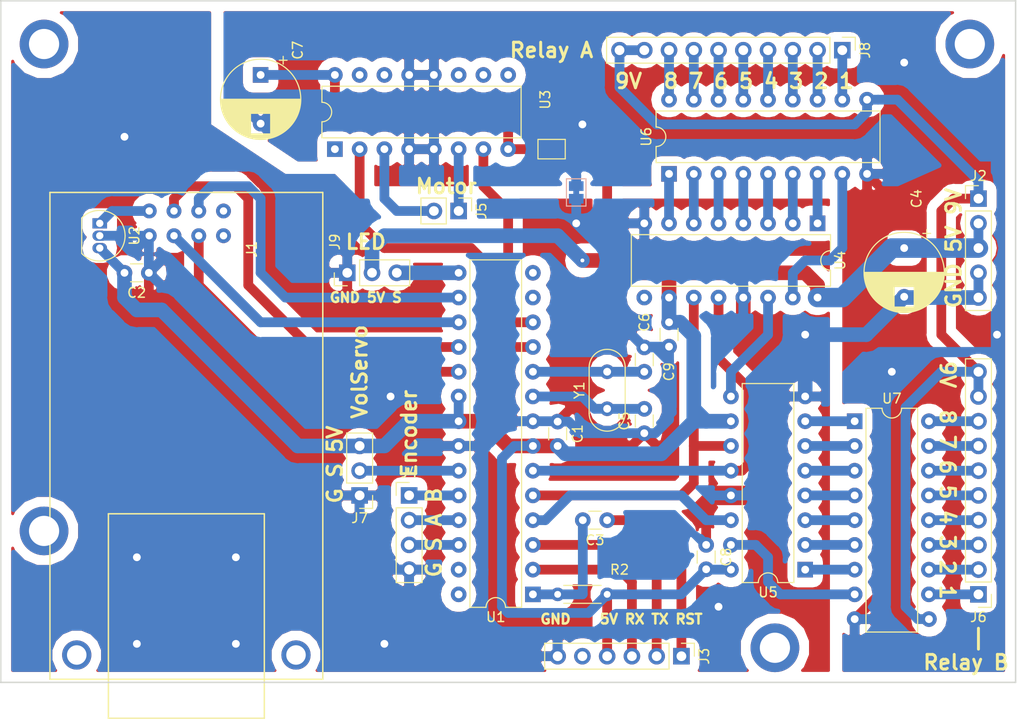
<source format=kicad_pcb>
(kicad_pcb (version 20171130) (host pcbnew 5.0.2-bee76a0~70~ubuntu16.04.1)

  (general
    (thickness 1.6)
    (drawings 18)
    (tracks 323)
    (zones 0)
    (modules 29)
    (nets 62)
  )

  (page A4)
  (layers
    (0 F.Cu signal)
    (31 B.Cu signal)
    (32 B.Adhes user)
    (33 F.Adhes user)
    (34 B.Paste user)
    (35 F.Paste user)
    (36 B.SilkS user)
    (37 F.SilkS user)
    (38 B.Mask user)
    (39 F.Mask user)
    (40 Dwgs.User user)
    (41 Cmts.User user)
    (42 Eco1.User user)
    (43 Eco2.User user)
    (44 Edge.Cuts user)
    (45 Margin user)
    (46 B.CrtYd user)
    (47 F.CrtYd user)
    (48 B.Fab user)
    (49 F.Fab user)
  )

  (setup
    (last_trace_width 1)
    (trace_clearance 0.3)
    (zone_clearance 1)
    (zone_45_only no)
    (trace_min 0.2)
    (segment_width 0.2)
    (edge_width 0.15)
    (via_size 0.8)
    (via_drill 0.4)
    (via_min_size 0.4)
    (via_min_drill 0.3)
    (uvia_size 0.3)
    (uvia_drill 0.1)
    (uvias_allowed no)
    (uvia_min_size 0.2)
    (uvia_min_drill 0.1)
    (pcb_text_width 0.3)
    (pcb_text_size 1.5 1.5)
    (mod_edge_width 0.15)
    (mod_text_size 1 1)
    (mod_text_width 0.15)
    (pad_size 1.524 1.524)
    (pad_drill 0.762)
    (pad_to_mask_clearance 0.051)
    (solder_mask_min_width 0.25)
    (aux_axis_origin 0 0)
    (visible_elements FFFFFF7F)
    (pcbplotparams
      (layerselection 0x010fc_ffffffff)
      (usegerberextensions false)
      (usegerberattributes false)
      (usegerberadvancedattributes false)
      (creategerberjobfile false)
      (excludeedgelayer true)
      (linewidth 0.100000)
      (plotframeref false)
      (viasonmask false)
      (mode 1)
      (useauxorigin false)
      (hpglpennumber 1)
      (hpglpenspeed 20)
      (hpglpendiameter 15.000000)
      (psnegative false)
      (psa4output false)
      (plotreference true)
      (plotvalue true)
      (plotinvisibletext false)
      (padsonsilk false)
      (subtractmaskfromsilk false)
      (outputformat 1)
      (mirror false)
      (drillshape 1)
      (scaleselection 1)
      (outputdirectory ""))
  )

  (net 0 "")
  (net 1 GNDD)
  (net 2 +5V)
  (net 3 RESET)
  (net 4 "Net-(C3-Pad2)")
  (net 5 "Net-(C5-Pad2)")
  (net 6 "Net-(C6-Pad2)")
  (net 7 VCC)
  (net 8 MOSI)
  (net 9 SCK)
  (net 10 SS)
  (net 11 MISO)
  (net 12 /3v3)
  (net 13 TX)
  (net 14 RX)
  (net 15 ENCODER_B)
  (net 16 ENCODER_A)
  (net 17 ENCODER_BUTTON)
  (net 18 "Net-(J5-Pad2)")
  (net 19 "Net-(J5-Pad1)")
  (net 20 +9V)
  (net 21 SERVO_SLIDER)
  (net 22 "Net-(J8-Pad1)")
  (net 23 "Net-(J8-Pad2)")
  (net 24 "Net-(J8-Pad3)")
  (net 25 "Net-(J8-Pad4)")
  (net 26 "Net-(J8-Pad5)")
  (net 27 "Net-(J8-Pad6)")
  (net 28 "Net-(J8-Pad7)")
  (net 29 "Net-(J8-Pad8)")
  (net 30 SRDATA)
  (net 31 SRCLOCK)
  (net 32 SRLATCH)
  (net 33 MOTOR_1)
  (net 34 MOTOR_2)
  (net 35 "Net-(U4-Pad1)")
  (net 36 "Net-(U4-Pad2)")
  (net 37 "Net-(U4-Pad3)")
  (net 38 "Net-(U4-Pad4)")
  (net 39 "Net-(U4-Pad5)")
  (net 40 "Net-(U4-Pad6)")
  (net 41 "Net-(U4-Pad7)")
  (net 42 "Net-(U4-Pad15)")
  (net 43 "Net-(U5-Pad15)")
  (net 44 "Net-(U5-Pad7)")
  (net 45 "Net-(U5-Pad6)")
  (net 46 "Net-(U5-Pad5)")
  (net 47 "Net-(U5-Pad4)")
  (net 48 "Net-(U5-Pad3)")
  (net 49 "Net-(U5-Pad2)")
  (net 50 "Net-(U5-Pad1)")
  (net 51 "Net-(J6-Pad8)")
  (net 52 "Net-(J6-Pad7)")
  (net 53 "Net-(J6-Pad6)")
  (net 54 "Net-(J6-Pad5)")
  (net 55 "Net-(J6-Pad4)")
  (net 56 "Net-(J6-Pad3)")
  (net 57 "Net-(J6-Pad2)")
  (net 58 "Net-(J6-Pad1)")
  (net 59 GNDPWR)
  (net 60 "Net-(U4-Pad14)")
  (net 61 "Net-(J9-Pad3)")

  (net_class Default "This is the default net class."
    (clearance 0.3)
    (trace_width 1)
    (via_dia 0.8)
    (via_drill 0.4)
    (uvia_dia 0.3)
    (uvia_drill 0.1)
    (add_net +5V)
    (add_net +9V)
    (add_net /3v3)
    (add_net ENCODER_A)
    (add_net ENCODER_B)
    (add_net ENCODER_BUTTON)
    (add_net GNDD)
    (add_net GNDPWR)
    (add_net MISO)
    (add_net MOSI)
    (add_net MOTOR_1)
    (add_net MOTOR_2)
    (add_net "Net-(C3-Pad2)")
    (add_net "Net-(C5-Pad2)")
    (add_net "Net-(C6-Pad2)")
    (add_net "Net-(J5-Pad1)")
    (add_net "Net-(J5-Pad2)")
    (add_net "Net-(J6-Pad1)")
    (add_net "Net-(J6-Pad2)")
    (add_net "Net-(J6-Pad3)")
    (add_net "Net-(J6-Pad4)")
    (add_net "Net-(J6-Pad5)")
    (add_net "Net-(J6-Pad6)")
    (add_net "Net-(J6-Pad7)")
    (add_net "Net-(J6-Pad8)")
    (add_net "Net-(J8-Pad1)")
    (add_net "Net-(J8-Pad2)")
    (add_net "Net-(J8-Pad3)")
    (add_net "Net-(J8-Pad4)")
    (add_net "Net-(J8-Pad5)")
    (add_net "Net-(J8-Pad6)")
    (add_net "Net-(J8-Pad7)")
    (add_net "Net-(J8-Pad8)")
    (add_net "Net-(J9-Pad3)")
    (add_net "Net-(U4-Pad1)")
    (add_net "Net-(U4-Pad14)")
    (add_net "Net-(U4-Pad15)")
    (add_net "Net-(U4-Pad2)")
    (add_net "Net-(U4-Pad3)")
    (add_net "Net-(U4-Pad4)")
    (add_net "Net-(U4-Pad5)")
    (add_net "Net-(U4-Pad6)")
    (add_net "Net-(U4-Pad7)")
    (add_net "Net-(U5-Pad1)")
    (add_net "Net-(U5-Pad15)")
    (add_net "Net-(U5-Pad2)")
    (add_net "Net-(U5-Pad3)")
    (add_net "Net-(U5-Pad4)")
    (add_net "Net-(U5-Pad5)")
    (add_net "Net-(U5-Pad6)")
    (add_net "Net-(U5-Pad7)")
    (add_net RESET)
    (add_net RX)
    (add_net SCK)
    (add_net SERVO_SLIDER)
    (add_net SRCLOCK)
    (add_net SRDATA)
    (add_net SRLATCH)
    (add_net SS)
    (add_net TX)
    (add_net VCC)
  )

  (module Capacitor_THT:C_Disc_D3.0mm_W1.6mm_P2.50mm (layer F.Cu) (tedit 5AE50EF0) (tstamp 5CD1AC21)
    (at 69.85 55.92 270)
    (descr "C, Disc series, Radial, pin pitch=2.50mm, , diameter*width=3.0*1.6mm^2, Capacitor, http://www.vishay.com/docs/45233/krseries.pdf")
    (tags "C Disc series Radial pin pitch 2.50mm  diameter 3.0mm width 1.6mm Capacitor")
    (path /5CD25D56)
    (fp_text reference C1 (at 1.25 -2.05 270) (layer F.SilkS)
      (effects (font (size 1 1) (thickness 0.15)))
    )
    (fp_text value 100nF (at 1.25 2.05 270) (layer F.Fab)
      (effects (font (size 1 1) (thickness 0.15)))
    )
    (fp_line (start -0.25 -0.8) (end -0.25 0.8) (layer F.Fab) (width 0.1))
    (fp_line (start -0.25 0.8) (end 2.75 0.8) (layer F.Fab) (width 0.1))
    (fp_line (start 2.75 0.8) (end 2.75 -0.8) (layer F.Fab) (width 0.1))
    (fp_line (start 2.75 -0.8) (end -0.25 -0.8) (layer F.Fab) (width 0.1))
    (fp_line (start 0.621 -0.92) (end 1.879 -0.92) (layer F.SilkS) (width 0.12))
    (fp_line (start 0.621 0.92) (end 1.879 0.92) (layer F.SilkS) (width 0.12))
    (fp_line (start -1.05 -1.05) (end -1.05 1.05) (layer F.CrtYd) (width 0.05))
    (fp_line (start -1.05 1.05) (end 3.55 1.05) (layer F.CrtYd) (width 0.05))
    (fp_line (start 3.55 1.05) (end 3.55 -1.05) (layer F.CrtYd) (width 0.05))
    (fp_line (start 3.55 -1.05) (end -1.05 -1.05) (layer F.CrtYd) (width 0.05))
    (fp_text user %R (at 1.25 0 270) (layer F.Fab)
      (effects (font (size 0.6 0.6) (thickness 0.09)))
    )
    (pad 1 thru_hole circle (at 0 0 270) (size 1.6 1.6) (drill 0.8) (layers *.Cu *.Mask)
      (net 1 GNDD))
    (pad 2 thru_hole circle (at 2.5 0 270) (size 1.6 1.6) (drill 0.8) (layers *.Cu *.Mask)
      (net 2 +5V))
    (model ${KISYS3DMOD}/Capacitor_THT.3dshapes/C_Disc_D3.0mm_W1.6mm_P2.50mm.wrl
      (at (xyz 0 0 0))
      (scale (xyz 1 1 1))
      (rotate (xyz 0 0 0))
    )
  )

  (module Capacitor_THT:C_Disc_D3.0mm_W1.6mm_P2.50mm (layer F.Cu) (tedit 5AE50EF0) (tstamp 5CE3F180)
    (at 27.9 40.64 180)
    (descr "C, Disc series, Radial, pin pitch=2.50mm, , diameter*width=3.0*1.6mm^2, Capacitor, http://www.vishay.com/docs/45233/krseries.pdf")
    (tags "C Disc series Radial pin pitch 2.50mm  diameter 3.0mm width 1.6mm Capacitor")
    (path /5CD91735)
    (fp_text reference C2 (at 1.25 -2.05 180) (layer F.SilkS)
      (effects (font (size 1 1) (thickness 0.15)))
    )
    (fp_text value 100nF (at 1.25 2.05 180) (layer F.Fab)
      (effects (font (size 1 1) (thickness 0.15)))
    )
    (fp_text user %R (at 1.25 0 180) (layer F.Fab)
      (effects (font (size 0.6 0.6) (thickness 0.09)))
    )
    (fp_line (start 3.55 -1.05) (end -1.05 -1.05) (layer F.CrtYd) (width 0.05))
    (fp_line (start 3.55 1.05) (end 3.55 -1.05) (layer F.CrtYd) (width 0.05))
    (fp_line (start -1.05 1.05) (end 3.55 1.05) (layer F.CrtYd) (width 0.05))
    (fp_line (start -1.05 -1.05) (end -1.05 1.05) (layer F.CrtYd) (width 0.05))
    (fp_line (start 0.621 0.92) (end 1.879 0.92) (layer F.SilkS) (width 0.12))
    (fp_line (start 0.621 -0.92) (end 1.879 -0.92) (layer F.SilkS) (width 0.12))
    (fp_line (start 2.75 -0.8) (end -0.25 -0.8) (layer F.Fab) (width 0.1))
    (fp_line (start 2.75 0.8) (end 2.75 -0.8) (layer F.Fab) (width 0.1))
    (fp_line (start -0.25 0.8) (end 2.75 0.8) (layer F.Fab) (width 0.1))
    (fp_line (start -0.25 -0.8) (end -0.25 0.8) (layer F.Fab) (width 0.1))
    (pad 2 thru_hole circle (at 2.5 0 180) (size 1.6 1.6) (drill 0.8) (layers *.Cu *.Mask)
      (net 2 +5V))
    (pad 1 thru_hole circle (at 0 0 180) (size 1.6 1.6) (drill 0.8) (layers *.Cu *.Mask)
      (net 1 GNDD))
    (model ${KISYS3DMOD}/Capacitor_THT.3dshapes/C_Disc_D3.0mm_W1.6mm_P2.50mm.wrl
      (at (xyz 0 0 0))
      (scale (xyz 1 1 1))
      (rotate (xyz 0 0 0))
    )
  )

  (module Capacitor_THT:C_Disc_D3.0mm_W1.6mm_P2.50mm (layer F.Cu) (tedit 5AE50EF0) (tstamp 5CD1DAF4)
    (at 74.93 66.04 180)
    (descr "C, Disc series, Radial, pin pitch=2.50mm, , diameter*width=3.0*1.6mm^2, Capacitor, http://www.vishay.com/docs/45233/krseries.pdf")
    (tags "C Disc series Radial pin pitch 2.50mm  diameter 3.0mm width 1.6mm Capacitor")
    (path /5CD3F935)
    (fp_text reference C3 (at 1.25 -2.05 180) (layer F.SilkS)
      (effects (font (size 1 1) (thickness 0.15)))
    )
    (fp_text value 100nF (at 1.25 2.05 180) (layer F.Fab)
      (effects (font (size 1 1) (thickness 0.15)))
    )
    (fp_line (start -0.25 -0.8) (end -0.25 0.8) (layer F.Fab) (width 0.1))
    (fp_line (start -0.25 0.8) (end 2.75 0.8) (layer F.Fab) (width 0.1))
    (fp_line (start 2.75 0.8) (end 2.75 -0.8) (layer F.Fab) (width 0.1))
    (fp_line (start 2.75 -0.8) (end -0.25 -0.8) (layer F.Fab) (width 0.1))
    (fp_line (start 0.621 -0.92) (end 1.879 -0.92) (layer F.SilkS) (width 0.12))
    (fp_line (start 0.621 0.92) (end 1.879 0.92) (layer F.SilkS) (width 0.12))
    (fp_line (start -1.05 -1.05) (end -1.05 1.05) (layer F.CrtYd) (width 0.05))
    (fp_line (start -1.05 1.05) (end 3.55 1.05) (layer F.CrtYd) (width 0.05))
    (fp_line (start 3.55 1.05) (end 3.55 -1.05) (layer F.CrtYd) (width 0.05))
    (fp_line (start 3.55 -1.05) (end -1.05 -1.05) (layer F.CrtYd) (width 0.05))
    (fp_text user %R (at 1.25 0 180) (layer F.Fab)
      (effects (font (size 0.6 0.6) (thickness 0.09)))
    )
    (pad 1 thru_hole circle (at 0 0 180) (size 1.6 1.6) (drill 0.8) (layers *.Cu *.Mask)
      (net 3 RESET))
    (pad 2 thru_hole circle (at 2.5 0 180) (size 1.6 1.6) (drill 0.8) (layers *.Cu *.Mask)
      (net 4 "Net-(C3-Pad2)"))
    (model ${KISYS3DMOD}/Capacitor_THT.3dshapes/C_Disc_D3.0mm_W1.6mm_P2.50mm.wrl
      (at (xyz 0 0 0))
      (scale (xyz 1 1 1))
      (rotate (xyz 0 0 0))
    )
  )

  (module Capacitor_THT:CP_Radial_D8.0mm_P5.00mm (layer F.Cu) (tedit 5AE50EF0) (tstamp 5CE40C28)
    (at 105.41 38.1 270)
    (descr "CP, Radial series, Radial, pin pitch=5.00mm, , diameter=8mm, Electrolytic Capacitor")
    (tags "CP Radial series Radial pin pitch 5.00mm  diameter 8mm Electrolytic Capacitor")
    (path /5CD3C177)
    (fp_text reference C4 (at -5.08 -1.27 270) (layer F.SilkS)
      (effects (font (size 1 1) (thickness 0.15)))
    )
    (fp_text value 100uF (at 2.5 5.25 270) (layer F.Fab)
      (effects (font (size 1 1) (thickness 0.15)))
    )
    (fp_circle (center 2.5 0) (end 6.5 0) (layer F.Fab) (width 0.1))
    (fp_circle (center 2.5 0) (end 6.62 0) (layer F.SilkS) (width 0.12))
    (fp_circle (center 2.5 0) (end 6.75 0) (layer F.CrtYd) (width 0.05))
    (fp_line (start -0.926759 -1.7475) (end -0.126759 -1.7475) (layer F.Fab) (width 0.1))
    (fp_line (start -0.526759 -2.1475) (end -0.526759 -1.3475) (layer F.Fab) (width 0.1))
    (fp_line (start 2.5 -4.08) (end 2.5 4.08) (layer F.SilkS) (width 0.12))
    (fp_line (start 2.54 -4.08) (end 2.54 4.08) (layer F.SilkS) (width 0.12))
    (fp_line (start 2.58 -4.08) (end 2.58 4.08) (layer F.SilkS) (width 0.12))
    (fp_line (start 2.62 -4.079) (end 2.62 4.079) (layer F.SilkS) (width 0.12))
    (fp_line (start 2.66 -4.077) (end 2.66 4.077) (layer F.SilkS) (width 0.12))
    (fp_line (start 2.7 -4.076) (end 2.7 4.076) (layer F.SilkS) (width 0.12))
    (fp_line (start 2.74 -4.074) (end 2.74 4.074) (layer F.SilkS) (width 0.12))
    (fp_line (start 2.78 -4.071) (end 2.78 4.071) (layer F.SilkS) (width 0.12))
    (fp_line (start 2.82 -4.068) (end 2.82 4.068) (layer F.SilkS) (width 0.12))
    (fp_line (start 2.86 -4.065) (end 2.86 4.065) (layer F.SilkS) (width 0.12))
    (fp_line (start 2.9 -4.061) (end 2.9 4.061) (layer F.SilkS) (width 0.12))
    (fp_line (start 2.94 -4.057) (end 2.94 4.057) (layer F.SilkS) (width 0.12))
    (fp_line (start 2.98 -4.052) (end 2.98 4.052) (layer F.SilkS) (width 0.12))
    (fp_line (start 3.02 -4.048) (end 3.02 4.048) (layer F.SilkS) (width 0.12))
    (fp_line (start 3.06 -4.042) (end 3.06 4.042) (layer F.SilkS) (width 0.12))
    (fp_line (start 3.1 -4.037) (end 3.1 4.037) (layer F.SilkS) (width 0.12))
    (fp_line (start 3.14 -4.03) (end 3.14 4.03) (layer F.SilkS) (width 0.12))
    (fp_line (start 3.18 -4.024) (end 3.18 4.024) (layer F.SilkS) (width 0.12))
    (fp_line (start 3.221 -4.017) (end 3.221 4.017) (layer F.SilkS) (width 0.12))
    (fp_line (start 3.261 -4.01) (end 3.261 4.01) (layer F.SilkS) (width 0.12))
    (fp_line (start 3.301 -4.002) (end 3.301 4.002) (layer F.SilkS) (width 0.12))
    (fp_line (start 3.341 -3.994) (end 3.341 3.994) (layer F.SilkS) (width 0.12))
    (fp_line (start 3.381 -3.985) (end 3.381 3.985) (layer F.SilkS) (width 0.12))
    (fp_line (start 3.421 -3.976) (end 3.421 3.976) (layer F.SilkS) (width 0.12))
    (fp_line (start 3.461 -3.967) (end 3.461 3.967) (layer F.SilkS) (width 0.12))
    (fp_line (start 3.501 -3.957) (end 3.501 3.957) (layer F.SilkS) (width 0.12))
    (fp_line (start 3.541 -3.947) (end 3.541 3.947) (layer F.SilkS) (width 0.12))
    (fp_line (start 3.581 -3.936) (end 3.581 3.936) (layer F.SilkS) (width 0.12))
    (fp_line (start 3.621 -3.925) (end 3.621 3.925) (layer F.SilkS) (width 0.12))
    (fp_line (start 3.661 -3.914) (end 3.661 3.914) (layer F.SilkS) (width 0.12))
    (fp_line (start 3.701 -3.902) (end 3.701 3.902) (layer F.SilkS) (width 0.12))
    (fp_line (start 3.741 -3.889) (end 3.741 3.889) (layer F.SilkS) (width 0.12))
    (fp_line (start 3.781 -3.877) (end 3.781 3.877) (layer F.SilkS) (width 0.12))
    (fp_line (start 3.821 -3.863) (end 3.821 3.863) (layer F.SilkS) (width 0.12))
    (fp_line (start 3.861 -3.85) (end 3.861 3.85) (layer F.SilkS) (width 0.12))
    (fp_line (start 3.901 -3.835) (end 3.901 3.835) (layer F.SilkS) (width 0.12))
    (fp_line (start 3.941 -3.821) (end 3.941 3.821) (layer F.SilkS) (width 0.12))
    (fp_line (start 3.981 -3.805) (end 3.981 -1.04) (layer F.SilkS) (width 0.12))
    (fp_line (start 3.981 1.04) (end 3.981 3.805) (layer F.SilkS) (width 0.12))
    (fp_line (start 4.021 -3.79) (end 4.021 -1.04) (layer F.SilkS) (width 0.12))
    (fp_line (start 4.021 1.04) (end 4.021 3.79) (layer F.SilkS) (width 0.12))
    (fp_line (start 4.061 -3.774) (end 4.061 -1.04) (layer F.SilkS) (width 0.12))
    (fp_line (start 4.061 1.04) (end 4.061 3.774) (layer F.SilkS) (width 0.12))
    (fp_line (start 4.101 -3.757) (end 4.101 -1.04) (layer F.SilkS) (width 0.12))
    (fp_line (start 4.101 1.04) (end 4.101 3.757) (layer F.SilkS) (width 0.12))
    (fp_line (start 4.141 -3.74) (end 4.141 -1.04) (layer F.SilkS) (width 0.12))
    (fp_line (start 4.141 1.04) (end 4.141 3.74) (layer F.SilkS) (width 0.12))
    (fp_line (start 4.181 -3.722) (end 4.181 -1.04) (layer F.SilkS) (width 0.12))
    (fp_line (start 4.181 1.04) (end 4.181 3.722) (layer F.SilkS) (width 0.12))
    (fp_line (start 4.221 -3.704) (end 4.221 -1.04) (layer F.SilkS) (width 0.12))
    (fp_line (start 4.221 1.04) (end 4.221 3.704) (layer F.SilkS) (width 0.12))
    (fp_line (start 4.261 -3.686) (end 4.261 -1.04) (layer F.SilkS) (width 0.12))
    (fp_line (start 4.261 1.04) (end 4.261 3.686) (layer F.SilkS) (width 0.12))
    (fp_line (start 4.301 -3.666) (end 4.301 -1.04) (layer F.SilkS) (width 0.12))
    (fp_line (start 4.301 1.04) (end 4.301 3.666) (layer F.SilkS) (width 0.12))
    (fp_line (start 4.341 -3.647) (end 4.341 -1.04) (layer F.SilkS) (width 0.12))
    (fp_line (start 4.341 1.04) (end 4.341 3.647) (layer F.SilkS) (width 0.12))
    (fp_line (start 4.381 -3.627) (end 4.381 -1.04) (layer F.SilkS) (width 0.12))
    (fp_line (start 4.381 1.04) (end 4.381 3.627) (layer F.SilkS) (width 0.12))
    (fp_line (start 4.421 -3.606) (end 4.421 -1.04) (layer F.SilkS) (width 0.12))
    (fp_line (start 4.421 1.04) (end 4.421 3.606) (layer F.SilkS) (width 0.12))
    (fp_line (start 4.461 -3.584) (end 4.461 -1.04) (layer F.SilkS) (width 0.12))
    (fp_line (start 4.461 1.04) (end 4.461 3.584) (layer F.SilkS) (width 0.12))
    (fp_line (start 4.501 -3.562) (end 4.501 -1.04) (layer F.SilkS) (width 0.12))
    (fp_line (start 4.501 1.04) (end 4.501 3.562) (layer F.SilkS) (width 0.12))
    (fp_line (start 4.541 -3.54) (end 4.541 -1.04) (layer F.SilkS) (width 0.12))
    (fp_line (start 4.541 1.04) (end 4.541 3.54) (layer F.SilkS) (width 0.12))
    (fp_line (start 4.581 -3.517) (end 4.581 -1.04) (layer F.SilkS) (width 0.12))
    (fp_line (start 4.581 1.04) (end 4.581 3.517) (layer F.SilkS) (width 0.12))
    (fp_line (start 4.621 -3.493) (end 4.621 -1.04) (layer F.SilkS) (width 0.12))
    (fp_line (start 4.621 1.04) (end 4.621 3.493) (layer F.SilkS) (width 0.12))
    (fp_line (start 4.661 -3.469) (end 4.661 -1.04) (layer F.SilkS) (width 0.12))
    (fp_line (start 4.661 1.04) (end 4.661 3.469) (layer F.SilkS) (width 0.12))
    (fp_line (start 4.701 -3.444) (end 4.701 -1.04) (layer F.SilkS) (width 0.12))
    (fp_line (start 4.701 1.04) (end 4.701 3.444) (layer F.SilkS) (width 0.12))
    (fp_line (start 4.741 -3.418) (end 4.741 -1.04) (layer F.SilkS) (width 0.12))
    (fp_line (start 4.741 1.04) (end 4.741 3.418) (layer F.SilkS) (width 0.12))
    (fp_line (start 4.781 -3.392) (end 4.781 -1.04) (layer F.SilkS) (width 0.12))
    (fp_line (start 4.781 1.04) (end 4.781 3.392) (layer F.SilkS) (width 0.12))
    (fp_line (start 4.821 -3.365) (end 4.821 -1.04) (layer F.SilkS) (width 0.12))
    (fp_line (start 4.821 1.04) (end 4.821 3.365) (layer F.SilkS) (width 0.12))
    (fp_line (start 4.861 -3.338) (end 4.861 -1.04) (layer F.SilkS) (width 0.12))
    (fp_line (start 4.861 1.04) (end 4.861 3.338) (layer F.SilkS) (width 0.12))
    (fp_line (start 4.901 -3.309) (end 4.901 -1.04) (layer F.SilkS) (width 0.12))
    (fp_line (start 4.901 1.04) (end 4.901 3.309) (layer F.SilkS) (width 0.12))
    (fp_line (start 4.941 -3.28) (end 4.941 -1.04) (layer F.SilkS) (width 0.12))
    (fp_line (start 4.941 1.04) (end 4.941 3.28) (layer F.SilkS) (width 0.12))
    (fp_line (start 4.981 -3.25) (end 4.981 -1.04) (layer F.SilkS) (width 0.12))
    (fp_line (start 4.981 1.04) (end 4.981 3.25) (layer F.SilkS) (width 0.12))
    (fp_line (start 5.021 -3.22) (end 5.021 -1.04) (layer F.SilkS) (width 0.12))
    (fp_line (start 5.021 1.04) (end 5.021 3.22) (layer F.SilkS) (width 0.12))
    (fp_line (start 5.061 -3.189) (end 5.061 -1.04) (layer F.SilkS) (width 0.12))
    (fp_line (start 5.061 1.04) (end 5.061 3.189) (layer F.SilkS) (width 0.12))
    (fp_line (start 5.101 -3.156) (end 5.101 -1.04) (layer F.SilkS) (width 0.12))
    (fp_line (start 5.101 1.04) (end 5.101 3.156) (layer F.SilkS) (width 0.12))
    (fp_line (start 5.141 -3.124) (end 5.141 -1.04) (layer F.SilkS) (width 0.12))
    (fp_line (start 5.141 1.04) (end 5.141 3.124) (layer F.SilkS) (width 0.12))
    (fp_line (start 5.181 -3.09) (end 5.181 -1.04) (layer F.SilkS) (width 0.12))
    (fp_line (start 5.181 1.04) (end 5.181 3.09) (layer F.SilkS) (width 0.12))
    (fp_line (start 5.221 -3.055) (end 5.221 -1.04) (layer F.SilkS) (width 0.12))
    (fp_line (start 5.221 1.04) (end 5.221 3.055) (layer F.SilkS) (width 0.12))
    (fp_line (start 5.261 -3.019) (end 5.261 -1.04) (layer F.SilkS) (width 0.12))
    (fp_line (start 5.261 1.04) (end 5.261 3.019) (layer F.SilkS) (width 0.12))
    (fp_line (start 5.301 -2.983) (end 5.301 -1.04) (layer F.SilkS) (width 0.12))
    (fp_line (start 5.301 1.04) (end 5.301 2.983) (layer F.SilkS) (width 0.12))
    (fp_line (start 5.341 -2.945) (end 5.341 -1.04) (layer F.SilkS) (width 0.12))
    (fp_line (start 5.341 1.04) (end 5.341 2.945) (layer F.SilkS) (width 0.12))
    (fp_line (start 5.381 -2.907) (end 5.381 -1.04) (layer F.SilkS) (width 0.12))
    (fp_line (start 5.381 1.04) (end 5.381 2.907) (layer F.SilkS) (width 0.12))
    (fp_line (start 5.421 -2.867) (end 5.421 -1.04) (layer F.SilkS) (width 0.12))
    (fp_line (start 5.421 1.04) (end 5.421 2.867) (layer F.SilkS) (width 0.12))
    (fp_line (start 5.461 -2.826) (end 5.461 -1.04) (layer F.SilkS) (width 0.12))
    (fp_line (start 5.461 1.04) (end 5.461 2.826) (layer F.SilkS) (width 0.12))
    (fp_line (start 5.501 -2.784) (end 5.501 -1.04) (layer F.SilkS) (width 0.12))
    (fp_line (start 5.501 1.04) (end 5.501 2.784) (layer F.SilkS) (width 0.12))
    (fp_line (start 5.541 -2.741) (end 5.541 -1.04) (layer F.SilkS) (width 0.12))
    (fp_line (start 5.541 1.04) (end 5.541 2.741) (layer F.SilkS) (width 0.12))
    (fp_line (start 5.581 -2.697) (end 5.581 -1.04) (layer F.SilkS) (width 0.12))
    (fp_line (start 5.581 1.04) (end 5.581 2.697) (layer F.SilkS) (width 0.12))
    (fp_line (start 5.621 -2.651) (end 5.621 -1.04) (layer F.SilkS) (width 0.12))
    (fp_line (start 5.621 1.04) (end 5.621 2.651) (layer F.SilkS) (width 0.12))
    (fp_line (start 5.661 -2.604) (end 5.661 -1.04) (layer F.SilkS) (width 0.12))
    (fp_line (start 5.661 1.04) (end 5.661 2.604) (layer F.SilkS) (width 0.12))
    (fp_line (start 5.701 -2.556) (end 5.701 -1.04) (layer F.SilkS) (width 0.12))
    (fp_line (start 5.701 1.04) (end 5.701 2.556) (layer F.SilkS) (width 0.12))
    (fp_line (start 5.741 -2.505) (end 5.741 -1.04) (layer F.SilkS) (width 0.12))
    (fp_line (start 5.741 1.04) (end 5.741 2.505) (layer F.SilkS) (width 0.12))
    (fp_line (start 5.781 -2.454) (end 5.781 -1.04) (layer F.SilkS) (width 0.12))
    (fp_line (start 5.781 1.04) (end 5.781 2.454) (layer F.SilkS) (width 0.12))
    (fp_line (start 5.821 -2.4) (end 5.821 -1.04) (layer F.SilkS) (width 0.12))
    (fp_line (start 5.821 1.04) (end 5.821 2.4) (layer F.SilkS) (width 0.12))
    (fp_line (start 5.861 -2.345) (end 5.861 -1.04) (layer F.SilkS) (width 0.12))
    (fp_line (start 5.861 1.04) (end 5.861 2.345) (layer F.SilkS) (width 0.12))
    (fp_line (start 5.901 -2.287) (end 5.901 -1.04) (layer F.SilkS) (width 0.12))
    (fp_line (start 5.901 1.04) (end 5.901 2.287) (layer F.SilkS) (width 0.12))
    (fp_line (start 5.941 -2.228) (end 5.941 -1.04) (layer F.SilkS) (width 0.12))
    (fp_line (start 5.941 1.04) (end 5.941 2.228) (layer F.SilkS) (width 0.12))
    (fp_line (start 5.981 -2.166) (end 5.981 -1.04) (layer F.SilkS) (width 0.12))
    (fp_line (start 5.981 1.04) (end 5.981 2.166) (layer F.SilkS) (width 0.12))
    (fp_line (start 6.021 -2.102) (end 6.021 -1.04) (layer F.SilkS) (width 0.12))
    (fp_line (start 6.021 1.04) (end 6.021 2.102) (layer F.SilkS) (width 0.12))
    (fp_line (start 6.061 -2.034) (end 6.061 2.034) (layer F.SilkS) (width 0.12))
    (fp_line (start 6.101 -1.964) (end 6.101 1.964) (layer F.SilkS) (width 0.12))
    (fp_line (start 6.141 -1.89) (end 6.141 1.89) (layer F.SilkS) (width 0.12))
    (fp_line (start 6.181 -1.813) (end 6.181 1.813) (layer F.SilkS) (width 0.12))
    (fp_line (start 6.221 -1.731) (end 6.221 1.731) (layer F.SilkS) (width 0.12))
    (fp_line (start 6.261 -1.645) (end 6.261 1.645) (layer F.SilkS) (width 0.12))
    (fp_line (start 6.301 -1.552) (end 6.301 1.552) (layer F.SilkS) (width 0.12))
    (fp_line (start 6.341 -1.453) (end 6.341 1.453) (layer F.SilkS) (width 0.12))
    (fp_line (start 6.381 -1.346) (end 6.381 1.346) (layer F.SilkS) (width 0.12))
    (fp_line (start 6.421 -1.229) (end 6.421 1.229) (layer F.SilkS) (width 0.12))
    (fp_line (start 6.461 -1.098) (end 6.461 1.098) (layer F.SilkS) (width 0.12))
    (fp_line (start 6.501 -0.948) (end 6.501 0.948) (layer F.SilkS) (width 0.12))
    (fp_line (start 6.541 -0.768) (end 6.541 0.768) (layer F.SilkS) (width 0.12))
    (fp_line (start 6.581 -0.533) (end 6.581 0.533) (layer F.SilkS) (width 0.12))
    (fp_line (start -1.909698 -2.315) (end -1.109698 -2.315) (layer F.SilkS) (width 0.12))
    (fp_line (start -1.509698 -2.715) (end -1.509698 -1.915) (layer F.SilkS) (width 0.12))
    (fp_text user %R (at 2.5 0 270) (layer F.Fab)
      (effects (font (size 1 1) (thickness 0.15)))
    )
    (pad 1 thru_hole rect (at 0 0 270) (size 1.6 1.6) (drill 0.8) (layers *.Cu *.Mask)
      (net 2 +5V))
    (pad 2 thru_hole circle (at 5 0 270) (size 1.6 1.6) (drill 0.8) (layers *.Cu *.Mask)
      (net 1 GNDD))
    (model ${KISYS3DMOD}/Capacitor_THT.3dshapes/CP_Radial_D8.0mm_P5.00mm.wrl
      (at (xyz 0 0 0))
      (scale (xyz 1 1 1))
      (rotate (xyz 0 0 0))
    )
  )

  (module Capacitor_THT:C_Disc_D3.0mm_W1.6mm_P2.50mm (layer F.Cu) (tedit 5AE50EF0) (tstamp 5CD1DE2A)
    (at 78.74 57.11 90)
    (descr "C, Disc series, Radial, pin pitch=2.50mm, , diameter*width=3.0*1.6mm^2, Capacitor, http://www.vishay.com/docs/45233/krseries.pdf")
    (tags "C Disc series Radial pin pitch 2.50mm  diameter 3.0mm width 1.6mm Capacitor")
    (path /5CD16AB1)
    (fp_text reference C5 (at 1.25 -2.05 90) (layer F.SilkS)
      (effects (font (size 1 1) (thickness 0.15)))
    )
    (fp_text value 22p (at 1.25 2.05 90) (layer F.Fab)
      (effects (font (size 1 1) (thickness 0.15)))
    )
    (fp_line (start -0.25 -0.8) (end -0.25 0.8) (layer F.Fab) (width 0.1))
    (fp_line (start -0.25 0.8) (end 2.75 0.8) (layer F.Fab) (width 0.1))
    (fp_line (start 2.75 0.8) (end 2.75 -0.8) (layer F.Fab) (width 0.1))
    (fp_line (start 2.75 -0.8) (end -0.25 -0.8) (layer F.Fab) (width 0.1))
    (fp_line (start 0.621 -0.92) (end 1.879 -0.92) (layer F.SilkS) (width 0.12))
    (fp_line (start 0.621 0.92) (end 1.879 0.92) (layer F.SilkS) (width 0.12))
    (fp_line (start -1.05 -1.05) (end -1.05 1.05) (layer F.CrtYd) (width 0.05))
    (fp_line (start -1.05 1.05) (end 3.55 1.05) (layer F.CrtYd) (width 0.05))
    (fp_line (start 3.55 1.05) (end 3.55 -1.05) (layer F.CrtYd) (width 0.05))
    (fp_line (start 3.55 -1.05) (end -1.05 -1.05) (layer F.CrtYd) (width 0.05))
    (fp_text user %R (at 1.25 0 90) (layer F.Fab)
      (effects (font (size 0.6 0.6) (thickness 0.09)))
    )
    (pad 1 thru_hole circle (at 0 0 90) (size 1.6 1.6) (drill 0.8) (layers *.Cu *.Mask)
      (net 1 GNDD))
    (pad 2 thru_hole circle (at 2.5 0 90) (size 1.6 1.6) (drill 0.8) (layers *.Cu *.Mask)
      (net 5 "Net-(C5-Pad2)"))
    (model ${KISYS3DMOD}/Capacitor_THT.3dshapes/C_Disc_D3.0mm_W1.6mm_P2.50mm.wrl
      (at (xyz 0 0 0))
      (scale (xyz 1 1 1))
      (rotate (xyz 0 0 0))
    )
  )

  (module Capacitor_THT:C_Disc_D3.0mm_W1.6mm_P2.50mm (layer F.Cu) (tedit 5AE50EF0) (tstamp 5CD1AD0E)
    (at 78.74 48.3 270)
    (descr "C, Disc series, Radial, pin pitch=2.50mm, , diameter*width=3.0*1.6mm^2, Capacitor, http://www.vishay.com/docs/45233/krseries.pdf")
    (tags "C Disc series Radial pin pitch 2.50mm  diameter 3.0mm width 1.6mm Capacitor")
    (path /5CD16B2E)
    (fp_text reference C6 (at -2.58 0 270) (layer F.SilkS)
      (effects (font (size 1 1) (thickness 0.15)))
    )
    (fp_text value 22p (at 1.25 2.05 270) (layer F.Fab)
      (effects (font (size 1 1) (thickness 0.15)))
    )
    (fp_text user %R (at 1.25 0 270) (layer F.Fab)
      (effects (font (size 0.6 0.6) (thickness 0.09)))
    )
    (fp_line (start 3.55 -1.05) (end -1.05 -1.05) (layer F.CrtYd) (width 0.05))
    (fp_line (start 3.55 1.05) (end 3.55 -1.05) (layer F.CrtYd) (width 0.05))
    (fp_line (start -1.05 1.05) (end 3.55 1.05) (layer F.CrtYd) (width 0.05))
    (fp_line (start -1.05 -1.05) (end -1.05 1.05) (layer F.CrtYd) (width 0.05))
    (fp_line (start 0.621 0.92) (end 1.879 0.92) (layer F.SilkS) (width 0.12))
    (fp_line (start 0.621 -0.92) (end 1.879 -0.92) (layer F.SilkS) (width 0.12))
    (fp_line (start 2.75 -0.8) (end -0.25 -0.8) (layer F.Fab) (width 0.1))
    (fp_line (start 2.75 0.8) (end 2.75 -0.8) (layer F.Fab) (width 0.1))
    (fp_line (start -0.25 0.8) (end 2.75 0.8) (layer F.Fab) (width 0.1))
    (fp_line (start -0.25 -0.8) (end -0.25 0.8) (layer F.Fab) (width 0.1))
    (pad 2 thru_hole circle (at 2.5 0 270) (size 1.6 1.6) (drill 0.8) (layers *.Cu *.Mask)
      (net 6 "Net-(C6-Pad2)"))
    (pad 1 thru_hole circle (at 0 0 270) (size 1.6 1.6) (drill 0.8) (layers *.Cu *.Mask)
      (net 1 GNDD))
    (model ${KISYS3DMOD}/Capacitor_THT.3dshapes/C_Disc_D3.0mm_W1.6mm_P2.50mm.wrl
      (at (xyz 0 0 0))
      (scale (xyz 1 1 1))
      (rotate (xyz 0 0 0))
    )
  )

  (module Capacitor_THT:CP_Radial_D8.0mm_P5.00mm (layer F.Cu) (tedit 5AE50EF0) (tstamp 5CD1A962)
    (at 39.37 20.32 270)
    (descr "CP, Radial series, Radial, pin pitch=5.00mm, , diameter=8mm, Electrolytic Capacitor")
    (tags "CP Radial series Radial pin pitch 5.00mm  diameter 8mm Electrolytic Capacitor")
    (path /5CDA1999)
    (fp_text reference C7 (at -2.54 -3.81 270) (layer F.SilkS)
      (effects (font (size 1 1) (thickness 0.15)))
    )
    (fp_text value 470uF (at 2.5 5.25 270) (layer F.Fab)
      (effects (font (size 1 1) (thickness 0.15)))
    )
    (fp_text user %R (at 2.5 0 270) (layer F.Fab)
      (effects (font (size 1 1) (thickness 0.15)))
    )
    (fp_line (start -1.509698 -2.715) (end -1.509698 -1.915) (layer F.SilkS) (width 0.12))
    (fp_line (start -1.909698 -2.315) (end -1.109698 -2.315) (layer F.SilkS) (width 0.12))
    (fp_line (start 6.581 -0.533) (end 6.581 0.533) (layer F.SilkS) (width 0.12))
    (fp_line (start 6.541 -0.768) (end 6.541 0.768) (layer F.SilkS) (width 0.12))
    (fp_line (start 6.501 -0.948) (end 6.501 0.948) (layer F.SilkS) (width 0.12))
    (fp_line (start 6.461 -1.098) (end 6.461 1.098) (layer F.SilkS) (width 0.12))
    (fp_line (start 6.421 -1.229) (end 6.421 1.229) (layer F.SilkS) (width 0.12))
    (fp_line (start 6.381 -1.346) (end 6.381 1.346) (layer F.SilkS) (width 0.12))
    (fp_line (start 6.341 -1.453) (end 6.341 1.453) (layer F.SilkS) (width 0.12))
    (fp_line (start 6.301 -1.552) (end 6.301 1.552) (layer F.SilkS) (width 0.12))
    (fp_line (start 6.261 -1.645) (end 6.261 1.645) (layer F.SilkS) (width 0.12))
    (fp_line (start 6.221 -1.731) (end 6.221 1.731) (layer F.SilkS) (width 0.12))
    (fp_line (start 6.181 -1.813) (end 6.181 1.813) (layer F.SilkS) (width 0.12))
    (fp_line (start 6.141 -1.89) (end 6.141 1.89) (layer F.SilkS) (width 0.12))
    (fp_line (start 6.101 -1.964) (end 6.101 1.964) (layer F.SilkS) (width 0.12))
    (fp_line (start 6.061 -2.034) (end 6.061 2.034) (layer F.SilkS) (width 0.12))
    (fp_line (start 6.021 1.04) (end 6.021 2.102) (layer F.SilkS) (width 0.12))
    (fp_line (start 6.021 -2.102) (end 6.021 -1.04) (layer F.SilkS) (width 0.12))
    (fp_line (start 5.981 1.04) (end 5.981 2.166) (layer F.SilkS) (width 0.12))
    (fp_line (start 5.981 -2.166) (end 5.981 -1.04) (layer F.SilkS) (width 0.12))
    (fp_line (start 5.941 1.04) (end 5.941 2.228) (layer F.SilkS) (width 0.12))
    (fp_line (start 5.941 -2.228) (end 5.941 -1.04) (layer F.SilkS) (width 0.12))
    (fp_line (start 5.901 1.04) (end 5.901 2.287) (layer F.SilkS) (width 0.12))
    (fp_line (start 5.901 -2.287) (end 5.901 -1.04) (layer F.SilkS) (width 0.12))
    (fp_line (start 5.861 1.04) (end 5.861 2.345) (layer F.SilkS) (width 0.12))
    (fp_line (start 5.861 -2.345) (end 5.861 -1.04) (layer F.SilkS) (width 0.12))
    (fp_line (start 5.821 1.04) (end 5.821 2.4) (layer F.SilkS) (width 0.12))
    (fp_line (start 5.821 -2.4) (end 5.821 -1.04) (layer F.SilkS) (width 0.12))
    (fp_line (start 5.781 1.04) (end 5.781 2.454) (layer F.SilkS) (width 0.12))
    (fp_line (start 5.781 -2.454) (end 5.781 -1.04) (layer F.SilkS) (width 0.12))
    (fp_line (start 5.741 1.04) (end 5.741 2.505) (layer F.SilkS) (width 0.12))
    (fp_line (start 5.741 -2.505) (end 5.741 -1.04) (layer F.SilkS) (width 0.12))
    (fp_line (start 5.701 1.04) (end 5.701 2.556) (layer F.SilkS) (width 0.12))
    (fp_line (start 5.701 -2.556) (end 5.701 -1.04) (layer F.SilkS) (width 0.12))
    (fp_line (start 5.661 1.04) (end 5.661 2.604) (layer F.SilkS) (width 0.12))
    (fp_line (start 5.661 -2.604) (end 5.661 -1.04) (layer F.SilkS) (width 0.12))
    (fp_line (start 5.621 1.04) (end 5.621 2.651) (layer F.SilkS) (width 0.12))
    (fp_line (start 5.621 -2.651) (end 5.621 -1.04) (layer F.SilkS) (width 0.12))
    (fp_line (start 5.581 1.04) (end 5.581 2.697) (layer F.SilkS) (width 0.12))
    (fp_line (start 5.581 -2.697) (end 5.581 -1.04) (layer F.SilkS) (width 0.12))
    (fp_line (start 5.541 1.04) (end 5.541 2.741) (layer F.SilkS) (width 0.12))
    (fp_line (start 5.541 -2.741) (end 5.541 -1.04) (layer F.SilkS) (width 0.12))
    (fp_line (start 5.501 1.04) (end 5.501 2.784) (layer F.SilkS) (width 0.12))
    (fp_line (start 5.501 -2.784) (end 5.501 -1.04) (layer F.SilkS) (width 0.12))
    (fp_line (start 5.461 1.04) (end 5.461 2.826) (layer F.SilkS) (width 0.12))
    (fp_line (start 5.461 -2.826) (end 5.461 -1.04) (layer F.SilkS) (width 0.12))
    (fp_line (start 5.421 1.04) (end 5.421 2.867) (layer F.SilkS) (width 0.12))
    (fp_line (start 5.421 -2.867) (end 5.421 -1.04) (layer F.SilkS) (width 0.12))
    (fp_line (start 5.381 1.04) (end 5.381 2.907) (layer F.SilkS) (width 0.12))
    (fp_line (start 5.381 -2.907) (end 5.381 -1.04) (layer F.SilkS) (width 0.12))
    (fp_line (start 5.341 1.04) (end 5.341 2.945) (layer F.SilkS) (width 0.12))
    (fp_line (start 5.341 -2.945) (end 5.341 -1.04) (layer F.SilkS) (width 0.12))
    (fp_line (start 5.301 1.04) (end 5.301 2.983) (layer F.SilkS) (width 0.12))
    (fp_line (start 5.301 -2.983) (end 5.301 -1.04) (layer F.SilkS) (width 0.12))
    (fp_line (start 5.261 1.04) (end 5.261 3.019) (layer F.SilkS) (width 0.12))
    (fp_line (start 5.261 -3.019) (end 5.261 -1.04) (layer F.SilkS) (width 0.12))
    (fp_line (start 5.221 1.04) (end 5.221 3.055) (layer F.SilkS) (width 0.12))
    (fp_line (start 5.221 -3.055) (end 5.221 -1.04) (layer F.SilkS) (width 0.12))
    (fp_line (start 5.181 1.04) (end 5.181 3.09) (layer F.SilkS) (width 0.12))
    (fp_line (start 5.181 -3.09) (end 5.181 -1.04) (layer F.SilkS) (width 0.12))
    (fp_line (start 5.141 1.04) (end 5.141 3.124) (layer F.SilkS) (width 0.12))
    (fp_line (start 5.141 -3.124) (end 5.141 -1.04) (layer F.SilkS) (width 0.12))
    (fp_line (start 5.101 1.04) (end 5.101 3.156) (layer F.SilkS) (width 0.12))
    (fp_line (start 5.101 -3.156) (end 5.101 -1.04) (layer F.SilkS) (width 0.12))
    (fp_line (start 5.061 1.04) (end 5.061 3.189) (layer F.SilkS) (width 0.12))
    (fp_line (start 5.061 -3.189) (end 5.061 -1.04) (layer F.SilkS) (width 0.12))
    (fp_line (start 5.021 1.04) (end 5.021 3.22) (layer F.SilkS) (width 0.12))
    (fp_line (start 5.021 -3.22) (end 5.021 -1.04) (layer F.SilkS) (width 0.12))
    (fp_line (start 4.981 1.04) (end 4.981 3.25) (layer F.SilkS) (width 0.12))
    (fp_line (start 4.981 -3.25) (end 4.981 -1.04) (layer F.SilkS) (width 0.12))
    (fp_line (start 4.941 1.04) (end 4.941 3.28) (layer F.SilkS) (width 0.12))
    (fp_line (start 4.941 -3.28) (end 4.941 -1.04) (layer F.SilkS) (width 0.12))
    (fp_line (start 4.901 1.04) (end 4.901 3.309) (layer F.SilkS) (width 0.12))
    (fp_line (start 4.901 -3.309) (end 4.901 -1.04) (layer F.SilkS) (width 0.12))
    (fp_line (start 4.861 1.04) (end 4.861 3.338) (layer F.SilkS) (width 0.12))
    (fp_line (start 4.861 -3.338) (end 4.861 -1.04) (layer F.SilkS) (width 0.12))
    (fp_line (start 4.821 1.04) (end 4.821 3.365) (layer F.SilkS) (width 0.12))
    (fp_line (start 4.821 -3.365) (end 4.821 -1.04) (layer F.SilkS) (width 0.12))
    (fp_line (start 4.781 1.04) (end 4.781 3.392) (layer F.SilkS) (width 0.12))
    (fp_line (start 4.781 -3.392) (end 4.781 -1.04) (layer F.SilkS) (width 0.12))
    (fp_line (start 4.741 1.04) (end 4.741 3.418) (layer F.SilkS) (width 0.12))
    (fp_line (start 4.741 -3.418) (end 4.741 -1.04) (layer F.SilkS) (width 0.12))
    (fp_line (start 4.701 1.04) (end 4.701 3.444) (layer F.SilkS) (width 0.12))
    (fp_line (start 4.701 -3.444) (end 4.701 -1.04) (layer F.SilkS) (width 0.12))
    (fp_line (start 4.661 1.04) (end 4.661 3.469) (layer F.SilkS) (width 0.12))
    (fp_line (start 4.661 -3.469) (end 4.661 -1.04) (layer F.SilkS) (width 0.12))
    (fp_line (start 4.621 1.04) (end 4.621 3.493) (layer F.SilkS) (width 0.12))
    (fp_line (start 4.621 -3.493) (end 4.621 -1.04) (layer F.SilkS) (width 0.12))
    (fp_line (start 4.581 1.04) (end 4.581 3.517) (layer F.SilkS) (width 0.12))
    (fp_line (start 4.581 -3.517) (end 4.581 -1.04) (layer F.SilkS) (width 0.12))
    (fp_line (start 4.541 1.04) (end 4.541 3.54) (layer F.SilkS) (width 0.12))
    (fp_line (start 4.541 -3.54) (end 4.541 -1.04) (layer F.SilkS) (width 0.12))
    (fp_line (start 4.501 1.04) (end 4.501 3.562) (layer F.SilkS) (width 0.12))
    (fp_line (start 4.501 -3.562) (end 4.501 -1.04) (layer F.SilkS) (width 0.12))
    (fp_line (start 4.461 1.04) (end 4.461 3.584) (layer F.SilkS) (width 0.12))
    (fp_line (start 4.461 -3.584) (end 4.461 -1.04) (layer F.SilkS) (width 0.12))
    (fp_line (start 4.421 1.04) (end 4.421 3.606) (layer F.SilkS) (width 0.12))
    (fp_line (start 4.421 -3.606) (end 4.421 -1.04) (layer F.SilkS) (width 0.12))
    (fp_line (start 4.381 1.04) (end 4.381 3.627) (layer F.SilkS) (width 0.12))
    (fp_line (start 4.381 -3.627) (end 4.381 -1.04) (layer F.SilkS) (width 0.12))
    (fp_line (start 4.341 1.04) (end 4.341 3.647) (layer F.SilkS) (width 0.12))
    (fp_line (start 4.341 -3.647) (end 4.341 -1.04) (layer F.SilkS) (width 0.12))
    (fp_line (start 4.301 1.04) (end 4.301 3.666) (layer F.SilkS) (width 0.12))
    (fp_line (start 4.301 -3.666) (end 4.301 -1.04) (layer F.SilkS) (width 0.12))
    (fp_line (start 4.261 1.04) (end 4.261 3.686) (layer F.SilkS) (width 0.12))
    (fp_line (start 4.261 -3.686) (end 4.261 -1.04) (layer F.SilkS) (width 0.12))
    (fp_line (start 4.221 1.04) (end 4.221 3.704) (layer F.SilkS) (width 0.12))
    (fp_line (start 4.221 -3.704) (end 4.221 -1.04) (layer F.SilkS) (width 0.12))
    (fp_line (start 4.181 1.04) (end 4.181 3.722) (layer F.SilkS) (width 0.12))
    (fp_line (start 4.181 -3.722) (end 4.181 -1.04) (layer F.SilkS) (width 0.12))
    (fp_line (start 4.141 1.04) (end 4.141 3.74) (layer F.SilkS) (width 0.12))
    (fp_line (start 4.141 -3.74) (end 4.141 -1.04) (layer F.SilkS) (width 0.12))
    (fp_line (start 4.101 1.04) (end 4.101 3.757) (layer F.SilkS) (width 0.12))
    (fp_line (start 4.101 -3.757) (end 4.101 -1.04) (layer F.SilkS) (width 0.12))
    (fp_line (start 4.061 1.04) (end 4.061 3.774) (layer F.SilkS) (width 0.12))
    (fp_line (start 4.061 -3.774) (end 4.061 -1.04) (layer F.SilkS) (width 0.12))
    (fp_line (start 4.021 1.04) (end 4.021 3.79) (layer F.SilkS) (width 0.12))
    (fp_line (start 4.021 -3.79) (end 4.021 -1.04) (layer F.SilkS) (width 0.12))
    (fp_line (start 3.981 1.04) (end 3.981 3.805) (layer F.SilkS) (width 0.12))
    (fp_line (start 3.981 -3.805) (end 3.981 -1.04) (layer F.SilkS) (width 0.12))
    (fp_line (start 3.941 -3.821) (end 3.941 3.821) (layer F.SilkS) (width 0.12))
    (fp_line (start 3.901 -3.835) (end 3.901 3.835) (layer F.SilkS) (width 0.12))
    (fp_line (start 3.861 -3.85) (end 3.861 3.85) (layer F.SilkS) (width 0.12))
    (fp_line (start 3.821 -3.863) (end 3.821 3.863) (layer F.SilkS) (width 0.12))
    (fp_line (start 3.781 -3.877) (end 3.781 3.877) (layer F.SilkS) (width 0.12))
    (fp_line (start 3.741 -3.889) (end 3.741 3.889) (layer F.SilkS) (width 0.12))
    (fp_line (start 3.701 -3.902) (end 3.701 3.902) (layer F.SilkS) (width 0.12))
    (fp_line (start 3.661 -3.914) (end 3.661 3.914) (layer F.SilkS) (width 0.12))
    (fp_line (start 3.621 -3.925) (end 3.621 3.925) (layer F.SilkS) (width 0.12))
    (fp_line (start 3.581 -3.936) (end 3.581 3.936) (layer F.SilkS) (width 0.12))
    (fp_line (start 3.541 -3.947) (end 3.541 3.947) (layer F.SilkS) (width 0.12))
    (fp_line (start 3.501 -3.957) (end 3.501 3.957) (layer F.SilkS) (width 0.12))
    (fp_line (start 3.461 -3.967) (end 3.461 3.967) (layer F.SilkS) (width 0.12))
    (fp_line (start 3.421 -3.976) (end 3.421 3.976) (layer F.SilkS) (width 0.12))
    (fp_line (start 3.381 -3.985) (end 3.381 3.985) (layer F.SilkS) (width 0.12))
    (fp_line (start 3.341 -3.994) (end 3.341 3.994) (layer F.SilkS) (width 0.12))
    (fp_line (start 3.301 -4.002) (end 3.301 4.002) (layer F.SilkS) (width 0.12))
    (fp_line (start 3.261 -4.01) (end 3.261 4.01) (layer F.SilkS) (width 0.12))
    (fp_line (start 3.221 -4.017) (end 3.221 4.017) (layer F.SilkS) (width 0.12))
    (fp_line (start 3.18 -4.024) (end 3.18 4.024) (layer F.SilkS) (width 0.12))
    (fp_line (start 3.14 -4.03) (end 3.14 4.03) (layer F.SilkS) (width 0.12))
    (fp_line (start 3.1 -4.037) (end 3.1 4.037) (layer F.SilkS) (width 0.12))
    (fp_line (start 3.06 -4.042) (end 3.06 4.042) (layer F.SilkS) (width 0.12))
    (fp_line (start 3.02 -4.048) (end 3.02 4.048) (layer F.SilkS) (width 0.12))
    (fp_line (start 2.98 -4.052) (end 2.98 4.052) (layer F.SilkS) (width 0.12))
    (fp_line (start 2.94 -4.057) (end 2.94 4.057) (layer F.SilkS) (width 0.12))
    (fp_line (start 2.9 -4.061) (end 2.9 4.061) (layer F.SilkS) (width 0.12))
    (fp_line (start 2.86 -4.065) (end 2.86 4.065) (layer F.SilkS) (width 0.12))
    (fp_line (start 2.82 -4.068) (end 2.82 4.068) (layer F.SilkS) (width 0.12))
    (fp_line (start 2.78 -4.071) (end 2.78 4.071) (layer F.SilkS) (width 0.12))
    (fp_line (start 2.74 -4.074) (end 2.74 4.074) (layer F.SilkS) (width 0.12))
    (fp_line (start 2.7 -4.076) (end 2.7 4.076) (layer F.SilkS) (width 0.12))
    (fp_line (start 2.66 -4.077) (end 2.66 4.077) (layer F.SilkS) (width 0.12))
    (fp_line (start 2.62 -4.079) (end 2.62 4.079) (layer F.SilkS) (width 0.12))
    (fp_line (start 2.58 -4.08) (end 2.58 4.08) (layer F.SilkS) (width 0.12))
    (fp_line (start 2.54 -4.08) (end 2.54 4.08) (layer F.SilkS) (width 0.12))
    (fp_line (start 2.5 -4.08) (end 2.5 4.08) (layer F.SilkS) (width 0.12))
    (fp_line (start -0.526759 -2.1475) (end -0.526759 -1.3475) (layer F.Fab) (width 0.1))
    (fp_line (start -0.926759 -1.7475) (end -0.126759 -1.7475) (layer F.Fab) (width 0.1))
    (fp_circle (center 2.5 0) (end 6.75 0) (layer F.CrtYd) (width 0.05))
    (fp_circle (center 2.5 0) (end 6.62 0) (layer F.SilkS) (width 0.12))
    (fp_circle (center 2.5 0) (end 6.5 0) (layer F.Fab) (width 0.1))
    (pad 2 thru_hole circle (at 5 0 270) (size 1.6 1.6) (drill 0.8) (layers *.Cu *.Mask)
      (net 59 GNDPWR))
    (pad 1 thru_hole rect (at 0 0 270) (size 1.6 1.6) (drill 0.8) (layers *.Cu *.Mask)
      (net 7 VCC))
    (model ${KISYS3DMOD}/Capacitor_THT.3dshapes/CP_Radial_D8.0mm_P5.00mm.wrl
      (at (xyz 0 0 0))
      (scale (xyz 1 1 1))
      (rotate (xyz 0 0 0))
    )
  )

  (module Capacitor_THT:C_Disc_D3.0mm_W1.6mm_P2.50mm (layer F.Cu) (tedit 5AE50EF0) (tstamp 5CE425C1)
    (at 85.09 68.58 270)
    (descr "C, Disc series, Radial, pin pitch=2.50mm, , diameter*width=3.0*1.6mm^2, Capacitor, http://www.vishay.com/docs/45233/krseries.pdf")
    (tags "C Disc series Radial pin pitch 2.50mm  diameter 3.0mm width 1.6mm Capacitor")
    (path /5CD250AE)
    (fp_text reference C8 (at 1.25 -2.05 270) (layer F.SilkS)
      (effects (font (size 1 1) (thickness 0.15)))
    )
    (fp_text value 100nF (at 1.25 2.05 270) (layer F.Fab)
      (effects (font (size 1 1) (thickness 0.15)))
    )
    (fp_text user %R (at 1.25 0 270) (layer F.Fab)
      (effects (font (size 0.6 0.6) (thickness 0.09)))
    )
    (fp_line (start 3.55 -1.05) (end -1.05 -1.05) (layer F.CrtYd) (width 0.05))
    (fp_line (start 3.55 1.05) (end 3.55 -1.05) (layer F.CrtYd) (width 0.05))
    (fp_line (start -1.05 1.05) (end 3.55 1.05) (layer F.CrtYd) (width 0.05))
    (fp_line (start -1.05 -1.05) (end -1.05 1.05) (layer F.CrtYd) (width 0.05))
    (fp_line (start 0.621 0.92) (end 1.879 0.92) (layer F.SilkS) (width 0.12))
    (fp_line (start 0.621 -0.92) (end 1.879 -0.92) (layer F.SilkS) (width 0.12))
    (fp_line (start 2.75 -0.8) (end -0.25 -0.8) (layer F.Fab) (width 0.1))
    (fp_line (start 2.75 0.8) (end 2.75 -0.8) (layer F.Fab) (width 0.1))
    (fp_line (start -0.25 0.8) (end 2.75 0.8) (layer F.Fab) (width 0.1))
    (fp_line (start -0.25 -0.8) (end -0.25 0.8) (layer F.Fab) (width 0.1))
    (pad 2 thru_hole circle (at 2.5 0 270) (size 1.6 1.6) (drill 0.8) (layers *.Cu *.Mask)
      (net 2 +5V))
    (pad 1 thru_hole circle (at 0 0 270) (size 1.6 1.6) (drill 0.8) (layers *.Cu *.Mask)
      (net 1 GNDD))
    (model ${KISYS3DMOD}/Capacitor_THT.3dshapes/C_Disc_D3.0mm_W1.6mm_P2.50mm.wrl
      (at (xyz 0 0 0))
      (scale (xyz 1 1 1))
      (rotate (xyz 0 0 0))
    )
  )

  (module Capacitor_THT:C_Disc_D3.0mm_W1.6mm_P2.50mm (layer F.Cu) (tedit 5AE50EF0) (tstamp 5CE426C6)
    (at 81.28 48.22 90)
    (descr "C, Disc series, Radial, pin pitch=2.50mm, , diameter*width=3.0*1.6mm^2, Capacitor, http://www.vishay.com/docs/45233/krseries.pdf")
    (tags "C Disc series Radial pin pitch 2.50mm  diameter 3.0mm width 1.6mm Capacitor")
    (path /5CD239F2)
    (fp_text reference C9 (at -2.58 0 90) (layer F.SilkS)
      (effects (font (size 1 1) (thickness 0.15)))
    )
    (fp_text value 100nF (at 1.25 2.05 90) (layer F.Fab)
      (effects (font (size 1 1) (thickness 0.15)))
    )
    (fp_line (start -0.25 -0.8) (end -0.25 0.8) (layer F.Fab) (width 0.1))
    (fp_line (start -0.25 0.8) (end 2.75 0.8) (layer F.Fab) (width 0.1))
    (fp_line (start 2.75 0.8) (end 2.75 -0.8) (layer F.Fab) (width 0.1))
    (fp_line (start 2.75 -0.8) (end -0.25 -0.8) (layer F.Fab) (width 0.1))
    (fp_line (start 0.621 -0.92) (end 1.879 -0.92) (layer F.SilkS) (width 0.12))
    (fp_line (start 0.621 0.92) (end 1.879 0.92) (layer F.SilkS) (width 0.12))
    (fp_line (start -1.05 -1.05) (end -1.05 1.05) (layer F.CrtYd) (width 0.05))
    (fp_line (start -1.05 1.05) (end 3.55 1.05) (layer F.CrtYd) (width 0.05))
    (fp_line (start 3.55 1.05) (end 3.55 -1.05) (layer F.CrtYd) (width 0.05))
    (fp_line (start 3.55 -1.05) (end -1.05 -1.05) (layer F.CrtYd) (width 0.05))
    (fp_text user %R (at 1.25 0 90) (layer F.Fab)
      (effects (font (size 0.6 0.6) (thickness 0.09)))
    )
    (pad 1 thru_hole circle (at 0 0 90) (size 1.6 1.6) (drill 0.8) (layers *.Cu *.Mask)
      (net 1 GNDD))
    (pad 2 thru_hole circle (at 2.5 0 90) (size 1.6 1.6) (drill 0.8) (layers *.Cu *.Mask)
      (net 2 +5V))
    (model ${KISYS3DMOD}/Capacitor_THT.3dshapes/C_Disc_D3.0mm_W1.6mm_P2.50mm.wrl
      (at (xyz 0 0 0))
      (scale (xyz 1 1 1))
      (rotate (xyz 0 0 0))
    )
  )

  (module Connector_PinHeader_2.54mm:PinHeader_1x06_P2.54mm_Vertical (layer F.Cu) (tedit 59FED5CC) (tstamp 5CD1D96C)
    (at 82.55 80.01 270)
    (descr "Through hole straight pin header, 1x06, 2.54mm pitch, single row")
    (tags "Through hole pin header THT 1x06 2.54mm single row")
    (path /5CD43722)
    (fp_text reference J3 (at 0 -2.33 270) (layer F.SilkS)
      (effects (font (size 1 1) (thickness 0.15)))
    )
    (fp_text value Serial (at 0 15.03 270) (layer F.Fab)
      (effects (font (size 1 1) (thickness 0.15)))
    )
    (fp_line (start -0.635 -1.27) (end 1.27 -1.27) (layer F.Fab) (width 0.1))
    (fp_line (start 1.27 -1.27) (end 1.27 13.97) (layer F.Fab) (width 0.1))
    (fp_line (start 1.27 13.97) (end -1.27 13.97) (layer F.Fab) (width 0.1))
    (fp_line (start -1.27 13.97) (end -1.27 -0.635) (layer F.Fab) (width 0.1))
    (fp_line (start -1.27 -0.635) (end -0.635 -1.27) (layer F.Fab) (width 0.1))
    (fp_line (start -1.33 14.03) (end 1.33 14.03) (layer F.SilkS) (width 0.12))
    (fp_line (start -1.33 1.27) (end -1.33 14.03) (layer F.SilkS) (width 0.12))
    (fp_line (start 1.33 1.27) (end 1.33 14.03) (layer F.SilkS) (width 0.12))
    (fp_line (start -1.33 1.27) (end 1.33 1.27) (layer F.SilkS) (width 0.12))
    (fp_line (start -1.33 0) (end -1.33 -1.33) (layer F.SilkS) (width 0.12))
    (fp_line (start -1.33 -1.33) (end 0 -1.33) (layer F.SilkS) (width 0.12))
    (fp_line (start -1.8 -1.8) (end -1.8 14.5) (layer F.CrtYd) (width 0.05))
    (fp_line (start -1.8 14.5) (end 1.8 14.5) (layer F.CrtYd) (width 0.05))
    (fp_line (start 1.8 14.5) (end 1.8 -1.8) (layer F.CrtYd) (width 0.05))
    (fp_line (start 1.8 -1.8) (end -1.8 -1.8) (layer F.CrtYd) (width 0.05))
    (fp_text user %R (at 0 6.35) (layer F.Fab)
      (effects (font (size 1 1) (thickness 0.15)))
    )
    (pad 1 thru_hole rect (at 0 0 270) (size 1.7 1.7) (drill 1) (layers *.Cu *.Mask)
      (net 3 RESET))
    (pad 2 thru_hole oval (at 0 2.54 270) (size 1.7 1.7) (drill 1) (layers *.Cu *.Mask)
      (net 13 TX))
    (pad 3 thru_hole oval (at 0 5.08 270) (size 1.7 1.7) (drill 1) (layers *.Cu *.Mask)
      (net 14 RX))
    (pad 4 thru_hole oval (at 0 7.62 270) (size 1.7 1.7) (drill 1) (layers *.Cu *.Mask)
      (net 2 +5V))
    (pad 5 thru_hole oval (at 0 10.16 270) (size 1.7 1.7) (drill 1) (layers *.Cu *.Mask))
    (pad 6 thru_hole oval (at 0 12.7 270) (size 1.7 1.7) (drill 1) (layers *.Cu *.Mask)
      (net 1 GNDD))
    (model ${KISYS3DMOD}/Connector_PinHeader_2.54mm.3dshapes/PinHeader_1x06_P2.54mm_Vertical.wrl
      (at (xyz 0 0 0))
      (scale (xyz 1 1 1))
      (rotate (xyz 0 0 0))
    )
  )

  (module Connector_PinHeader_2.54mm:PinHeader_1x04_P2.54mm_Vertical (layer F.Cu) (tedit 59FED5CC) (tstamp 5CD1AE3F)
    (at 54.61 63.5)
    (descr "Through hole straight pin header, 1x04, 2.54mm pitch, single row")
    (tags "Through hole pin header THT 1x04 2.54mm single row")
    (path /5CE19110)
    (fp_text reference J4 (at 0 -2.33) (layer F.SilkS)
      (effects (font (size 1 1) (thickness 0.15)))
    )
    (fp_text value Conn_Encoder (at 0 9.95) (layer F.Fab)
      (effects (font (size 1 1) (thickness 0.15)))
    )
    (fp_line (start -0.635 -1.27) (end 1.27 -1.27) (layer F.Fab) (width 0.1))
    (fp_line (start 1.27 -1.27) (end 1.27 8.89) (layer F.Fab) (width 0.1))
    (fp_line (start 1.27 8.89) (end -1.27 8.89) (layer F.Fab) (width 0.1))
    (fp_line (start -1.27 8.89) (end -1.27 -0.635) (layer F.Fab) (width 0.1))
    (fp_line (start -1.27 -0.635) (end -0.635 -1.27) (layer F.Fab) (width 0.1))
    (fp_line (start -1.33 8.95) (end 1.33 8.95) (layer F.SilkS) (width 0.12))
    (fp_line (start -1.33 1.27) (end -1.33 8.95) (layer F.SilkS) (width 0.12))
    (fp_line (start 1.33 1.27) (end 1.33 8.95) (layer F.SilkS) (width 0.12))
    (fp_line (start -1.33 1.27) (end 1.33 1.27) (layer F.SilkS) (width 0.12))
    (fp_line (start -1.33 0) (end -1.33 -1.33) (layer F.SilkS) (width 0.12))
    (fp_line (start -1.33 -1.33) (end 0 -1.33) (layer F.SilkS) (width 0.12))
    (fp_line (start -1.8 -1.8) (end -1.8 9.4) (layer F.CrtYd) (width 0.05))
    (fp_line (start -1.8 9.4) (end 1.8 9.4) (layer F.CrtYd) (width 0.05))
    (fp_line (start 1.8 9.4) (end 1.8 -1.8) (layer F.CrtYd) (width 0.05))
    (fp_line (start 1.8 -1.8) (end -1.8 -1.8) (layer F.CrtYd) (width 0.05))
    (fp_text user %R (at 0 3.81 90) (layer F.Fab)
      (effects (font (size 1 1) (thickness 0.15)))
    )
    (pad 1 thru_hole rect (at 0 0) (size 1.7 1.7) (drill 1) (layers *.Cu *.Mask)
      (net 15 ENCODER_B))
    (pad 2 thru_hole oval (at 0 2.54) (size 1.7 1.7) (drill 1) (layers *.Cu *.Mask)
      (net 16 ENCODER_A))
    (pad 3 thru_hole oval (at 0 5.08) (size 1.7 1.7) (drill 1) (layers *.Cu *.Mask)
      (net 17 ENCODER_BUTTON))
    (pad 4 thru_hole oval (at 0 7.62) (size 1.7 1.7) (drill 1) (layers *.Cu *.Mask)
      (net 1 GNDD))
    (model ${KISYS3DMOD}/Connector_PinHeader_2.54mm.3dshapes/PinHeader_1x04_P2.54mm_Vertical.wrl
      (at (xyz 0 0 0))
      (scale (xyz 1 1 1))
      (rotate (xyz 0 0 0))
    )
  )

  (module Connector_PinHeader_2.54mm:PinHeader_1x02_P2.54mm_Vertical (layer F.Cu) (tedit 59FED5CC) (tstamp 5CD1AE55)
    (at 59.69 34.29 270)
    (descr "Through hole straight pin header, 1x02, 2.54mm pitch, single row")
    (tags "Through hole pin header THT 1x02 2.54mm single row")
    (path /5CD323EC)
    (fp_text reference J5 (at 0 -2.33 270) (layer F.SilkS)
      (effects (font (size 1 1) (thickness 0.15)))
    )
    (fp_text value Conn_Motor (at 0 4.87 270) (layer F.Fab)
      (effects (font (size 1 1) (thickness 0.15)))
    )
    (fp_text user %R (at 0 1.27) (layer F.Fab)
      (effects (font (size 1 1) (thickness 0.15)))
    )
    (fp_line (start 1.8 -1.8) (end -1.8 -1.8) (layer F.CrtYd) (width 0.05))
    (fp_line (start 1.8 4.35) (end 1.8 -1.8) (layer F.CrtYd) (width 0.05))
    (fp_line (start -1.8 4.35) (end 1.8 4.35) (layer F.CrtYd) (width 0.05))
    (fp_line (start -1.8 -1.8) (end -1.8 4.35) (layer F.CrtYd) (width 0.05))
    (fp_line (start -1.33 -1.33) (end 0 -1.33) (layer F.SilkS) (width 0.12))
    (fp_line (start -1.33 0) (end -1.33 -1.33) (layer F.SilkS) (width 0.12))
    (fp_line (start -1.33 1.27) (end 1.33 1.27) (layer F.SilkS) (width 0.12))
    (fp_line (start 1.33 1.27) (end 1.33 3.87) (layer F.SilkS) (width 0.12))
    (fp_line (start -1.33 1.27) (end -1.33 3.87) (layer F.SilkS) (width 0.12))
    (fp_line (start -1.33 3.87) (end 1.33 3.87) (layer F.SilkS) (width 0.12))
    (fp_line (start -1.27 -0.635) (end -0.635 -1.27) (layer F.Fab) (width 0.1))
    (fp_line (start -1.27 3.81) (end -1.27 -0.635) (layer F.Fab) (width 0.1))
    (fp_line (start 1.27 3.81) (end -1.27 3.81) (layer F.Fab) (width 0.1))
    (fp_line (start 1.27 -1.27) (end 1.27 3.81) (layer F.Fab) (width 0.1))
    (fp_line (start -0.635 -1.27) (end 1.27 -1.27) (layer F.Fab) (width 0.1))
    (pad 2 thru_hole oval (at 0 2.54 270) (size 1.7 1.7) (drill 1) (layers *.Cu *.Mask)
      (net 18 "Net-(J5-Pad2)"))
    (pad 1 thru_hole rect (at 0 0 270) (size 1.7 1.7) (drill 1) (layers *.Cu *.Mask)
      (net 19 "Net-(J5-Pad1)"))
    (model ${KISYS3DMOD}/Connector_PinHeader_2.54mm.3dshapes/PinHeader_1x02_P2.54mm_Vertical.wrl
      (at (xyz 0 0 0))
      (scale (xyz 1 1 1))
      (rotate (xyz 0 0 0))
    )
  )

  (module Connector_PinHeader_2.54mm:PinHeader_1x03_P2.54mm_Vertical (layer F.Cu) (tedit 59FED5CC) (tstamp 5CD1AE82)
    (at 49.53 63.5 180)
    (descr "Through hole straight pin header, 1x03, 2.54mm pitch, single row")
    (tags "Through hole pin header THT 1x03 2.54mm single row")
    (path /5CE08F51)
    (fp_text reference J7 (at 0 -2.33 180) (layer F.SilkS)
      (effects (font (size 1 1) (thickness 0.15)))
    )
    (fp_text value Conn_Servo_Poti (at 0 7.41 180) (layer F.Fab)
      (effects (font (size 1 1) (thickness 0.15)))
    )
    (fp_line (start -0.635 -1.27) (end 1.27 -1.27) (layer F.Fab) (width 0.1))
    (fp_line (start 1.27 -1.27) (end 1.27 6.35) (layer F.Fab) (width 0.1))
    (fp_line (start 1.27 6.35) (end -1.27 6.35) (layer F.Fab) (width 0.1))
    (fp_line (start -1.27 6.35) (end -1.27 -0.635) (layer F.Fab) (width 0.1))
    (fp_line (start -1.27 -0.635) (end -0.635 -1.27) (layer F.Fab) (width 0.1))
    (fp_line (start -1.33 6.41) (end 1.33 6.41) (layer F.SilkS) (width 0.12))
    (fp_line (start -1.33 1.27) (end -1.33 6.41) (layer F.SilkS) (width 0.12))
    (fp_line (start 1.33 1.27) (end 1.33 6.41) (layer F.SilkS) (width 0.12))
    (fp_line (start -1.33 1.27) (end 1.33 1.27) (layer F.SilkS) (width 0.12))
    (fp_line (start -1.33 0) (end -1.33 -1.33) (layer F.SilkS) (width 0.12))
    (fp_line (start -1.33 -1.33) (end 0 -1.33) (layer F.SilkS) (width 0.12))
    (fp_line (start -1.8 -1.8) (end -1.8 6.85) (layer F.CrtYd) (width 0.05))
    (fp_line (start -1.8 6.85) (end 1.8 6.85) (layer F.CrtYd) (width 0.05))
    (fp_line (start 1.8 6.85) (end 1.8 -1.8) (layer F.CrtYd) (width 0.05))
    (fp_line (start 1.8 -1.8) (end -1.8 -1.8) (layer F.CrtYd) (width 0.05))
    (fp_text user %R (at 0 2.54 270) (layer F.Fab)
      (effects (font (size 1 1) (thickness 0.15)))
    )
    (pad 1 thru_hole rect (at 0 0 180) (size 1.7 1.7) (drill 1) (layers *.Cu *.Mask)
      (net 1 GNDD))
    (pad 2 thru_hole oval (at 0 2.54 180) (size 1.7 1.7) (drill 1) (layers *.Cu *.Mask)
      (net 21 SERVO_SLIDER))
    (pad 3 thru_hole oval (at 0 5.08 180) (size 1.7 1.7) (drill 1) (layers *.Cu *.Mask)
      (net 2 +5V))
    (model ${KISYS3DMOD}/Connector_PinHeader_2.54mm.3dshapes/PinHeader_1x03_P2.54mm_Vertical.wrl
      (at (xyz 0 0 0))
      (scale (xyz 1 1 1))
      (rotate (xyz 0 0 0))
    )
  )

  (module Jumper:SolderJumper-2_P1.3mm_Bridged_Pad1.0x1.5mm (layer F.Cu) (tedit 5D514AAE) (tstamp 5CD1AECA)
    (at 69.23 27.94 180)
    (descr "SMD Solder Jumper, 1x1.5mm Pads, 0.3mm gap, bridged with 1 copper strip")
    (tags "solder jumper open")
    (path /5CDBB9F4)
    (attr virtual)
    (fp_text reference JP1 (at 0 -1.8 180) (layer F.SilkS) hide
      (effects (font (size 1 1) (thickness 0.15)))
    )
    (fp_text value SolderJumper_5V_VCC (at 0 1.9 180) (layer F.Fab)
      (effects (font (size 1 1) (thickness 0.15)))
    )
    (fp_line (start -1.4 1) (end -1.4 -1) (layer F.SilkS) (width 0.12))
    (fp_line (start 1.4 1) (end -1.4 1) (layer F.SilkS) (width 0.12))
    (fp_line (start 1.4 -1) (end 1.4 1) (layer F.SilkS) (width 0.12))
    (fp_line (start -1.4 -1) (end 1.4 -1) (layer F.SilkS) (width 0.12))
    (fp_line (start -1.65 -1.25) (end 1.65 -1.25) (layer F.CrtYd) (width 0.05))
    (fp_line (start -1.65 -1.25) (end -1.65 1.25) (layer F.CrtYd) (width 0.05))
    (fp_line (start 1.65 1.25) (end 1.65 -1.25) (layer F.CrtYd) (width 0.05))
    (fp_line (start 1.65 1.25) (end -1.65 1.25) (layer F.CrtYd) (width 0.05))
    (pad 1 smd custom (at -0.65 0 180) (size 1 1.5) (layers F.Cu F.Mask)
      (net 2 +5V)
      (options (clearance outline) (anchor rect))
      (primitives
        (gr_poly (pts
           (xy 0.4 -0.3) (xy 0.9 -0.3) (xy 0.9 0.3) (xy 0.4 0.3)) (width 0))
      ))
    (pad 2 smd rect (at 0.65 0 180) (size 1 1.5) (layers F.Cu F.Mask)
      (net 7 VCC))
  )

  (module Resistor_THT:R_Axial_DIN0204_L3.6mm_D1.6mm_P5.08mm_Horizontal (layer F.Cu) (tedit 5AE5139B) (tstamp 5CD1AEFE)
    (at 74.93 73.66 180)
    (descr "Resistor, Axial_DIN0204 series, Axial, Horizontal, pin pitch=5.08mm, 0.167W, length*diameter=3.6*1.6mm^2, http://cdn-reichelt.de/documents/datenblatt/B400/1_4W%23YAG.pdf")
    (tags "Resistor Axial_DIN0204 series Axial Horizontal pin pitch 5.08mm 0.167W length 3.6mm diameter 1.6mm")
    (path /5CD153B9)
    (fp_text reference R2 (at -1.27 2.54 180) (layer F.SilkS)
      (effects (font (size 1 1) (thickness 0.15)))
    )
    (fp_text value 100k (at 2.54 1.92 180) (layer F.Fab)
      (effects (font (size 1 1) (thickness 0.15)))
    )
    (fp_line (start 0.74 -0.8) (end 0.74 0.8) (layer F.Fab) (width 0.1))
    (fp_line (start 0.74 0.8) (end 4.34 0.8) (layer F.Fab) (width 0.1))
    (fp_line (start 4.34 0.8) (end 4.34 -0.8) (layer F.Fab) (width 0.1))
    (fp_line (start 4.34 -0.8) (end 0.74 -0.8) (layer F.Fab) (width 0.1))
    (fp_line (start 0 0) (end 0.74 0) (layer F.Fab) (width 0.1))
    (fp_line (start 5.08 0) (end 4.34 0) (layer F.Fab) (width 0.1))
    (fp_line (start 0.62 -0.92) (end 4.46 -0.92) (layer F.SilkS) (width 0.12))
    (fp_line (start 0.62 0.92) (end 4.46 0.92) (layer F.SilkS) (width 0.12))
    (fp_line (start -0.95 -1.05) (end -0.95 1.05) (layer F.CrtYd) (width 0.05))
    (fp_line (start -0.95 1.05) (end 6.03 1.05) (layer F.CrtYd) (width 0.05))
    (fp_line (start 6.03 1.05) (end 6.03 -1.05) (layer F.CrtYd) (width 0.05))
    (fp_line (start 6.03 -1.05) (end -0.95 -1.05) (layer F.CrtYd) (width 0.05))
    (fp_text user %R (at 2.54 0 180) (layer F.Fab)
      (effects (font (size 0.72 0.72) (thickness 0.108)))
    )
    (pad 1 thru_hole circle (at 0 0 180) (size 1.4 1.4) (drill 0.7) (layers *.Cu *.Mask)
      (net 2 +5V))
    (pad 2 thru_hole oval (at 5.08 0 180) (size 1.4 1.4) (drill 0.7) (layers *.Cu *.Mask)
      (net 4 "Net-(C3-Pad2)"))
    (model ${KISYS3DMOD}/Resistor_THT.3dshapes/R_Axial_DIN0204_L3.6mm_D1.6mm_P5.08mm_Horizontal.wrl
      (at (xyz 0 0 0))
      (scale (xyz 1 1 1))
      (rotate (xyz 0 0 0))
    )
  )

  (module Package_DIP:DIP-28_W7.62mm (layer F.Cu) (tedit 5A02E8C5) (tstamp 5CD1AF41)
    (at 67.31 73.66 180)
    (descr "28-lead though-hole mounted DIP package, row spacing 7.62 mm (300 mils)")
    (tags "THT DIP DIL PDIP 2.54mm 7.62mm 300mil")
    (path /5CD141F3)
    (fp_text reference U1 (at 3.81 -2.33 180) (layer F.SilkS)
      (effects (font (size 1 1) (thickness 0.15)))
    )
    (fp_text value ATmega328P-PU (at 3.81 35.35 180) (layer F.Fab)
      (effects (font (size 1 1) (thickness 0.15)))
    )
    (fp_arc (start 3.81 -1.33) (end 2.81 -1.33) (angle -180) (layer F.SilkS) (width 0.12))
    (fp_line (start 1.635 -1.27) (end 6.985 -1.27) (layer F.Fab) (width 0.1))
    (fp_line (start 6.985 -1.27) (end 6.985 34.29) (layer F.Fab) (width 0.1))
    (fp_line (start 6.985 34.29) (end 0.635 34.29) (layer F.Fab) (width 0.1))
    (fp_line (start 0.635 34.29) (end 0.635 -0.27) (layer F.Fab) (width 0.1))
    (fp_line (start 0.635 -0.27) (end 1.635 -1.27) (layer F.Fab) (width 0.1))
    (fp_line (start 2.81 -1.33) (end 1.16 -1.33) (layer F.SilkS) (width 0.12))
    (fp_line (start 1.16 -1.33) (end 1.16 34.35) (layer F.SilkS) (width 0.12))
    (fp_line (start 1.16 34.35) (end 6.46 34.35) (layer F.SilkS) (width 0.12))
    (fp_line (start 6.46 34.35) (end 6.46 -1.33) (layer F.SilkS) (width 0.12))
    (fp_line (start 6.46 -1.33) (end 4.81 -1.33) (layer F.SilkS) (width 0.12))
    (fp_line (start -1.1 -1.55) (end -1.1 34.55) (layer F.CrtYd) (width 0.05))
    (fp_line (start -1.1 34.55) (end 8.7 34.55) (layer F.CrtYd) (width 0.05))
    (fp_line (start 8.7 34.55) (end 8.7 -1.55) (layer F.CrtYd) (width 0.05))
    (fp_line (start 8.7 -1.55) (end -1.1 -1.55) (layer F.CrtYd) (width 0.05))
    (fp_text user %R (at 3.81 16.51 180) (layer F.Fab)
      (effects (font (size 1 1) (thickness 0.15)))
    )
    (pad 1 thru_hole rect (at 0 0 180) (size 1.6 1.6) (drill 0.8) (layers *.Cu *.Mask)
      (net 4 "Net-(C3-Pad2)"))
    (pad 15 thru_hole oval (at 7.62 33.02 180) (size 1.6 1.6) (drill 0.8) (layers *.Cu *.Mask)
      (net 61 "Net-(J9-Pad3)"))
    (pad 2 thru_hole oval (at 0 2.54 180) (size 1.6 1.6) (drill 0.8) (layers *.Cu *.Mask)
      (net 14 RX))
    (pad 16 thru_hole oval (at 7.62 30.48 180) (size 1.6 1.6) (drill 0.8) (layers *.Cu *.Mask)
      (net 10 SS))
    (pad 3 thru_hole oval (at 0 5.08 180) (size 1.6 1.6) (drill 0.8) (layers *.Cu *.Mask)
      (net 13 TX))
    (pad 17 thru_hole oval (at 7.62 27.94 180) (size 1.6 1.6) (drill 0.8) (layers *.Cu *.Mask)
      (net 8 MOSI))
    (pad 4 thru_hole oval (at 0 7.62 180) (size 1.6 1.6) (drill 0.8) (layers *.Cu *.Mask)
      (net 30 SRDATA))
    (pad 18 thru_hole oval (at 7.62 25.4 180) (size 1.6 1.6) (drill 0.8) (layers *.Cu *.Mask)
      (net 11 MISO))
    (pad 5 thru_hole oval (at 0 10.16 180) (size 1.6 1.6) (drill 0.8) (layers *.Cu *.Mask)
      (net 31 SRCLOCK))
    (pad 19 thru_hole oval (at 7.62 22.86 180) (size 1.6 1.6) (drill 0.8) (layers *.Cu *.Mask)
      (net 9 SCK))
    (pad 6 thru_hole oval (at 0 12.7 180) (size 1.6 1.6) (drill 0.8) (layers *.Cu *.Mask)
      (net 32 SRLATCH))
    (pad 20 thru_hole oval (at 7.62 20.32 180) (size 1.6 1.6) (drill 0.8) (layers *.Cu *.Mask)
      (net 2 +5V))
    (pad 7 thru_hole oval (at 0 15.24 180) (size 1.6 1.6) (drill 0.8) (layers *.Cu *.Mask)
      (net 2 +5V))
    (pad 21 thru_hole oval (at 7.62 17.78 180) (size 1.6 1.6) (drill 0.8) (layers *.Cu *.Mask)
      (net 2 +5V))
    (pad 8 thru_hole oval (at 0 17.78 180) (size 1.6 1.6) (drill 0.8) (layers *.Cu *.Mask)
      (net 1 GNDD))
    (pad 22 thru_hole oval (at 7.62 15.24 180) (size 1.6 1.6) (drill 0.8) (layers *.Cu *.Mask)
      (net 1 GNDD))
    (pad 9 thru_hole oval (at 0 20.32 180) (size 1.6 1.6) (drill 0.8) (layers *.Cu *.Mask)
      (net 5 "Net-(C5-Pad2)"))
    (pad 23 thru_hole oval (at 7.62 12.7 180) (size 1.6 1.6) (drill 0.8) (layers *.Cu *.Mask)
      (net 21 SERVO_SLIDER))
    (pad 10 thru_hole oval (at 0 22.86 180) (size 1.6 1.6) (drill 0.8) (layers *.Cu *.Mask)
      (net 6 "Net-(C6-Pad2)"))
    (pad 24 thru_hole oval (at 7.62 10.16 180) (size 1.6 1.6) (drill 0.8) (layers *.Cu *.Mask)
      (net 15 ENCODER_B))
    (pad 11 thru_hole oval (at 0 25.4 180) (size 1.6 1.6) (drill 0.8) (layers *.Cu *.Mask)
      (net 33 MOTOR_1))
    (pad 25 thru_hole oval (at 7.62 7.62 180) (size 1.6 1.6) (drill 0.8) (layers *.Cu *.Mask)
      (net 16 ENCODER_A))
    (pad 12 thru_hole oval (at 0 27.94 180) (size 1.6 1.6) (drill 0.8) (layers *.Cu *.Mask)
      (net 34 MOTOR_2))
    (pad 26 thru_hole oval (at 7.62 5.08 180) (size 1.6 1.6) (drill 0.8) (layers *.Cu *.Mask)
      (net 17 ENCODER_BUTTON))
    (pad 13 thru_hole oval (at 0 30.48 180) (size 1.6 1.6) (drill 0.8) (layers *.Cu *.Mask))
    (pad 27 thru_hole oval (at 7.62 2.54 180) (size 1.6 1.6) (drill 0.8) (layers *.Cu *.Mask))
    (pad 14 thru_hole oval (at 0 33.02 180) (size 1.6 1.6) (drill 0.8) (layers *.Cu *.Mask))
    (pad 28 thru_hole oval (at 7.62 0 180) (size 1.6 1.6) (drill 0.8) (layers *.Cu *.Mask))
    (model ${KISYS3DMOD}/Package_DIP.3dshapes/DIP-28_W7.62mm.wrl
      (at (xyz 0 0 0))
      (scale (xyz 1 1 1))
      (rotate (xyz 0 0 0))
    )
  )

  (module Package_TO_SOT_THT:TO-92_Inline (layer F.Cu) (tedit 5A1DD157) (tstamp 5CE3F1F0)
    (at 22.86 35.56 270)
    (descr "TO-92 leads in-line, narrow, oval pads, drill 0.75mm (see NXP sot054_po.pdf)")
    (tags "to-92 sc-43 sc-43a sot54 PA33 transistor")
    (path /5CD8B474)
    (fp_text reference U2 (at 1.27 -3.56 270) (layer F.SilkS)
      (effects (font (size 1 1) (thickness 0.15)))
    )
    (fp_text value L78L33_TO92 (at 1.27 2.79 270) (layer F.Fab)
      (effects (font (size 1 1) (thickness 0.15)))
    )
    (fp_text user %R (at 1.27 -3.56 270) (layer F.Fab)
      (effects (font (size 1 1) (thickness 0.15)))
    )
    (fp_line (start -0.53 1.85) (end 3.07 1.85) (layer F.SilkS) (width 0.12))
    (fp_line (start -0.5 1.75) (end 3 1.75) (layer F.Fab) (width 0.1))
    (fp_line (start -1.46 -2.73) (end 4 -2.73) (layer F.CrtYd) (width 0.05))
    (fp_line (start -1.46 -2.73) (end -1.46 2.01) (layer F.CrtYd) (width 0.05))
    (fp_line (start 4 2.01) (end 4 -2.73) (layer F.CrtYd) (width 0.05))
    (fp_line (start 4 2.01) (end -1.46 2.01) (layer F.CrtYd) (width 0.05))
    (fp_arc (start 1.27 0) (end 1.27 -2.48) (angle 135) (layer F.Fab) (width 0.1))
    (fp_arc (start 1.27 0) (end 1.27 -2.6) (angle -135) (layer F.SilkS) (width 0.12))
    (fp_arc (start 1.27 0) (end 1.27 -2.48) (angle -135) (layer F.Fab) (width 0.1))
    (fp_arc (start 1.27 0) (end 1.27 -2.6) (angle 135) (layer F.SilkS) (width 0.12))
    (pad 2 thru_hole oval (at 1.27 0 270) (size 1.05 1.5) (drill 0.75) (layers *.Cu *.Mask)
      (net 1 GNDD))
    (pad 3 thru_hole oval (at 2.54 0 270) (size 1.05 1.5) (drill 0.75) (layers *.Cu *.Mask)
      (net 2 +5V))
    (pad 1 thru_hole rect (at 0 0 270) (size 1.05 1.5) (drill 0.75) (layers *.Cu *.Mask)
      (net 12 /3v3))
    (model ${KISYS3DMOD}/Package_TO_SOT_THT.3dshapes/TO-92_Inline.wrl
      (at (xyz 0 0 0))
      (scale (xyz 1 1 1))
      (rotate (xyz 0 0 0))
    )
  )

  (module Package_DIP:DIP-16_W7.62mm (layer F.Cu) (tedit 5A02E8C5) (tstamp 5CD1AF77)
    (at 46.99 27.94 90)
    (descr "16-lead though-hole mounted DIP package, row spacing 7.62 mm (300 mils)")
    (tags "THT DIP DIL PDIP 2.54mm 7.62mm 300mil")
    (path /5CD2818F)
    (fp_text reference U3 (at 5.08 21.59 90) (layer F.SilkS)
      (effects (font (size 1 1) (thickness 0.15)))
    )
    (fp_text value L293D (at 3.81 20.11 90) (layer F.Fab)
      (effects (font (size 1 1) (thickness 0.15)))
    )
    (fp_arc (start 3.81 -1.33) (end 2.81 -1.33) (angle -180) (layer F.SilkS) (width 0.12))
    (fp_line (start 1.635 -1.27) (end 6.985 -1.27) (layer F.Fab) (width 0.1))
    (fp_line (start 6.985 -1.27) (end 6.985 19.05) (layer F.Fab) (width 0.1))
    (fp_line (start 6.985 19.05) (end 0.635 19.05) (layer F.Fab) (width 0.1))
    (fp_line (start 0.635 19.05) (end 0.635 -0.27) (layer F.Fab) (width 0.1))
    (fp_line (start 0.635 -0.27) (end 1.635 -1.27) (layer F.Fab) (width 0.1))
    (fp_line (start 2.81 -1.33) (end 1.16 -1.33) (layer F.SilkS) (width 0.12))
    (fp_line (start 1.16 -1.33) (end 1.16 19.11) (layer F.SilkS) (width 0.12))
    (fp_line (start 1.16 19.11) (end 6.46 19.11) (layer F.SilkS) (width 0.12))
    (fp_line (start 6.46 19.11) (end 6.46 -1.33) (layer F.SilkS) (width 0.12))
    (fp_line (start 6.46 -1.33) (end 4.81 -1.33) (layer F.SilkS) (width 0.12))
    (fp_line (start -1.1 -1.55) (end -1.1 19.3) (layer F.CrtYd) (width 0.05))
    (fp_line (start -1.1 19.3) (end 8.7 19.3) (layer F.CrtYd) (width 0.05))
    (fp_line (start 8.7 19.3) (end 8.7 -1.55) (layer F.CrtYd) (width 0.05))
    (fp_line (start 8.7 -1.55) (end -1.1 -1.55) (layer F.CrtYd) (width 0.05))
    (fp_text user %R (at 3.81 8.89 90) (layer F.Fab)
      (effects (font (size 1 1) (thickness 0.15)))
    )
    (pad 1 thru_hole rect (at 0 0 90) (size 1.6 1.6) (drill 0.8) (layers *.Cu *.Mask))
    (pad 9 thru_hole oval (at 7.62 17.78 90) (size 1.6 1.6) (drill 0.8) (layers *.Cu *.Mask))
    (pad 2 thru_hole oval (at 0 2.54 90) (size 1.6 1.6) (drill 0.8) (layers *.Cu *.Mask)
      (net 33 MOTOR_1))
    (pad 10 thru_hole oval (at 7.62 15.24 90) (size 1.6 1.6) (drill 0.8) (layers *.Cu *.Mask))
    (pad 3 thru_hole oval (at 0 5.08 90) (size 1.6 1.6) (drill 0.8) (layers *.Cu *.Mask)
      (net 18 "Net-(J5-Pad2)"))
    (pad 11 thru_hole oval (at 7.62 12.7 90) (size 1.6 1.6) (drill 0.8) (layers *.Cu *.Mask))
    (pad 4 thru_hole oval (at 0 7.62 90) (size 1.6 1.6) (drill 0.8) (layers *.Cu *.Mask)
      (net 59 GNDPWR))
    (pad 12 thru_hole oval (at 7.62 10.16 90) (size 1.6 1.6) (drill 0.8) (layers *.Cu *.Mask)
      (net 59 GNDPWR))
    (pad 5 thru_hole oval (at 0 10.16 90) (size 1.6 1.6) (drill 0.8) (layers *.Cu *.Mask)
      (net 59 GNDPWR))
    (pad 13 thru_hole oval (at 7.62 7.62 90) (size 1.6 1.6) (drill 0.8) (layers *.Cu *.Mask)
      (net 59 GNDPWR))
    (pad 6 thru_hole oval (at 0 12.7 90) (size 1.6 1.6) (drill 0.8) (layers *.Cu *.Mask)
      (net 19 "Net-(J5-Pad1)"))
    (pad 14 thru_hole oval (at 7.62 5.08 90) (size 1.6 1.6) (drill 0.8) (layers *.Cu *.Mask))
    (pad 7 thru_hole oval (at 0 15.24 90) (size 1.6 1.6) (drill 0.8) (layers *.Cu *.Mask)
      (net 34 MOTOR_2))
    (pad 15 thru_hole oval (at 7.62 2.54 90) (size 1.6 1.6) (drill 0.8) (layers *.Cu *.Mask))
    (pad 8 thru_hole oval (at 0 17.78 90) (size 1.6 1.6) (drill 0.8) (layers *.Cu *.Mask)
      (net 7 VCC))
    (pad 16 thru_hole oval (at 7.62 0 90) (size 1.6 1.6) (drill 0.8) (layers *.Cu *.Mask)
      (net 7 VCC))
    (model ${KISYS3DMOD}/Package_DIP.3dshapes/DIP-16_W7.62mm.wrl
      (at (xyz 0 0 0))
      (scale (xyz 1 1 1))
      (rotate (xyz 0 0 0))
    )
  )

  (module Package_DIP:DIP-16_W7.62mm (layer F.Cu) (tedit 5A02E8C5) (tstamp 5CE42820)
    (at 96.52 35.56 270)
    (descr "16-lead though-hole mounted DIP package, row spacing 7.62 mm (300 mils)")
    (tags "THT DIP DIL PDIP 2.54mm 7.62mm 300mil")
    (path /5CD17EBC)
    (fp_text reference U4 (at 3.81 -2.33 270) (layer F.SilkS)
      (effects (font (size 1 1) (thickness 0.15)))
    )
    (fp_text value 74HC595 (at 3.81 20.11 270) (layer F.Fab)
      (effects (font (size 1 1) (thickness 0.15)))
    )
    (fp_arc (start 3.81 -1.33) (end 2.81 -1.33) (angle -180) (layer F.SilkS) (width 0.12))
    (fp_line (start 1.635 -1.27) (end 6.985 -1.27) (layer F.Fab) (width 0.1))
    (fp_line (start 6.985 -1.27) (end 6.985 19.05) (layer F.Fab) (width 0.1))
    (fp_line (start 6.985 19.05) (end 0.635 19.05) (layer F.Fab) (width 0.1))
    (fp_line (start 0.635 19.05) (end 0.635 -0.27) (layer F.Fab) (width 0.1))
    (fp_line (start 0.635 -0.27) (end 1.635 -1.27) (layer F.Fab) (width 0.1))
    (fp_line (start 2.81 -1.33) (end 1.16 -1.33) (layer F.SilkS) (width 0.12))
    (fp_line (start 1.16 -1.33) (end 1.16 19.11) (layer F.SilkS) (width 0.12))
    (fp_line (start 1.16 19.11) (end 6.46 19.11) (layer F.SilkS) (width 0.12))
    (fp_line (start 6.46 19.11) (end 6.46 -1.33) (layer F.SilkS) (width 0.12))
    (fp_line (start 6.46 -1.33) (end 4.81 -1.33) (layer F.SilkS) (width 0.12))
    (fp_line (start -1.1 -1.55) (end -1.1 19.3) (layer F.CrtYd) (width 0.05))
    (fp_line (start -1.1 19.3) (end 8.7 19.3) (layer F.CrtYd) (width 0.05))
    (fp_line (start 8.7 19.3) (end 8.7 -1.55) (layer F.CrtYd) (width 0.05))
    (fp_line (start 8.7 -1.55) (end -1.1 -1.55) (layer F.CrtYd) (width 0.05))
    (fp_text user %R (at 3.81 8.89 270) (layer F.Fab)
      (effects (font (size 1 1) (thickness 0.15)))
    )
    (pad 1 thru_hole rect (at 0 0 270) (size 1.6 1.6) (drill 0.8) (layers *.Cu *.Mask)
      (net 35 "Net-(U4-Pad1)"))
    (pad 9 thru_hole oval (at 7.62 17.78 270) (size 1.6 1.6) (drill 0.8) (layers *.Cu *.Mask))
    (pad 2 thru_hole oval (at 0 2.54 270) (size 1.6 1.6) (drill 0.8) (layers *.Cu *.Mask)
      (net 36 "Net-(U4-Pad2)"))
    (pad 10 thru_hole oval (at 7.62 15.24 270) (size 1.6 1.6) (drill 0.8) (layers *.Cu *.Mask)
      (net 2 +5V))
    (pad 3 thru_hole oval (at 0 5.08 270) (size 1.6 1.6) (drill 0.8) (layers *.Cu *.Mask)
      (net 37 "Net-(U4-Pad3)"))
    (pad 11 thru_hole oval (at 7.62 12.7 270) (size 1.6 1.6) (drill 0.8) (layers *.Cu *.Mask)
      (net 31 SRCLOCK))
    (pad 4 thru_hole oval (at 0 7.62 270) (size 1.6 1.6) (drill 0.8) (layers *.Cu *.Mask)
      (net 38 "Net-(U4-Pad4)"))
    (pad 12 thru_hole oval (at 7.62 10.16 270) (size 1.6 1.6) (drill 0.8) (layers *.Cu *.Mask)
      (net 32 SRLATCH))
    (pad 5 thru_hole oval (at 0 10.16 270) (size 1.6 1.6) (drill 0.8) (layers *.Cu *.Mask)
      (net 39 "Net-(U4-Pad5)"))
    (pad 13 thru_hole oval (at 7.62 7.62 270) (size 1.6 1.6) (drill 0.8) (layers *.Cu *.Mask)
      (net 1 GNDD))
    (pad 6 thru_hole oval (at 0 12.7 270) (size 1.6 1.6) (drill 0.8) (layers *.Cu *.Mask)
      (net 40 "Net-(U4-Pad6)"))
    (pad 14 thru_hole oval (at 7.62 5.08 270) (size 1.6 1.6) (drill 0.8) (layers *.Cu *.Mask)
      (net 60 "Net-(U4-Pad14)"))
    (pad 7 thru_hole oval (at 0 15.24 270) (size 1.6 1.6) (drill 0.8) (layers *.Cu *.Mask)
      (net 41 "Net-(U4-Pad7)"))
    (pad 15 thru_hole oval (at 7.62 2.54 270) (size 1.6 1.6) (drill 0.8) (layers *.Cu *.Mask)
      (net 42 "Net-(U4-Pad15)"))
    (pad 8 thru_hole oval (at 0 17.78 270) (size 1.6 1.6) (drill 0.8) (layers *.Cu *.Mask)
      (net 1 GNDD))
    (pad 16 thru_hole oval (at 7.62 0 270) (size 1.6 1.6) (drill 0.8) (layers *.Cu *.Mask)
      (net 2 +5V))
    (model ${KISYS3DMOD}/Package_DIP.3dshapes/DIP-16_W7.62mm.wrl
      (at (xyz 0 0 0))
      (scale (xyz 1 1 1))
      (rotate (xyz 0 0 0))
    )
  )

  (module Package_DIP:DIP-16_W7.62mm (layer F.Cu) (tedit 5A02E8C5) (tstamp 5CE42748)
    (at 95.25 71.12 180)
    (descr "16-lead though-hole mounted DIP package, row spacing 7.62 mm (300 mils)")
    (tags "THT DIP DIL PDIP 2.54mm 7.62mm 300mil")
    (path /5CD1CCAE)
    (fp_text reference U5 (at 3.81 -2.33 180) (layer F.SilkS)
      (effects (font (size 1 1) (thickness 0.15)))
    )
    (fp_text value 74HC595 (at 3.81 20.11 180) (layer F.Fab)
      (effects (font (size 1 1) (thickness 0.15)))
    )
    (fp_text user %R (at 3.81 8.89 180) (layer F.Fab)
      (effects (font (size 1 1) (thickness 0.15)))
    )
    (fp_line (start 8.7 -1.55) (end -1.1 -1.55) (layer F.CrtYd) (width 0.05))
    (fp_line (start 8.7 19.3) (end 8.7 -1.55) (layer F.CrtYd) (width 0.05))
    (fp_line (start -1.1 19.3) (end 8.7 19.3) (layer F.CrtYd) (width 0.05))
    (fp_line (start -1.1 -1.55) (end -1.1 19.3) (layer F.CrtYd) (width 0.05))
    (fp_line (start 6.46 -1.33) (end 4.81 -1.33) (layer F.SilkS) (width 0.12))
    (fp_line (start 6.46 19.11) (end 6.46 -1.33) (layer F.SilkS) (width 0.12))
    (fp_line (start 1.16 19.11) (end 6.46 19.11) (layer F.SilkS) (width 0.12))
    (fp_line (start 1.16 -1.33) (end 1.16 19.11) (layer F.SilkS) (width 0.12))
    (fp_line (start 2.81 -1.33) (end 1.16 -1.33) (layer F.SilkS) (width 0.12))
    (fp_line (start 0.635 -0.27) (end 1.635 -1.27) (layer F.Fab) (width 0.1))
    (fp_line (start 0.635 19.05) (end 0.635 -0.27) (layer F.Fab) (width 0.1))
    (fp_line (start 6.985 19.05) (end 0.635 19.05) (layer F.Fab) (width 0.1))
    (fp_line (start 6.985 -1.27) (end 6.985 19.05) (layer F.Fab) (width 0.1))
    (fp_line (start 1.635 -1.27) (end 6.985 -1.27) (layer F.Fab) (width 0.1))
    (fp_arc (start 3.81 -1.33) (end 2.81 -1.33) (angle -180) (layer F.SilkS) (width 0.12))
    (pad 16 thru_hole oval (at 7.62 0 180) (size 1.6 1.6) (drill 0.8) (layers *.Cu *.Mask)
      (net 2 +5V))
    (pad 8 thru_hole oval (at 0 17.78 180) (size 1.6 1.6) (drill 0.8) (layers *.Cu *.Mask)
      (net 1 GNDD))
    (pad 15 thru_hole oval (at 7.62 2.54 180) (size 1.6 1.6) (drill 0.8) (layers *.Cu *.Mask)
      (net 43 "Net-(U5-Pad15)"))
    (pad 7 thru_hole oval (at 0 15.24 180) (size 1.6 1.6) (drill 0.8) (layers *.Cu *.Mask)
      (net 44 "Net-(U5-Pad7)"))
    (pad 14 thru_hole oval (at 7.62 5.08 180) (size 1.6 1.6) (drill 0.8) (layers *.Cu *.Mask)
      (net 30 SRDATA))
    (pad 6 thru_hole oval (at 0 12.7 180) (size 1.6 1.6) (drill 0.8) (layers *.Cu *.Mask)
      (net 45 "Net-(U5-Pad6)"))
    (pad 13 thru_hole oval (at 7.62 7.62 180) (size 1.6 1.6) (drill 0.8) (layers *.Cu *.Mask)
      (net 1 GNDD))
    (pad 5 thru_hole oval (at 0 10.16 180) (size 1.6 1.6) (drill 0.8) (layers *.Cu *.Mask)
      (net 46 "Net-(U5-Pad5)"))
    (pad 12 thru_hole oval (at 7.62 10.16 180) (size 1.6 1.6) (drill 0.8) (layers *.Cu *.Mask)
      (net 32 SRLATCH))
    (pad 4 thru_hole oval (at 0 7.62 180) (size 1.6 1.6) (drill 0.8) (layers *.Cu *.Mask)
      (net 47 "Net-(U5-Pad4)"))
    (pad 11 thru_hole oval (at 7.62 12.7 180) (size 1.6 1.6) (drill 0.8) (layers *.Cu *.Mask)
      (net 31 SRCLOCK))
    (pad 3 thru_hole oval (at 0 5.08 180) (size 1.6 1.6) (drill 0.8) (layers *.Cu *.Mask)
      (net 48 "Net-(U5-Pad3)"))
    (pad 10 thru_hole oval (at 7.62 15.24 180) (size 1.6 1.6) (drill 0.8) (layers *.Cu *.Mask)
      (net 2 +5V))
    (pad 2 thru_hole oval (at 0 2.54 180) (size 1.6 1.6) (drill 0.8) (layers *.Cu *.Mask)
      (net 49 "Net-(U5-Pad2)"))
    (pad 9 thru_hole oval (at 7.62 17.78 180) (size 1.6 1.6) (drill 0.8) (layers *.Cu *.Mask)
      (net 60 "Net-(U4-Pad14)"))
    (pad 1 thru_hole rect (at 0 0 180) (size 1.6 1.6) (drill 0.8) (layers *.Cu *.Mask)
      (net 50 "Net-(U5-Pad1)"))
    (model ${KISYS3DMOD}/Package_DIP.3dshapes/DIP-16_W7.62mm.wrl
      (at (xyz 0 0 0))
      (scale (xyz 1 1 1))
      (rotate (xyz 0 0 0))
    )
  )

  (module Package_DIP:DIP-18_W7.62mm (layer F.Cu) (tedit 5A02E8C5) (tstamp 5CE4266C)
    (at 81.28 30.48 90)
    (descr "18-lead though-hole mounted DIP package, row spacing 7.62 mm (300 mils)")
    (tags "THT DIP DIL PDIP 2.54mm 7.62mm 300mil")
    (path /5CE689B3)
    (fp_text reference U6 (at 3.81 -2.33 90) (layer F.SilkS)
      (effects (font (size 1 1) (thickness 0.15)))
    )
    (fp_text value ULN2803A (at 3.81 22.65 90) (layer F.Fab)
      (effects (font (size 1 1) (thickness 0.15)))
    )
    (fp_arc (start 3.81 -1.33) (end 2.81 -1.33) (angle -180) (layer F.SilkS) (width 0.12))
    (fp_line (start 1.635 -1.27) (end 6.985 -1.27) (layer F.Fab) (width 0.1))
    (fp_line (start 6.985 -1.27) (end 6.985 21.59) (layer F.Fab) (width 0.1))
    (fp_line (start 6.985 21.59) (end 0.635 21.59) (layer F.Fab) (width 0.1))
    (fp_line (start 0.635 21.59) (end 0.635 -0.27) (layer F.Fab) (width 0.1))
    (fp_line (start 0.635 -0.27) (end 1.635 -1.27) (layer F.Fab) (width 0.1))
    (fp_line (start 2.81 -1.33) (end 1.16 -1.33) (layer F.SilkS) (width 0.12))
    (fp_line (start 1.16 -1.33) (end 1.16 21.65) (layer F.SilkS) (width 0.12))
    (fp_line (start 1.16 21.65) (end 6.46 21.65) (layer F.SilkS) (width 0.12))
    (fp_line (start 6.46 21.65) (end 6.46 -1.33) (layer F.SilkS) (width 0.12))
    (fp_line (start 6.46 -1.33) (end 4.81 -1.33) (layer F.SilkS) (width 0.12))
    (fp_line (start -1.1 -1.55) (end -1.1 21.85) (layer F.CrtYd) (width 0.05))
    (fp_line (start -1.1 21.85) (end 8.7 21.85) (layer F.CrtYd) (width 0.05))
    (fp_line (start 8.7 21.85) (end 8.7 -1.55) (layer F.CrtYd) (width 0.05))
    (fp_line (start 8.7 -1.55) (end -1.1 -1.55) (layer F.CrtYd) (width 0.05))
    (fp_text user %R (at 3.81 10.16 90) (layer F.Fab)
      (effects (font (size 1 1) (thickness 0.15)))
    )
    (pad 1 thru_hole rect (at 0 0 90) (size 1.6 1.6) (drill 0.8) (layers *.Cu *.Mask)
      (net 41 "Net-(U4-Pad7)"))
    (pad 10 thru_hole oval (at 7.62 20.32 90) (size 1.6 1.6) (drill 0.8) (layers *.Cu *.Mask)
      (net 20 +9V))
    (pad 2 thru_hole oval (at 0 2.54 90) (size 1.6 1.6) (drill 0.8) (layers *.Cu *.Mask)
      (net 40 "Net-(U4-Pad6)"))
    (pad 11 thru_hole oval (at 7.62 17.78 90) (size 1.6 1.6) (drill 0.8) (layers *.Cu *.Mask)
      (net 22 "Net-(J8-Pad1)"))
    (pad 3 thru_hole oval (at 0 5.08 90) (size 1.6 1.6) (drill 0.8) (layers *.Cu *.Mask)
      (net 39 "Net-(U4-Pad5)"))
    (pad 12 thru_hole oval (at 7.62 15.24 90) (size 1.6 1.6) (drill 0.8) (layers *.Cu *.Mask)
      (net 23 "Net-(J8-Pad2)"))
    (pad 4 thru_hole oval (at 0 7.62 90) (size 1.6 1.6) (drill 0.8) (layers *.Cu *.Mask)
      (net 38 "Net-(U4-Pad4)"))
    (pad 13 thru_hole oval (at 7.62 12.7 90) (size 1.6 1.6) (drill 0.8) (layers *.Cu *.Mask)
      (net 24 "Net-(J8-Pad3)"))
    (pad 5 thru_hole oval (at 0 10.16 90) (size 1.6 1.6) (drill 0.8) (layers *.Cu *.Mask)
      (net 37 "Net-(U4-Pad3)"))
    (pad 14 thru_hole oval (at 7.62 10.16 90) (size 1.6 1.6) (drill 0.8) (layers *.Cu *.Mask)
      (net 25 "Net-(J8-Pad4)"))
    (pad 6 thru_hole oval (at 0 12.7 90) (size 1.6 1.6) (drill 0.8) (layers *.Cu *.Mask)
      (net 36 "Net-(U4-Pad2)"))
    (pad 15 thru_hole oval (at 7.62 7.62 90) (size 1.6 1.6) (drill 0.8) (layers *.Cu *.Mask)
      (net 26 "Net-(J8-Pad5)"))
    (pad 7 thru_hole oval (at 0 15.24 90) (size 1.6 1.6) (drill 0.8) (layers *.Cu *.Mask)
      (net 35 "Net-(U4-Pad1)"))
    (pad 16 thru_hole oval (at 7.62 5.08 90) (size 1.6 1.6) (drill 0.8) (layers *.Cu *.Mask)
      (net 27 "Net-(J8-Pad6)"))
    (pad 8 thru_hole oval (at 0 17.78 90) (size 1.6 1.6) (drill 0.8) (layers *.Cu *.Mask)
      (net 42 "Net-(U4-Pad15)"))
    (pad 17 thru_hole oval (at 7.62 2.54 90) (size 1.6 1.6) (drill 0.8) (layers *.Cu *.Mask)
      (net 28 "Net-(J8-Pad7)"))
    (pad 9 thru_hole oval (at 0 20.32 90) (size 1.6 1.6) (drill 0.8) (layers *.Cu *.Mask)
      (net 59 GNDPWR))
    (pad 18 thru_hole oval (at 7.62 0 90) (size 1.6 1.6) (drill 0.8) (layers *.Cu *.Mask)
      (net 29 "Net-(J8-Pad8)"))
    (model ${KISYS3DMOD}/Package_DIP.3dshapes/DIP-18_W7.62mm.wrl
      (at (xyz 0 0 0))
      (scale (xyz 1 1 1))
      (rotate (xyz 0 0 0))
    )
  )

  (module Package_DIP:DIP-18_W7.62mm (layer F.Cu) (tedit 5A02E8C5) (tstamp 5CE427B3)
    (at 100.33 55.88)
    (descr "18-lead though-hole mounted DIP package, row spacing 7.62 mm (300 mils)")
    (tags "THT DIP DIL PDIP 2.54mm 7.62mm 300mil")
    (path /5CDD2737)
    (fp_text reference U7 (at 3.81 -2.33) (layer F.SilkS)
      (effects (font (size 1 1) (thickness 0.15)))
    )
    (fp_text value ULN2803A (at 3.81 22.65) (layer F.Fab)
      (effects (font (size 1 1) (thickness 0.15)))
    )
    (fp_text user %R (at 3.81 10.16) (layer F.Fab)
      (effects (font (size 1 1) (thickness 0.15)))
    )
    (fp_line (start 8.7 -1.55) (end -1.1 -1.55) (layer F.CrtYd) (width 0.05))
    (fp_line (start 8.7 21.85) (end 8.7 -1.55) (layer F.CrtYd) (width 0.05))
    (fp_line (start -1.1 21.85) (end 8.7 21.85) (layer F.CrtYd) (width 0.05))
    (fp_line (start -1.1 -1.55) (end -1.1 21.85) (layer F.CrtYd) (width 0.05))
    (fp_line (start 6.46 -1.33) (end 4.81 -1.33) (layer F.SilkS) (width 0.12))
    (fp_line (start 6.46 21.65) (end 6.46 -1.33) (layer F.SilkS) (width 0.12))
    (fp_line (start 1.16 21.65) (end 6.46 21.65) (layer F.SilkS) (width 0.12))
    (fp_line (start 1.16 -1.33) (end 1.16 21.65) (layer F.SilkS) (width 0.12))
    (fp_line (start 2.81 -1.33) (end 1.16 -1.33) (layer F.SilkS) (width 0.12))
    (fp_line (start 0.635 -0.27) (end 1.635 -1.27) (layer F.Fab) (width 0.1))
    (fp_line (start 0.635 21.59) (end 0.635 -0.27) (layer F.Fab) (width 0.1))
    (fp_line (start 6.985 21.59) (end 0.635 21.59) (layer F.Fab) (width 0.1))
    (fp_line (start 6.985 -1.27) (end 6.985 21.59) (layer F.Fab) (width 0.1))
    (fp_line (start 1.635 -1.27) (end 6.985 -1.27) (layer F.Fab) (width 0.1))
    (fp_arc (start 3.81 -1.33) (end 2.81 -1.33) (angle -180) (layer F.SilkS) (width 0.12))
    (pad 18 thru_hole oval (at 7.62 0) (size 1.6 1.6) (drill 0.8) (layers *.Cu *.Mask)
      (net 51 "Net-(J6-Pad8)"))
    (pad 9 thru_hole oval (at 0 20.32) (size 1.6 1.6) (drill 0.8) (layers *.Cu *.Mask)
      (net 59 GNDPWR))
    (pad 17 thru_hole oval (at 7.62 2.54) (size 1.6 1.6) (drill 0.8) (layers *.Cu *.Mask)
      (net 52 "Net-(J6-Pad7)"))
    (pad 8 thru_hole oval (at 0 17.78) (size 1.6 1.6) (drill 0.8) (layers *.Cu *.Mask)
      (net 43 "Net-(U5-Pad15)"))
    (pad 16 thru_hole oval (at 7.62 5.08) (size 1.6 1.6) (drill 0.8) (layers *.Cu *.Mask)
      (net 53 "Net-(J6-Pad6)"))
    (pad 7 thru_hole oval (at 0 15.24) (size 1.6 1.6) (drill 0.8) (layers *.Cu *.Mask)
      (net 50 "Net-(U5-Pad1)"))
    (pad 15 thru_hole oval (at 7.62 7.62) (size 1.6 1.6) (drill 0.8) (layers *.Cu *.Mask)
      (net 54 "Net-(J6-Pad5)"))
    (pad 6 thru_hole oval (at 0 12.7) (size 1.6 1.6) (drill 0.8) (layers *.Cu *.Mask)
      (net 49 "Net-(U5-Pad2)"))
    (pad 14 thru_hole oval (at 7.62 10.16) (size 1.6 1.6) (drill 0.8) (layers *.Cu *.Mask)
      (net 55 "Net-(J6-Pad4)"))
    (pad 5 thru_hole oval (at 0 10.16) (size 1.6 1.6) (drill 0.8) (layers *.Cu *.Mask)
      (net 48 "Net-(U5-Pad3)"))
    (pad 13 thru_hole oval (at 7.62 12.7) (size 1.6 1.6) (drill 0.8) (layers *.Cu *.Mask)
      (net 56 "Net-(J6-Pad3)"))
    (pad 4 thru_hole oval (at 0 7.62) (size 1.6 1.6) (drill 0.8) (layers *.Cu *.Mask)
      (net 47 "Net-(U5-Pad4)"))
    (pad 12 thru_hole oval (at 7.62 15.24) (size 1.6 1.6) (drill 0.8) (layers *.Cu *.Mask)
      (net 57 "Net-(J6-Pad2)"))
    (pad 3 thru_hole oval (at 0 5.08) (size 1.6 1.6) (drill 0.8) (layers *.Cu *.Mask)
      (net 46 "Net-(U5-Pad5)"))
    (pad 11 thru_hole oval (at 7.62 17.78) (size 1.6 1.6) (drill 0.8) (layers *.Cu *.Mask)
      (net 58 "Net-(J6-Pad1)"))
    (pad 2 thru_hole oval (at 0 2.54) (size 1.6 1.6) (drill 0.8) (layers *.Cu *.Mask)
      (net 45 "Net-(U5-Pad6)"))
    (pad 10 thru_hole oval (at 7.62 20.32) (size 1.6 1.6) (drill 0.8) (layers *.Cu *.Mask)
      (net 20 +9V))
    (pad 1 thru_hole rect (at 0 0) (size 1.6 1.6) (drill 0.8) (layers *.Cu *.Mask)
      (net 44 "Net-(U5-Pad7)"))
    (model ${KISYS3DMOD}/Package_DIP.3dshapes/DIP-18_W7.62mm.wrl
      (at (xyz 0 0 0))
      (scale (xyz 1 1 1))
      (rotate (xyz 0 0 0))
    )
  )

  (module Crystal:Crystal_HC52-6mm_Vertical (layer F.Cu) (tedit 5A1AD3B8) (tstamp 5CD1B022)
    (at 74.93 54.6 90)
    (descr "Crystal THT HC-52/6mm, http://www.kvg-gmbh.de/assets/uploads/files/product_pdfs/XS71xx.pdf")
    (tags "THT crystalHC-49/U")
    (path /5CD163A1)
    (fp_text reference Y1 (at 1.9 -2.85 90) (layer F.SilkS)
      (effects (font (size 1 1) (thickness 0.15)))
    )
    (fp_text value Crystal (at 1.9 2.85 90) (layer F.Fab)
      (effects (font (size 1 1) (thickness 0.15)))
    )
    (fp_text user %R (at 1.9 0 90) (layer F.Fab)
      (effects (font (size 1 1) (thickness 0.15)))
    )
    (fp_line (start -0.45 -1.65) (end 4.25 -1.65) (layer F.Fab) (width 0.1))
    (fp_line (start -0.45 1.65) (end 4.25 1.65) (layer F.Fab) (width 0.1))
    (fp_line (start -0.45 -1.15) (end 4.25 -1.15) (layer F.Fab) (width 0.1))
    (fp_line (start -0.45 1.15) (end 4.25 1.15) (layer F.Fab) (width 0.1))
    (fp_line (start -0.45 -1.85) (end 4.25 -1.85) (layer F.SilkS) (width 0.12))
    (fp_line (start -0.45 1.85) (end 4.25 1.85) (layer F.SilkS) (width 0.12))
    (fp_line (start -2.6 -2.1) (end -2.6 2.1) (layer F.CrtYd) (width 0.05))
    (fp_line (start -2.6 2.1) (end 6.4 2.1) (layer F.CrtYd) (width 0.05))
    (fp_line (start 6.4 2.1) (end 6.4 -2.1) (layer F.CrtYd) (width 0.05))
    (fp_line (start 6.4 -2.1) (end -2.6 -2.1) (layer F.CrtYd) (width 0.05))
    (fp_arc (start -0.45 0) (end -0.45 -1.65) (angle -180) (layer F.Fab) (width 0.1))
    (fp_arc (start 4.25 0) (end 4.25 -1.65) (angle 180) (layer F.Fab) (width 0.1))
    (fp_arc (start -0.45 0) (end -0.45 -1.15) (angle -180) (layer F.Fab) (width 0.1))
    (fp_arc (start 4.25 0) (end 4.25 -1.15) (angle 180) (layer F.Fab) (width 0.1))
    (fp_arc (start -0.45 0) (end -0.45 -1.85) (angle -180) (layer F.SilkS) (width 0.12))
    (fp_arc (start 4.25 0) (end 4.25 -1.85) (angle 180) (layer F.SilkS) (width 0.12))
    (pad 1 thru_hole circle (at 0 0 90) (size 1.5 1.5) (drill 0.8) (layers *.Cu *.Mask)
      (net 5 "Net-(C5-Pad2)"))
    (pad 2 thru_hole circle (at 3.8 0 90) (size 1.5 1.5) (drill 0.8) (layers *.Cu *.Mask)
      (net 6 "Net-(C6-Pad2)"))
    (model ${KISYS3DMOD}/Crystal.3dshapes/Crystal_HC52-6mm_Vertical.wrl
      (at (xyz 0 0 0))
      (scale (xyz 1 1 1))
      (rotate (xyz 0 0 0))
    )
  )

  (module footprints:W5100_V2 (layer F.Cu) (tedit 5CD1A29F) (tstamp 5CE3F1B5)
    (at 31.75 32.385 270)
    (path /5CD7CCFC)
    (fp_text reference J1 (at 5.835 -6.71 270) (layer F.SilkS)
      (effects (font (size 1 1) (thickness 0.15)))
    )
    (fp_text value Conn_w5100 (at 5.835 -7.71 270) (layer F.Fab)
      (effects (font (size 1 1) (thickness 0.15)))
    )
    (fp_line (start 33 -8) (end 54 -8) (layer F.SilkS) (width 0.15))
    (fp_line (start 33 8) (end 33 -8) (layer F.SilkS) (width 0.15))
    (fp_line (start 54 8) (end 33 8) (layer F.SilkS) (width 0.15))
    (fp_line (start 54 -8) (end 54 8) (layer F.SilkS) (width 0.15))
    (fp_line (start 50 14) (end 0 14) (layer F.SilkS) (width 0.15))
    (fp_line (start 50 -14) (end 50 14) (layer F.SilkS) (width 0.15))
    (fp_line (start 0 -14) (end 50 -14) (layer F.SilkS) (width 0.15))
    (fp_line (start 0 14) (end 0 -14) (layer F.SilkS) (width 0.15))
    (pad "" np_thru_hole circle (at 47.5 11.25 270) (size 3 3) (drill 2) (layers *.Cu *.Mask))
    (pad "" np_thru_hole circle (at 47.5 -11.25 270) (size 3 3) (drill 2) (layers *.Cu *.Mask))
    (pad 8 thru_hole circle (at 1.905 3.81 270) (size 1.524 1.524) (drill 0.762) (layers *.Cu *.Mask)
      (net 12 /3v3))
    (pad 7 thru_hole circle (at 1.905 1.27 270) (size 1.524 1.524) (drill 0.762) (layers *.Cu *.Mask)
      (net 11 MISO))
    (pad 6 thru_hole circle (at 1.905 -1.27 270) (size 1.524 1.524) (drill 0.762) (layers *.Cu *.Mask)
      (net 10 SS))
    (pad 5 thru_hole circle (at 1.905 -3.81 270) (size 1.524 1.524) (drill 0.762) (layers *.Cu *.Mask))
    (pad 4 thru_hole circle (at 4.445 -3.81 270) (size 1.524 1.524) (drill 0.762) (layers *.Cu *.Mask))
    (pad 3 thru_hole circle (at 4.445 -1.27 270) (size 1.524 1.524) (drill 0.762) (layers *.Cu *.Mask)
      (net 9 SCK))
    (pad 2 thru_hole circle (at 4.445 1.27 270) (size 1.524 1.524) (drill 0.762) (layers *.Cu *.Mask)
      (net 8 MOSI))
    (pad 1 thru_hole circle (at 4.445 3.81 270) (size 1.524 1.524) (drill 0.762) (layers *.Cu *.Mask)
      (net 1 GNDD))
  )

  (module Connector_PinHeader_2.54mm:PinHeader_1x05_P2.54mm_Vertical (layer F.Cu) (tedit 59FED5CC) (tstamp 5CE40D90)
    (at 113.03 33.02)
    (descr "Through hole straight pin header, 1x05, 2.54mm pitch, single row")
    (tags "Through hole pin header THT 1x05 2.54mm single row")
    (path /5CD2E3E6)
    (fp_text reference J2 (at 0 -2.33) (layer F.SilkS)
      (effects (font (size 1 1) (thickness 0.15)))
    )
    (fp_text value Conn_5V_9V (at 0 12.49) (layer F.Fab)
      (effects (font (size 1 1) (thickness 0.15)))
    )
    (fp_line (start -0.635 -1.27) (end 1.27 -1.27) (layer F.Fab) (width 0.1))
    (fp_line (start 1.27 -1.27) (end 1.27 11.43) (layer F.Fab) (width 0.1))
    (fp_line (start 1.27 11.43) (end -1.27 11.43) (layer F.Fab) (width 0.1))
    (fp_line (start -1.27 11.43) (end -1.27 -0.635) (layer F.Fab) (width 0.1))
    (fp_line (start -1.27 -0.635) (end -0.635 -1.27) (layer F.Fab) (width 0.1))
    (fp_line (start -1.33 11.49) (end 1.33 11.49) (layer F.SilkS) (width 0.12))
    (fp_line (start -1.33 1.27) (end -1.33 11.49) (layer F.SilkS) (width 0.12))
    (fp_line (start 1.33 1.27) (end 1.33 11.49) (layer F.SilkS) (width 0.12))
    (fp_line (start -1.33 1.27) (end 1.33 1.27) (layer F.SilkS) (width 0.12))
    (fp_line (start -1.33 0) (end -1.33 -1.33) (layer F.SilkS) (width 0.12))
    (fp_line (start -1.33 -1.33) (end 0 -1.33) (layer F.SilkS) (width 0.12))
    (fp_line (start -1.8 -1.8) (end -1.8 11.95) (layer F.CrtYd) (width 0.05))
    (fp_line (start -1.8 11.95) (end 1.8 11.95) (layer F.CrtYd) (width 0.05))
    (fp_line (start 1.8 11.95) (end 1.8 -1.8) (layer F.CrtYd) (width 0.05))
    (fp_line (start 1.8 -1.8) (end -1.8 -1.8) (layer F.CrtYd) (width 0.05))
    (fp_text user %R (at 0 5.08 90) (layer F.Fab)
      (effects (font (size 1 1) (thickness 0.15)))
    )
    (pad 1 thru_hole rect (at 0 0) (size 1.7 1.7) (drill 1) (layers *.Cu *.Mask)
      (net 20 +9V))
    (pad 2 thru_hole oval (at 0 2.54) (size 1.7 1.7) (drill 1) (layers *.Cu *.Mask)
      (net 2 +5V))
    (pad 3 thru_hole oval (at 0 5.08) (size 1.7 1.7) (drill 1) (layers *.Cu *.Mask)
      (net 2 +5V))
    (pad 4 thru_hole oval (at 0 7.62) (size 1.7 1.7) (drill 1) (layers *.Cu *.Mask)
      (net 1 GNDD))
    (pad 5 thru_hole oval (at 0 10.16) (size 1.7 1.7) (drill 1) (layers *.Cu *.Mask)
      (net 1 GNDD))
    (model ${KISYS3DMOD}/Connector_PinHeader_2.54mm.3dshapes/PinHeader_1x05_P2.54mm_Vertical.wrl
      (at (xyz 0 0 0))
      (scale (xyz 1 1 1))
      (rotate (xyz 0 0 0))
    )
  )

  (module Jumper:SolderJumper-2_P1.3mm_Bridged_Pad1.0x1.5mm (layer B.Cu) (tedit 5D514AB3) (tstamp 5CD1B15F)
    (at 71.755 32.385 90)
    (descr "SMD Solder Jumper, 1x1.5mm Pads, 0.3mm gap, bridged with 1 copper strip")
    (tags "solder jumper open")
    (path /5CDC4DD2)
    (attr virtual)
    (fp_text reference JP2 (at 0 1.8 90) (layer B.SilkS) hide
      (effects (font (size 1 1) (thickness 0.15)) (justify mirror))
    )
    (fp_text value SolderJumper_5V_VCC (at 0 -1.905 90) (layer B.Fab)
      (effects (font (size 1 1) (thickness 0.15)) (justify mirror))
    )
    (fp_line (start -1.4 -1) (end -1.4 1) (layer B.SilkS) (width 0.12))
    (fp_line (start 1.4 -1) (end -1.4 -1) (layer B.SilkS) (width 0.12))
    (fp_line (start 1.4 1) (end 1.4 -1) (layer B.SilkS) (width 0.12))
    (fp_line (start -1.4 1) (end 1.4 1) (layer B.SilkS) (width 0.12))
    (fp_line (start -1.65 1.25) (end 1.65 1.25) (layer B.CrtYd) (width 0.05))
    (fp_line (start -1.65 1.25) (end -1.65 -1.25) (layer B.CrtYd) (width 0.05))
    (fp_line (start 1.65 -1.25) (end 1.65 1.25) (layer B.CrtYd) (width 0.05))
    (fp_line (start 1.65 -1.25) (end -1.65 -1.25) (layer B.CrtYd) (width 0.05))
    (pad 1 smd custom (at -0.65 0 90) (size 1 1.5) (layers B.Cu B.Mask)
      (net 1 GNDD)
      (options (clearance outline) (anchor rect))
      (primitives
        (gr_poly (pts
           (xy 0.4 0.3) (xy 0.9 0.3) (xy 0.9 -0.3) (xy 0.4 -0.3)) (width 0))
      ))
    (pad 2 smd rect (at 0.65 0 90) (size 1 1.5) (layers B.Cu B.Mask)
      (net 59 GNDPWR))
  )

  (module Connector_PinHeader_2.54mm:PinHeader_1x10_P2.54mm_Vertical (layer F.Cu) (tedit 59FED5CC) (tstamp 5CE42601)
    (at 113.03 73.66 180)
    (descr "Through hole straight pin header, 1x10, 2.54mm pitch, single row")
    (tags "Through hole pin header THT 1x10 2.54mm single row")
    (path /5CE493D3)
    (fp_text reference J6 (at 0 -2.33 180) (layer F.SilkS)
      (effects (font (size 1 1) (thickness 0.15)))
    )
    (fp_text value Conn_relayB (at 0 25.19 180) (layer F.Fab)
      (effects (font (size 1 1) (thickness 0.15)))
    )
    (fp_line (start -0.635 -1.27) (end 1.27 -1.27) (layer F.Fab) (width 0.1))
    (fp_line (start 1.27 -1.27) (end 1.27 24.13) (layer F.Fab) (width 0.1))
    (fp_line (start 1.27 24.13) (end -1.27 24.13) (layer F.Fab) (width 0.1))
    (fp_line (start -1.27 24.13) (end -1.27 -0.635) (layer F.Fab) (width 0.1))
    (fp_line (start -1.27 -0.635) (end -0.635 -1.27) (layer F.Fab) (width 0.1))
    (fp_line (start -1.33 24.19) (end 1.33 24.19) (layer F.SilkS) (width 0.12))
    (fp_line (start -1.33 1.27) (end -1.33 24.19) (layer F.SilkS) (width 0.12))
    (fp_line (start 1.33 1.27) (end 1.33 24.19) (layer F.SilkS) (width 0.12))
    (fp_line (start -1.33 1.27) (end 1.33 1.27) (layer F.SilkS) (width 0.12))
    (fp_line (start -1.33 0) (end -1.33 -1.33) (layer F.SilkS) (width 0.12))
    (fp_line (start -1.33 -1.33) (end 0 -1.33) (layer F.SilkS) (width 0.12))
    (fp_line (start -1.8 -1.8) (end -1.8 24.65) (layer F.CrtYd) (width 0.05))
    (fp_line (start -1.8 24.65) (end 1.8 24.65) (layer F.CrtYd) (width 0.05))
    (fp_line (start 1.8 24.65) (end 1.8 -1.8) (layer F.CrtYd) (width 0.05))
    (fp_line (start 1.8 -1.8) (end -1.8 -1.8) (layer F.CrtYd) (width 0.05))
    (fp_text user %R (at 0 11.43 270) (layer F.Fab)
      (effects (font (size 1 1) (thickness 0.15)))
    )
    (pad 1 thru_hole rect (at 0 0 180) (size 1.7 1.7) (drill 1) (layers *.Cu *.Mask)
      (net 58 "Net-(J6-Pad1)"))
    (pad 2 thru_hole oval (at 0 2.54 180) (size 1.7 1.7) (drill 1) (layers *.Cu *.Mask)
      (net 57 "Net-(J6-Pad2)"))
    (pad 3 thru_hole oval (at 0 5.08 180) (size 1.7 1.7) (drill 1) (layers *.Cu *.Mask)
      (net 56 "Net-(J6-Pad3)"))
    (pad 4 thru_hole oval (at 0 7.62 180) (size 1.7 1.7) (drill 1) (layers *.Cu *.Mask)
      (net 55 "Net-(J6-Pad4)"))
    (pad 5 thru_hole oval (at 0 10.16 180) (size 1.7 1.7) (drill 1) (layers *.Cu *.Mask)
      (net 54 "Net-(J6-Pad5)"))
    (pad 6 thru_hole oval (at 0 12.7 180) (size 1.7 1.7) (drill 1) (layers *.Cu *.Mask)
      (net 53 "Net-(J6-Pad6)"))
    (pad 7 thru_hole oval (at 0 15.24 180) (size 1.7 1.7) (drill 1) (layers *.Cu *.Mask)
      (net 52 "Net-(J6-Pad7)"))
    (pad 8 thru_hole oval (at 0 17.78 180) (size 1.7 1.7) (drill 1) (layers *.Cu *.Mask)
      (net 51 "Net-(J6-Pad8)"))
    (pad 9 thru_hole oval (at 0 20.32 180) (size 1.7 1.7) (drill 1) (layers *.Cu *.Mask)
      (net 20 +9V))
    (pad 10 thru_hole oval (at 0 22.86 180) (size 1.7 1.7) (drill 1) (layers *.Cu *.Mask)
      (net 20 +9V))
    (model ${KISYS3DMOD}/Connector_PinHeader_2.54mm.3dshapes/PinHeader_1x10_P2.54mm_Vertical.wrl
      (at (xyz 0 0 0))
      (scale (xyz 1 1 1))
      (rotate (xyz 0 0 0))
    )
  )

  (module Connector_PinHeader_2.54mm:PinHeader_1x10_P2.54mm_Vertical (layer F.Cu) (tedit 59FED5CC) (tstamp 5CE4289B)
    (at 99.06 17.78 270)
    (descr "Through hole straight pin header, 1x10, 2.54mm pitch, single row")
    (tags "Through hole pin header THT 1x10 2.54mm single row")
    (path /5CE53F87)
    (fp_text reference J8 (at 0 -2.33 270) (layer F.SilkS)
      (effects (font (size 1 1) (thickness 0.15)))
    )
    (fp_text value Conn_relayA (at 0 25.19 270) (layer F.Fab)
      (effects (font (size 1 1) (thickness 0.15)))
    )
    (fp_text user %R (at 0 11.43) (layer F.Fab)
      (effects (font (size 1 1) (thickness 0.15)))
    )
    (fp_line (start 1.8 -1.8) (end -1.8 -1.8) (layer F.CrtYd) (width 0.05))
    (fp_line (start 1.8 24.65) (end 1.8 -1.8) (layer F.CrtYd) (width 0.05))
    (fp_line (start -1.8 24.65) (end 1.8 24.65) (layer F.CrtYd) (width 0.05))
    (fp_line (start -1.8 -1.8) (end -1.8 24.65) (layer F.CrtYd) (width 0.05))
    (fp_line (start -1.33 -1.33) (end 0 -1.33) (layer F.SilkS) (width 0.12))
    (fp_line (start -1.33 0) (end -1.33 -1.33) (layer F.SilkS) (width 0.12))
    (fp_line (start -1.33 1.27) (end 1.33 1.27) (layer F.SilkS) (width 0.12))
    (fp_line (start 1.33 1.27) (end 1.33 24.19) (layer F.SilkS) (width 0.12))
    (fp_line (start -1.33 1.27) (end -1.33 24.19) (layer F.SilkS) (width 0.12))
    (fp_line (start -1.33 24.19) (end 1.33 24.19) (layer F.SilkS) (width 0.12))
    (fp_line (start -1.27 -0.635) (end -0.635 -1.27) (layer F.Fab) (width 0.1))
    (fp_line (start -1.27 24.13) (end -1.27 -0.635) (layer F.Fab) (width 0.1))
    (fp_line (start 1.27 24.13) (end -1.27 24.13) (layer F.Fab) (width 0.1))
    (fp_line (start 1.27 -1.27) (end 1.27 24.13) (layer F.Fab) (width 0.1))
    (fp_line (start -0.635 -1.27) (end 1.27 -1.27) (layer F.Fab) (width 0.1))
    (pad 10 thru_hole oval (at 0 22.86 270) (size 1.7 1.7) (drill 1) (layers *.Cu *.Mask)
      (net 20 +9V))
    (pad 9 thru_hole oval (at 0 20.32 270) (size 1.7 1.7) (drill 1) (layers *.Cu *.Mask)
      (net 20 +9V))
    (pad 8 thru_hole oval (at 0 17.78 270) (size 1.7 1.7) (drill 1) (layers *.Cu *.Mask)
      (net 29 "Net-(J8-Pad8)"))
    (pad 7 thru_hole oval (at 0 15.24 270) (size 1.7 1.7) (drill 1) (layers *.Cu *.Mask)
      (net 28 "Net-(J8-Pad7)"))
    (pad 6 thru_hole oval (at 0 12.7 270) (size 1.7 1.7) (drill 1) (layers *.Cu *.Mask)
      (net 27 "Net-(J8-Pad6)"))
    (pad 5 thru_hole oval (at 0 10.16 270) (size 1.7 1.7) (drill 1) (layers *.Cu *.Mask)
      (net 26 "Net-(J8-Pad5)"))
    (pad 4 thru_hole oval (at 0 7.62 270) (size 1.7 1.7) (drill 1) (layers *.Cu *.Mask)
      (net 25 "Net-(J8-Pad4)"))
    (pad 3 thru_hole oval (at 0 5.08 270) (size 1.7 1.7) (drill 1) (layers *.Cu *.Mask)
      (net 24 "Net-(J8-Pad3)"))
    (pad 2 thru_hole oval (at 0 2.54 270) (size 1.7 1.7) (drill 1) (layers *.Cu *.Mask)
      (net 23 "Net-(J8-Pad2)"))
    (pad 1 thru_hole rect (at 0 0 270) (size 1.7 1.7) (drill 1) (layers *.Cu *.Mask)
      (net 22 "Net-(J8-Pad1)"))
    (model ${KISYS3DMOD}/Connector_PinHeader_2.54mm.3dshapes/PinHeader_1x10_P2.54mm_Vertical.wrl
      (at (xyz 0 0 0))
      (scale (xyz 1 1 1))
      (rotate (xyz 0 0 0))
    )
  )

  (module Connector_PinHeader_2.54mm:PinHeader_1x03_P2.54mm_Vertical (layer F.Cu) (tedit 59FED5CC) (tstamp 5D51556A)
    (at 48.26 40.64 90)
    (descr "Through hole straight pin header, 1x03, 2.54mm pitch, single row")
    (tags "Through hole pin header THT 1x03 2.54mm single row")
    (path /5D524EBB)
    (fp_text reference J9 (at 3.175 -1.27 90) (layer F.SilkS)
      (effects (font (size 1 1) (thickness 0.15)))
    )
    (fp_text value Conn_WS2812 (at 0 7.41 90) (layer F.Fab)
      (effects (font (size 1 1) (thickness 0.15)))
    )
    (fp_line (start -0.635 -1.27) (end 1.27 -1.27) (layer F.Fab) (width 0.1))
    (fp_line (start 1.27 -1.27) (end 1.27 6.35) (layer F.Fab) (width 0.1))
    (fp_line (start 1.27 6.35) (end -1.27 6.35) (layer F.Fab) (width 0.1))
    (fp_line (start -1.27 6.35) (end -1.27 -0.635) (layer F.Fab) (width 0.1))
    (fp_line (start -1.27 -0.635) (end -0.635 -1.27) (layer F.Fab) (width 0.1))
    (fp_line (start -1.33 6.41) (end 1.33 6.41) (layer F.SilkS) (width 0.12))
    (fp_line (start -1.33 1.27) (end -1.33 6.41) (layer F.SilkS) (width 0.12))
    (fp_line (start 1.33 1.27) (end 1.33 6.41) (layer F.SilkS) (width 0.12))
    (fp_line (start -1.33 1.27) (end 1.33 1.27) (layer F.SilkS) (width 0.12))
    (fp_line (start -1.33 0) (end -1.33 -1.33) (layer F.SilkS) (width 0.12))
    (fp_line (start -1.33 -1.33) (end 0 -1.33) (layer F.SilkS) (width 0.12))
    (fp_line (start -1.8 -1.8) (end -1.8 6.85) (layer F.CrtYd) (width 0.05))
    (fp_line (start -1.8 6.85) (end 1.8 6.85) (layer F.CrtYd) (width 0.05))
    (fp_line (start 1.8 6.85) (end 1.8 -1.8) (layer F.CrtYd) (width 0.05))
    (fp_line (start 1.8 -1.8) (end -1.8 -1.8) (layer F.CrtYd) (width 0.05))
    (fp_text user %R (at 0 2.54 180) (layer F.Fab)
      (effects (font (size 1 1) (thickness 0.15)))
    )
    (pad 1 thru_hole rect (at 0 0 90) (size 1.7 1.7) (drill 1) (layers *.Cu *.Mask)
      (net 1 GNDD))
    (pad 2 thru_hole oval (at 0 2.54 90) (size 1.7 1.7) (drill 1) (layers *.Cu *.Mask)
      (net 2 +5V))
    (pad 3 thru_hole oval (at 0 5.08 90) (size 1.7 1.7) (drill 1) (layers *.Cu *.Mask)
      (net 61 "Net-(J9-Pad3)"))
    (model ${KISYS3DMOD}/Connector_PinHeader_2.54mm.3dshapes/PinHeader_1x03_P2.54mm_Vertical.wrl
      (at (xyz 0 0 0))
      (scale (xyz 1 1 1))
      (rotate (xyz 0 0 0))
    )
  )

  (gr_text LED (at 50.165 37.465) (layer F.SilkS)
    (effects (font (size 1.5 1.5) (thickness 0.3)))
  )
  (gr_text "GND 5V S" (at 50.165 43.18) (layer F.SilkS)
    (effects (font (size 1 1) (thickness 0.25)))
  )
  (gr_text Motor (at 58.42 31.75) (layer F.SilkS)
    (effects (font (size 1.5 1.5) (thickness 0.3)))
  )
  (gr_text "GND 5V 9V" (at 110.49 38.1 90) (layer F.SilkS)
    (effects (font (size 1.5 1.5) (thickness 0.3)))
  )
  (gr_text "9V  8 7 6 5 4 3 2 1" (at 109.855 49.53 270) (layer F.SilkS) (tstamp 5D515309)
    (effects (font (size 1.5 1.5) (thickness 0.3)) (justify left))
  )
  (gr_text "9V  8 7 6 5 4 3 2 1" (at 75.565 20.955) (layer F.SilkS)
    (effects (font (size 1.5 1.5) (thickness 0.3)) (justify left))
  )
  (gr_text | (at 113.03 78.105) (layer F.SilkS)
    (effects (font (size 1.5 1.5) (thickness 0.3)))
  )
  (gr_text "Relay B" (at 111.76 80.645) (layer F.SilkS)
    (effects (font (size 1.5 1.5) (thickness 0.3)))
  )
  (gr_text "Relay A" (at 69.215 17.78) (layer F.SilkS)
    (effects (font (size 1.5 1.5) (thickness 0.3)))
  )
  (gr_text "G S A B" (at 57.15 67.31 90) (layer F.SilkS)
    (effects (font (size 1.5 1.5) (thickness 0.3)))
  )
  (gr_text "G S 5V" (at 46.99 60.325 90) (layer F.SilkS)
    (effects (font (size 1.5 1.5) (thickness 0.3)))
  )
  (gr_text Encoder (at 54.61 57.15 90) (layer F.SilkS)
    (effects (font (size 1.5 1.5) (thickness 0.3)))
  )
  (gr_text VolServo (at 49.53 50.8 90) (layer F.SilkS)
    (effects (font (size 1.5 1.5) (thickness 0.3)))
  )
  (gr_text "GND    5V RX TX RST" (at 67.945 76.2) (layer F.SilkS)
    (effects (font (size 1 1) (thickness 0.25)) (justify left))
  )
  (gr_line (start 12.7 82.7) (end 12.7 12.7) (layer Edge.Cuts) (width 0.15))
  (gr_line (start 116.84 82.7) (end 12.7 82.7) (layer Edge.Cuts) (width 0.15))
  (gr_line (start 116.84 12.7) (end 116.84 82.7) (layer Edge.Cuts) (width 0.15))
  (gr_line (start 12.7 12.7) (end 116.84 12.7) (layer Edge.Cuts) (width 0.15))

  (via (at 17.145 17.145) (size 5) (drill 3.1) (layers F.Cu B.Cu) (net 0))
  (via (at 112.145 17.145) (size 5) (drill 3.1) (layers F.Cu B.Cu) (net 0) (tstamp 5CE44F95))
  (via (at 92.145 79.145) (size 5) (drill 3.1) (layers F.Cu B.Cu) (net 0) (tstamp 5CE44FA0))
  (via (at 17.145 67.145) (size 5) (drill 3.1) (layers F.Cu B.Cu) (net 0) (tstamp 5CE44FA4))
  (via (at 52.07 78.74) (size 1) (drill 0.8) (layers F.Cu B.Cu) (net 1))
  (segment (start 69.81 55.88) (end 69.85 55.92) (width 1) (layer B.Cu) (net 1) (status 30))
  (segment (start 67.31 55.88) (end 69.81 55.88) (width 1) (layer B.Cu) (net 1) (status 30))
  (segment (start 69.85 55.92) (end 70.98137 55.92) (width 1) (layer B.Cu) (net 1) (status 10))
  (segment (start 79.87137 48.3) (end 81.28 49.70863) (width 1) (layer B.Cu) (net 1))
  (segment (start 78.74 48.3) (end 79.87137 48.3) (width 1) (layer B.Cu) (net 1) (status 10))
  (segment (start 79.87137 57.11) (end 78.74 57.11) (width 1) (layer B.Cu) (net 1) (status 20))
  (segment (start 81.28 55.70137) (end 79.87137 57.11) (width 1) (layer B.Cu) (net 1))
  (segment (start 81.28 49.70863) (end 81.28 55.70137) (width 1) (layer B.Cu) (net 1))
  (segment (start 53.407919 71.12) (end 54.61 71.12) (width 1) (layer B.Cu) (net 1) (status 20))
  (segment (start 49.53 67.242081) (end 53.407919 71.12) (width 1) (layer B.Cu) (net 1))
  (segment (start 49.53 63.5) (end 49.53 67.242081) (width 1) (layer B.Cu) (net 1) (status 10))
  (segment (start 27.94 36.83) (end 22.86 36.83) (width 1) (layer B.Cu) (net 1) (status 30))
  (segment (start 27.9 36.87) (end 27.94 36.83) (width 1) (layer B.Cu) (net 1) (status 30))
  (segment (start 27.9 40.64) (end 27.9 36.87) (width 1) (layer B.Cu) (net 1) (status 30))
  (segment (start 105.49 43.18) (end 105.41 43.1) (width 1) (layer B.Cu) (net 1) (status 30))
  (segment (start 113.03 43.18) (end 105.49 43.18) (width 1.5) (layer B.Cu) (net 1) (status 30))
  (segment (start 113.03 40.64) (end 113.03 43.18) (width 1) (layer B.Cu) (net 1) (status 30))
  (segment (start 59.69 58.42) (end 62.23 58.42) (width 1) (layer B.Cu) (net 1) (status 10))
  (segment (start 62.23 58.42) (end 64.77 55.88) (width 1) (layer B.Cu) (net 1))
  (segment (start 64.77 55.88) (end 67.31 55.88) (width 1) (layer B.Cu) (net 1) (status 20))
  (segment (start 95.25 53.26) (end 95.25 53.34) (width 1) (layer B.Cu) (net 1) (status 30))
  (segment (start 88.9 43.18) (end 88.9 46.99) (width 1.5) (layer F.Cu) (net 1) (status 10))
  (segment (start 99.06 46.99) (end 95.25 46.99) (width 1.5) (layer B.Cu) (net 1))
  (segment (start 95.25 46.99) (end 95.25 53.34) (width 1.5) (layer B.Cu) (net 1) (status 20))
  (via (at 95.25 46.99) (size 1) (drill 0.8) (layers F.Cu B.Cu) (net 1))
  (segment (start 95.25 46.99) (end 88.9 46.99) (width 1.5) (layer F.Cu) (net 1))
  (segment (start 87.63 63.5) (end 88.9 63.5) (width 1) (layer B.Cu) (net 1) (status 10))
  (segment (start 88.9 63.5) (end 91.44 60.96) (width 1) (layer B.Cu) (net 1))
  (segment (start 91.44 60.96) (end 91.44 54.61) (width 1) (layer B.Cu) (net 1))
  (segment (start 91.44 54.61) (end 92.71 53.34) (width 1) (layer B.Cu) (net 1))
  (segment (start 92.71 53.34) (end 95.25 53.34) (width 1) (layer B.Cu) (net 1) (status 20))
  (segment (start 72.17137 57.11) (end 70.98137 55.92) (width 1) (layer B.Cu) (net 1))
  (segment (start 78.74 57.11) (end 72.17137 57.11) (width 1) (layer B.Cu) (net 1) (status 10))
  (segment (start 85.09 68.58) (end 85.09 64.77) (width 1) (layer F.Cu) (net 1) (status 10))
  (segment (start 85.09 64.77) (end 86.36 63.5) (width 1) (layer F.Cu) (net 1))
  (segment (start 86.36 63.5) (end 87.63 63.5) (width 2) (layer F.Cu) (net 1) (status 20))
  (segment (start 27.9 41.77137) (end 27.9 40.64) (width 1) (layer F.Cu) (net 1) (status 20))
  (segment (start 27.9 43.72) (end 27.9 41.77137) (width 1) (layer F.Cu) (net 1))
  (segment (start 47.68 63.5) (end 27.9 43.72) (width 1) (layer F.Cu) (net 1))
  (segment (start 49.53 63.5) (end 47.68 63.5) (width 1) (layer F.Cu) (net 1) (status 10))
  (segment (start 51.38 63.5) (end 52.07 62.81) (width 1) (layer F.Cu) (net 1))
  (segment (start 49.53 63.5) (end 51.38 63.5) (width 1) (layer F.Cu) (net 1) (status 10))
  (segment (start 52.07 62.81) (end 52.07 60.96) (width 1) (layer F.Cu) (net 1))
  (segment (start 54.61 58.42) (end 59.69 58.42) (width 1) (layer F.Cu) (net 1) (status 20))
  (segment (start 52.07 60.96) (end 54.61 58.42) (width 1) (layer F.Cu) (net 1))
  (segment (start 78.74 38.1) (end 78.74 35.56) (width 1) (layer B.Cu) (net 1) (status 20))
  (segment (start 88.9 43.18) (end 88.9 41.91) (width 1) (layer B.Cu) (net 1) (status 10))
  (segment (start 86.36 39.37) (end 80.01 39.37) (width 1) (layer B.Cu) (net 1))
  (segment (start 80.01 39.37) (end 78.74 38.1) (width 1) (layer B.Cu) (net 1))
  (segment (start 88.9 41.91) (end 86.36 39.37) (width 1) (layer B.Cu) (net 1))
  (segment (start 80.01 39.37) (end 77.47 39.37) (width 1) (layer B.Cu) (net 1))
  (segment (start 77.47 39.37) (end 74.93 41.91) (width 1) (layer B.Cu) (net 1))
  (segment (start 74.93 44.49) (end 78.74 48.3) (width 1) (layer B.Cu) (net 1) (status 20))
  (segment (start 74.93 41.91) (end 74.93 44.49) (width 1) (layer B.Cu) (net 1))
  (segment (start 62.23 71.620002) (end 62.23 71.12) (width 1) (layer B.Cu) (net 1))
  (segment (start 62.23 71.12) (end 62.23 58.42) (width 1) (layer B.Cu) (net 1))
  (via (at 25.4 26.67) (size 1) (drill 0.8) (layers F.Cu B.Cu) (net 1) (tstamp 5CE451B6))
  (via (at 86.36 74.93) (size 1) (drill 0.8) (layers F.Cu B.Cu) (net 1) (tstamp 5CE451B8))
  (via (at 71.755 35.56) (size 1) (drill 0.8) (layers F.Cu B.Cu) (net 1) (tstamp 5CE451BC))
  (via (at 26.67 78.74) (size 1) (drill 0.8) (layers F.Cu B.Cu) (net 1) (tstamp 5CE454DC))
  (via (at 36.83 78.74) (size 1) (drill 0.8) (layers F.Cu B.Cu) (net 1) (tstamp 5CE454DE))
  (via (at 36.83 69.85) (size 1) (drill 0.8) (layers F.Cu B.Cu) (net 1) (tstamp 5CE454E0))
  (via (at 26.67 69.85) (size 1) (drill 0.8) (layers F.Cu B.Cu) (net 1) (tstamp 5CE454E2))
  (segment (start 78.82 48.22) (end 78.74 48.3) (width 1) (layer B.Cu) (net 1))
  (segment (start 81.28 48.22) (end 78.82 48.22) (width 1) (layer B.Cu) (net 1))
  (segment (start 81.28 48.22) (end 81.28 49.70863) (width 1) (layer B.Cu) (net 1))
  (via (at 52.705 53.34) (size 1) (drill 0.8) (layers F.Cu B.Cu) (net 1) (tstamp 5CE6743B))
  (segment (start 62.23 76.2) (end 63.5 77.47) (width 1) (layer B.Cu) (net 1))
  (segment (start 62.23 71.12) (end 62.23 76.2) (width 1) (layer B.Cu) (net 1))
  (segment (start 63.5 77.47) (end 69.85 77.47) (width 1) (layer B.Cu) (net 1))
  (segment (start 69.85 77.47) (end 69.85 80.01) (width 1) (layer B.Cu) (net 1))
  (segment (start 86.36 77.47) (end 86.36 74.93) (width 1) (layer B.Cu) (net 1))
  (segment (start 69.85 77.47) (end 86.36 77.47) (width 1) (layer B.Cu) (net 1))
  (segment (start 86.36 74.93) (end 87.63 74.93) (width 1) (layer F.Cu) (net 1))
  (segment (start 87.63 74.93) (end 90.17 72.39) (width 1) (layer F.Cu) (net 1))
  (segment (start 90.17 72.39) (end 90.17 64.77) (width 1) (layer F.Cu) (net 1))
  (segment (start 90.17 64.77) (end 88.9 63.5) (width 1) (layer F.Cu) (net 1))
  (segment (start 88.9 63.5) (end 87.63 63.5) (width 2) (layer F.Cu) (net 1))
  (segment (start 71.755 33.035) (end 71.755 35.56) (width 1) (layer B.Cu) (net 1))
  (segment (start 78.74 38.1) (end 77.47 39.37) (width 1) (layer B.Cu) (net 1))
  (segment (start 74.93 36.83) (end 73.025 36.83) (width 1) (layer B.Cu) (net 1))
  (segment (start 73.025 36.83) (end 71.755 35.56) (width 1) (layer B.Cu) (net 1))
  (segment (start 77.47 39.37) (end 74.93 36.83) (width 1) (layer B.Cu) (net 1))
  (segment (start 101.52 46.99) (end 105.41 43.1) (width 1.5) (layer B.Cu) (net 1))
  (segment (start 99.06 46.99) (end 101.52 46.99) (width 1.5) (layer B.Cu) (net 1))
  (segment (start 80.01 73.66) (end 76.630001 73.66) (width 1) (layer B.Cu) (net 2) (status 10))
  (segment (start 22.86 38.1) (end 25.4 40.64) (width 1) (layer B.Cu) (net 2) (status 30))
  (segment (start 85.13 71.12) (end 85.09 71.08) (width 1) (layer B.Cu) (net 2) (status 30))
  (segment (start 87.63 71.12) (end 85.13 71.12) (width 1) (layer B.Cu) (net 2) (status 30))
  (segment (start 81.28 45.72) (end 81.28 43.18) (width 1.5) (layer B.Cu) (net 2) (status 30))
  (segment (start 82.41137 45.72) (end 83.82 47.12863) (width 1.5) (layer B.Cu) (net 2))
  (segment (start 81.28 45.72) (end 82.41137 45.72) (width 1.5) (layer B.Cu) (net 2) (status 10))
  (segment (start 83.82 47.12863) (end 83.82 54.61) (width 1.5) (layer B.Cu) (net 2))
  (segment (start 85.09 55.88) (end 87.63 55.88) (width 1.5) (layer B.Cu) (net 2) (status 20))
  (segment (start 83.82 54.61) (end 85.09 55.88) (width 1.5) (layer B.Cu) (net 2))
  (segment (start 113.03 38.1) (end 105.41 38.1) (width 2) (layer B.Cu) (net 2) (status 30))
  (segment (start 96.52 43.18) (end 99.06 43.18) (width 2) (layer B.Cu) (net 2) (status 10))
  (segment (start 99.06 43.18) (end 104.14 38.1) (width 2) (layer B.Cu) (net 2))
  (segment (start 104.14 38.1) (end 105.41 38.1) (width 2) (layer B.Cu) (net 2) (status 20))
  (segment (start 113.03 35.56) (end 113.03 38.1) (width 1) (layer B.Cu) (net 2) (status 30))
  (segment (start 59.69 53.34) (end 59.69 55.88) (width 1) (layer B.Cu) (net 2) (status 30))
  (segment (start 67.31 58.42) (end 64.77 58.42) (width 1.5) (layer F.Cu) (net 2) (status 10))
  (segment (start 62.23 55.88) (end 59.69 55.88) (width 1.5) (layer F.Cu) (net 2) (status 20))
  (segment (start 64.77 58.42) (end 62.23 55.88) (width 1.5) (layer F.Cu) (net 2))
  (segment (start 49.53 58.42) (end 52.07 58.42) (width 1.5) (layer B.Cu) (net 2) (status 10))
  (segment (start 54.61 55.88) (end 59.69 55.88) (width 1.5) (layer B.Cu) (net 2) (status 20))
  (segment (start 52.07 58.42) (end 54.61 55.88) (width 1.5) (layer B.Cu) (net 2))
  (segment (start 67.31 58.42) (end 69.85 58.42) (width 1.5) (layer F.Cu) (net 2) (status 30))
  (segment (start 83.82 55.88) (end 85.09 55.88) (width 1.5) (layer B.Cu) (net 2))
  (segment (start 81.28 58.42) (end 83.82 55.88) (width 1.5) (layer B.Cu) (net 2))
  (segment (start 74.93 73.66) (end 76.630001 73.66) (width 1) (layer B.Cu) (net 2) (status 10))
  (segment (start 82.51 73.66) (end 85.09 71.08) (width 1) (layer B.Cu) (net 2) (status 20))
  (segment (start 80.01 73.66) (end 82.51 73.66) (width 1) (layer B.Cu) (net 2) (status 10))
  (segment (start 81.28 40.64) (end 81.28 43.18) (width 1.5) (layer F.Cu) (net 2) (status 20))
  (segment (start 96.52 41.91) (end 95.25 40.64) (width 1.5) (layer F.Cu) (net 2))
  (segment (start 95.25 40.64) (end 81.28 40.64) (width 1.5) (layer F.Cu) (net 2))
  (segment (start 96.52 43.18) (end 96.52 41.91) (width 1.5) (layer F.Cu) (net 2) (status 10))
  (segment (start 81.28 40.64) (end 76.2 40.64) (width 1.5) (layer F.Cu) (net 2))
  (segment (start 76.2 40.64) (end 74.93 39.37) (width 1.5) (layer F.Cu) (net 2))
  (segment (start 74.93 39.37) (end 74.93 30.48) (width 1) (layer F.Cu) (net 2))
  (segment (start 74.93 30.48) (end 72.39 27.94) (width 1) (layer F.Cu) (net 2))
  (segment (start 72.39 27.94) (end 69.88 27.94) (width 1) (layer F.Cu) (net 2) (status 20))
  (segment (start 80.480001 59.219999) (end 81.28 58.42) (width 1.5) (layer B.Cu) (net 2))
  (segment (start 70.649999 59.219999) (end 80.480001 59.219999) (width 1.5) (layer B.Cu) (net 2))
  (segment (start 69.85 58.42) (end 70.649999 59.219999) (width 1.5) (layer B.Cu) (net 2) (status 10))
  (segment (start 43.18 58.42) (end 29.21 44.45) (width 1.5) (layer B.Cu) (net 2))
  (segment (start 49.53 58.42) (end 43.18 58.42) (width 1.5) (layer B.Cu) (net 2) (status 10))
  (segment (start 29.21 44.45) (end 26.67 44.45) (width 1.5) (layer B.Cu) (net 2))
  (segment (start 26.67 44.45) (end 25.4 43.18) (width 1.5) (layer B.Cu) (net 2))
  (segment (start 25.4 43.18) (end 25.4 40.64) (width 1.5) (layer B.Cu) (net 2) (status 20))
  (segment (start 64.135 59.69) (end 65.405 58.42) (width 1) (layer B.Cu) (net 2))
  (segment (start 65.405 58.42) (end 67.31 58.42) (width 1) (layer B.Cu) (net 2) (status 20))
  (segment (start 74.93 73.66) (end 73.025 75.565) (width 1) (layer B.Cu) (net 2) (status 10))
  (segment (start 73.025 75.565) (end 64.77 75.565) (width 1) (layer B.Cu) (net 2))
  (segment (start 64.77 75.565) (end 64.135 74.93) (width 1) (layer B.Cu) (net 2))
  (segment (start 64.135 74.93) (end 64.135 59.69) (width 1) (layer B.Cu) (net 2))
  (segment (start 74.93 73.66) (end 74.93 80.01) (width 1) (layer F.Cu) (net 2))
  (segment (start 83.82 54.61) (end 83.82 55.88) (width 1.5) (layer B.Cu) (net 2))
  (segment (start 50.8 40.64) (end 50.8 38.1) (width 1.5) (layer B.Cu) (net 2))
  (segment (start 50.8 38.1) (end 52.07 36.83) (width 1.5) (layer B.Cu) (net 2))
  (segment (start 52.07 36.83) (end 66.655998 36.83) (width 1.5) (layer B.Cu) (net 2))
  (segment (start 66.655998 36.83) (end 69.85 36.83) (width 1.5) (layer B.Cu) (net 2))
  (segment (start 69.85 36.83) (end 72.39 39.37) (width 1.5) (layer B.Cu) (net 2))
  (via (at 72.39 39.37) (size 0.8) (drill 0.4) (layers F.Cu B.Cu) (net 2))
  (segment (start 72.39 39.37) (end 74.93 39.37) (width 1.5) (layer F.Cu) (net 2))
  (segment (start 74.93 66.04) (end 81.28 66.04) (width 1) (layer F.Cu) (net 3))
  (segment (start 81.28 66.04) (end 82.55 67.31) (width 1) (layer F.Cu) (net 3))
  (segment (start 82.55 67.31) (end 82.55 80.01) (width 1) (layer F.Cu) (net 3))
  (segment (start 67.31 73.66) (end 69.85 73.66) (width 1) (layer B.Cu) (net 4) (status 30))
  (segment (start 72.39 73.66) (end 72.43 73.62) (width 1) (layer B.Cu) (net 4))
  (segment (start 72.43 73.62) (end 72.43 66.04) (width 1) (layer B.Cu) (net 4) (status 20))
  (segment (start 69.85 73.66) (end 72.39 73.66) (width 1) (layer B.Cu) (net 4) (status 10))
  (segment (start 74.93 54.6) (end 73.65 54.6) (width 1) (layer B.Cu) (net 5) (status 10))
  (segment (start 72.39 53.34) (end 67.31 53.34) (width 1) (layer B.Cu) (net 5) (status 20))
  (segment (start 73.65 54.6) (end 72.39 53.34) (width 1) (layer B.Cu) (net 5))
  (segment (start 74.94 54.61) (end 74.93 54.6) (width 1) (layer B.Cu) (net 5) (status 30))
  (segment (start 78.74 54.61) (end 74.94 54.61) (width 1) (layer B.Cu) (net 5) (status 30))
  (segment (start 67.31 50.8) (end 74.93 50.8) (width 1) (layer B.Cu) (net 6) (status 30))
  (segment (start 74.93 50.8) (end 78.74 50.8) (width 1) (layer B.Cu) (net 6) (status 30))
  (segment (start 64.77 27.94) (end 68.17999 27.94) (width 1) (layer F.Cu) (net 7) (status 30))
  (segment (start 39.37 20.32) (end 46.99 20.32) (width 1) (layer B.Cu) (net 7) (status 30))
  (segment (start 64.77 27.94) (end 64.77 25.4) (width 1) (layer F.Cu) (net 7) (status 10))
  (segment (start 64.77 25.4) (end 63.5 24.13) (width 1) (layer F.Cu) (net 7))
  (segment (start 63.5 24.13) (end 48.26 24.13) (width 1) (layer F.Cu) (net 7))
  (segment (start 48.26 24.13) (end 46.99 22.86) (width 1) (layer F.Cu) (net 7))
  (segment (start 46.99 22.86) (end 46.99 20.32) (width 1) (layer F.Cu) (net 7) (status 20))
  (segment (start 39.37 45.72) (end 30.48 36.83) (width 1) (layer B.Cu) (net 8) (status 20))
  (segment (start 59.814002 45.72) (end 59.69 45.72) (width 1) (layer B.Cu) (net 8) (status 30))
  (segment (start 39.37 45.72) (end 59.814002 45.72) (width 1) (layer B.Cu) (net 8) (status 20))
  (segment (start 33.02 41.91) (end 33.02 36.83) (width 1) (layer F.Cu) (net 9) (status 20))
  (segment (start 41.91 50.8) (end 33.02 41.91) (width 1) (layer F.Cu) (net 9))
  (segment (start 59.69 50.8) (end 41.91 50.8) (width 1) (layer F.Cu) (net 9) (status 10))
  (segment (start 33.02 33.02) (end 33.02 34.29) (width 1) (layer B.Cu) (net 10) (status 20))
  (segment (start 34.29 31.75) (end 33.02 33.02) (width 1) (layer B.Cu) (net 10))
  (segment (start 41.91 43.18) (end 39.37 40.64) (width 1) (layer B.Cu) (net 10))
  (segment (start 39.37 40.64) (end 39.37 33.02) (width 1) (layer B.Cu) (net 10))
  (segment (start 38.1 31.75) (end 34.29 31.75) (width 1) (layer B.Cu) (net 10))
  (segment (start 39.37 33.02) (end 38.1 31.75) (width 1) (layer B.Cu) (net 10))
  (segment (start 41.91 43.18) (end 59.69 43.18) (width 1) (layer B.Cu) (net 10) (status 20))
  (segment (start 30.48 33.02) (end 30.48 34.29) (width 1) (layer F.Cu) (net 11) (status 20))
  (segment (start 31.75 31.75) (end 30.48 33.02) (width 1) (layer F.Cu) (net 11))
  (segment (start 38.1 41.91) (end 38.1 33.02) (width 1) (layer F.Cu) (net 11))
  (segment (start 36.83 31.75) (end 31.75 31.75) (width 1) (layer F.Cu) (net 11))
  (segment (start 44.45 48.26) (end 38.1 41.91) (width 1) (layer F.Cu) (net 11))
  (segment (start 38.1 33.02) (end 36.83 31.75) (width 1) (layer F.Cu) (net 11))
  (segment (start 59.814002 48.26) (end 59.69 48.26) (width 1) (layer F.Cu) (net 11) (status 30))
  (segment (start 44.45 48.26) (end 59.814002 48.26) (width 1) (layer F.Cu) (net 11) (status 20))
  (segment (start 24.13 34.29) (end 23.11501 35.30499) (width 1) (layer B.Cu) (net 12) (status 20))
  (segment (start 27.94 34.29) (end 24.13 34.29) (width 1) (layer B.Cu) (net 12) (status 10))
  (segment (start 67.31 68.58) (end 76.2 68.58) (width 1) (layer F.Cu) (net 13))
  (segment (start 80.01 80.01) (end 80.01 71.12) (width 1) (layer F.Cu) (net 13))
  (segment (start 80.01 71.12) (end 77.47 68.58) (width 1) (layer F.Cu) (net 13))
  (segment (start 77.47 68.58) (end 76.2 68.58) (width 1) (layer F.Cu) (net 13))
  (segment (start 67.31 71.12) (end 76.2 71.12) (width 1) (layer F.Cu) (net 14))
  (segment (start 77.47 72.39) (end 77.47 80.01) (width 1) (layer F.Cu) (net 14))
  (segment (start 76.2 71.12) (end 77.47 72.39) (width 1) (layer F.Cu) (net 14))
  (segment (start 59.69 63.5) (end 54.61 63.5) (width 1) (layer B.Cu) (net 15) (status 30))
  (segment (start 54.61 66.04) (end 59.69 66.04) (width 1) (layer B.Cu) (net 16) (status 30))
  (segment (start 59.69 68.58) (end 54.61 68.58) (width 1) (layer B.Cu) (net 17) (status 30))
  (segment (start 57.15 34.29) (end 53.34 34.29) (width 1) (layer B.Cu) (net 18) (status 10))
  (segment (start 52.07 33.02) (end 52.07 27.94) (width 1) (layer B.Cu) (net 18) (status 20))
  (segment (start 53.34 34.29) (end 52.07 33.02) (width 1) (layer B.Cu) (net 18))
  (segment (start 59.69 34.29) (end 59.69 27.94) (width 1) (layer B.Cu) (net 19) (status 30))
  (segment (start 76.2 17.78) (end 78.74 17.78) (width 1) (layer B.Cu) (net 20) (status 30))
  (segment (start 101.6 24.13) (end 101.6 22.86) (width 1) (layer B.Cu) (net 20) (status 20))
  (segment (start 76.2 17.78) (end 76.2 21.59) (width 1) (layer B.Cu) (net 20) (status 10))
  (segment (start 76.2 21.59) (end 80.01 25.4) (width 1) (layer B.Cu) (net 20))
  (segment (start 80.01 25.4) (end 100.33 25.4) (width 1) (layer B.Cu) (net 20))
  (segment (start 100.33 25.4) (end 101.6 24.13) (width 1) (layer B.Cu) (net 20))
  (segment (start 106.81863 76.2) (end 105.54863 74.93) (width 1) (layer B.Cu) (net 20))
  (segment (start 107.95 76.2) (end 106.81863 76.2) (width 1) (layer B.Cu) (net 20) (status 10))
  (segment (start 105.54863 74.93) (end 105.54863 54.47137) (width 1) (layer B.Cu) (net 20))
  (segment (start 109.22 50.8) (end 113.03 50.8) (width 1) (layer B.Cu) (net 20) (status 20))
  (segment (start 105.54863 54.47137) (end 109.22 50.8) (width 1) (layer B.Cu) (net 20))
  (segment (start 113.03 50.8) (end 113.03 53.34) (width 1) (layer B.Cu) (net 20) (status 30))
  (segment (start 104.72 22.86) (end 102.73137 22.86) (width 1) (layer B.Cu) (net 20))
  (segment (start 102.73137 22.86) (end 101.6 22.86) (width 1) (layer B.Cu) (net 20) (status 20))
  (segment (start 113.03 31.17) (end 104.72 22.86) (width 1) (layer B.Cu) (net 20))
  (segment (start 113.03 33.02) (end 113.03 31.17) (width 1) (layer B.Cu) (net 20) (status 10))
  (segment (start 110.49 33.02) (end 113.03 33.02) (width 1) (layer F.Cu) (net 20) (status 20))
  (segment (start 109.22 34.29) (end 110.49 33.02) (width 1) (layer F.Cu) (net 20))
  (segment (start 109.22 46.99) (end 109.22 34.29) (width 1) (layer F.Cu) (net 20))
  (segment (start 113.03 50.8) (end 109.22 46.99) (width 1) (layer F.Cu) (net 20) (status 10))
  (segment (start 49.53 60.96) (end 59.69 60.96) (width 1) (layer B.Cu) (net 21) (status 30))
  (segment (start 99.06 17.78) (end 99.06 22.86) (width 1) (layer B.Cu) (net 22) (tstamp 5CE42867) (status 30))
  (segment (start 96.52 22.86) (end 96.52 17.78) (width 1) (layer B.Cu) (net 23) (tstamp 5CE4286A) (status 30))
  (segment (start 93.98 17.78) (end 93.98 22.86) (width 1) (layer B.Cu) (net 24) (tstamp 5CE4286D) (status 30))
  (segment (start 91.44 22.86) (end 91.44 17.78) (width 1) (layer B.Cu) (net 25) (tstamp 5CE42870) (status 30))
  (segment (start 88.9 17.78) (end 88.9 22.86) (width 1) (layer B.Cu) (net 26) (tstamp 5CE42873) (status 30))
  (segment (start 86.36 22.86) (end 86.36 17.78) (width 1) (layer B.Cu) (net 27) (tstamp 5CE42876) (status 30))
  (segment (start 83.82 17.78) (end 83.82 22.86) (width 1) (layer B.Cu) (net 28) (tstamp 5CE42879) (status 30))
  (segment (start 81.28 22.86) (end 81.28 17.78) (width 1) (layer B.Cu) (net 29) (tstamp 5CE4287C) (status 30))
  (segment (start 87.63 66.04) (end 85.09 66.04) (width 1) (layer B.Cu) (net 30) (status 10))
  (segment (start 85.09 66.04) (end 82.55 63.5) (width 1) (layer B.Cu) (net 30))
  (segment (start 82.55 63.5) (end 71.12 63.5) (width 1) (layer B.Cu) (net 30))
  (segment (start 71.12 63.5) (end 68.58 66.04) (width 1) (layer B.Cu) (net 30))
  (segment (start 68.58 66.04) (end 67.31 66.04) (width 1) (layer B.Cu) (net 30) (status 20))
  (segment (start 83.82 43.18) (end 83.82 58.42) (width 1) (layer F.Cu) (net 31) (status 10))
  (segment (start 83.82 58.42) (end 87.63 58.42) (width 1) (layer F.Cu) (net 31) (status 20))
  (segment (start 83.82 62.23) (end 83.82 58.42) (width 1) (layer F.Cu) (net 31))
  (segment (start 82.55 63.5) (end 83.82 62.23) (width 1) (layer F.Cu) (net 31))
  (segment (start 67.31 63.5) (end 82.55 63.5) (width 1) (layer F.Cu) (net 31) (status 10))
  (segment (start 87.63 60.96) (end 67.31 60.96) (width 1) (layer B.Cu) (net 32) (status 30))
  (segment (start 88.76137 60.96) (end 87.63 60.96) (width 1) (layer F.Cu) (net 32) (status 20))
  (segment (start 89.430001 60.291369) (end 88.76137 60.96) (width 1) (layer F.Cu) (net 32))
  (segment (start 89.430001 52.475999) (end 89.430001 60.291369) (width 1) (layer F.Cu) (net 32))
  (segment (start 86.36 49.405998) (end 89.430001 52.475999) (width 1) (layer F.Cu) (net 32))
  (segment (start 86.36 43.18) (end 86.36 49.405998) (width 1) (layer F.Cu) (net 32) (status 10))
  (segment (start 49.53 35.56) (end 49.53 27.94) (width 1) (layer F.Cu) (net 33) (status 20))
  (segment (start 52.07 38.1) (end 49.53 35.56) (width 1) (layer F.Cu) (net 33))
  (segment (start 60.96 38.1) (end 52.07 38.1) (width 1) (layer F.Cu) (net 33))
  (segment (start 67.31 48.26) (end 63.5 48.26) (width 1) (layer F.Cu) (net 33) (status 10))
  (segment (start 63.5 48.26) (end 62.23 46.99) (width 1) (layer F.Cu) (net 33))
  (segment (start 62.23 46.99) (end 62.23 39.37) (width 1) (layer F.Cu) (net 33))
  (segment (start 62.23 39.37) (end 60.96 38.1) (width 1) (layer F.Cu) (net 33))
  (segment (start 67.31 45.72) (end 64.77 45.72) (width 1) (layer F.Cu) (net 34) (status 10))
  (segment (start 62.23 31.75) (end 62.23 27.94) (width 1) (layer F.Cu) (net 34) (status 20))
  (segment (start 64.77 34.29) (end 62.23 31.75) (width 1) (layer F.Cu) (net 34))
  (segment (start 64.77 45.72) (end 64.77 34.29) (width 1) (layer F.Cu) (net 34))
  (segment (start 96.52 30.48) (end 96.52 35.56) (width 1) (layer B.Cu) (net 35) (tstamp 5CE42723) (status 30))
  (segment (start 93.98 35.56) (end 93.98 30.48) (width 1) (layer B.Cu) (net 36) (tstamp 5CE42720) (status 30))
  (segment (start 91.44 30.48) (end 91.44 35.56) (width 1) (layer B.Cu) (net 37) (tstamp 5CE4271D) (status 30))
  (segment (start 88.9 35.56) (end 88.9 30.48) (width 1) (layer B.Cu) (net 38) (tstamp 5CE4271A) (status 30))
  (segment (start 86.36 30.48) (end 86.36 35.56) (width 1) (layer B.Cu) (net 39) (tstamp 5CE42717) (status 30))
  (segment (start 83.82 35.56) (end 83.82 30.48) (width 1) (layer B.Cu) (net 40) (tstamp 5CE42714) (status 30))
  (segment (start 81.28 35.56) (end 81.28 30.48) (width 1) (layer B.Cu) (net 41) (tstamp 5CE42711) (status 30))
  (segment (start 99.06 30.48) (end 99.06 38.1) (width 1) (layer B.Cu) (net 42) (tstamp 5CE4270E) (status 10))
  (segment (start 93.98 40.64) (end 93.98 43.18) (width 1) (layer B.Cu) (net 42) (tstamp 5CE4270B) (status 20))
  (segment (start 97.79 39.37) (end 95.25 39.37) (width 1) (layer B.Cu) (net 42) (tstamp 5CE42642))
  (segment (start 99.06 38.1) (end 97.79 39.37) (width 1) (layer B.Cu) (net 42) (tstamp 5CE4263F))
  (segment (start 95.25 39.37) (end 93.98 40.64) (width 1) (layer B.Cu) (net 42) (tstamp 5CE4263C))
  (segment (start 100.33 73.66) (end 92.71 73.66) (width 1) (layer B.Cu) (net 43) (tstamp 5CE426F9) (status 10))
  (segment (start 92.71 73.66) (end 91.44 72.39) (width 1) (layer B.Cu) (net 43) (tstamp 5CE426F6))
  (segment (start 91.44 72.39) (end 91.44 69.85) (width 1) (layer B.Cu) (net 43) (tstamp 5CE426F3))
  (segment (start 91.44 69.85) (end 90.17 68.58) (width 1) (layer B.Cu) (net 43) (tstamp 5CE426F0))
  (segment (start 90.17 68.58) (end 87.63 68.58) (width 1) (layer B.Cu) (net 43) (tstamp 5CE42708) (status 20))
  (segment (start 95.25 55.88) (end 100.33 55.88) (width 1) (layer B.Cu) (net 44) (tstamp 5CE42705) (status 30))
  (segment (start 100.33 58.42) (end 95.25 58.42) (width 1) (layer B.Cu) (net 45) (tstamp 5CE42702) (status 30))
  (segment (start 95.25 60.96) (end 100.33 60.96) (width 1) (layer B.Cu) (net 46) (tstamp 5CE426FF) (status 30))
  (segment (start 100.33 63.5) (end 95.25 63.5) (width 1) (layer B.Cu) (net 47) (tstamp 5CE426FC) (status 30))
  (segment (start 95.25 66.04) (end 100.33 66.04) (width 1) (layer B.Cu) (net 48) (tstamp 5CE426ED) (status 30))
  (segment (start 100.33 68.58) (end 95.25 68.58) (width 1) (layer B.Cu) (net 49) (tstamp 5CE426EA) (status 30))
  (segment (start 95.25 71.12) (end 100.33 71.12) (width 1) (layer B.Cu) (net 50) (tstamp 5CE426E7) (status 30))
  (segment (start 113.03 55.88) (end 107.95 55.88) (width 1) (layer B.Cu) (net 51) (tstamp 5CE425A3) (status 30))
  (segment (start 107.95 58.42) (end 113.03 58.42) (width 1) (layer B.Cu) (net 52) (tstamp 5CE425AF) (status 30))
  (segment (start 107.95 60.96) (end 113.03 60.96) (width 1) (layer B.Cu) (net 53) (tstamp 5CE425A9) (status 30))
  (segment (start 107.95 63.5) (end 113.03 63.5) (width 1) (layer B.Cu) (net 54) (tstamp 5CE425AC) (status 30))
  (segment (start 107.95 66.04) (end 113.03 66.04) (width 1) (layer B.Cu) (net 55) (tstamp 5CE42645) (status 30))
  (segment (start 107.95 68.58) (end 113.03 68.58) (width 1) (layer B.Cu) (net 56) (tstamp 5CE425A6) (status 30))
  (segment (start 107.95 71.12) (end 113.03 71.12) (width 1) (layer B.Cu) (net 57) (tstamp 5CE425E2) (status 30))
  (segment (start 107.95 73.66) (end 113.03 73.66) (width 1) (layer B.Cu) (net 58) (tstamp 5CE425A0) (status 30))
  (via (at 72.39 25.4) (size 1) (drill 0.8) (layers F.Cu B.Cu) (net 59))
  (via (at 104.14 50.8) (size 1) (drill 0.8) (layers F.Cu B.Cu) (net 59) (tstamp 5CE4519F))
  (via (at 105.41 19.05) (size 1) (drill 0.8) (layers F.Cu B.Cu) (net 59) (tstamp 5CE451A1))
  (segment (start 54.53 25.32) (end 54.61 25.4) (width 1) (layer B.Cu) (net 59))
  (segment (start 39.37 25.32) (end 54.53 25.32) (width 1) (layer B.Cu) (net 59) (status 10))
  (segment (start 54.61 25.4) (end 54.61 20.32) (width 1) (layer B.Cu) (net 59) (status 20))
  (segment (start 54.61 27.94) (end 54.61 25.4) (width 1) (layer B.Cu) (net 59) (status 10))
  (segment (start 54.61 25.4) (end 57.15 25.4) (width 1) (layer B.Cu) (net 59))
  (segment (start 57.15 25.4) (end 57.15 27.94) (width 1) (layer B.Cu) (net 59) (status 20))
  (segment (start 57.15 20.32) (end 57.15 25.4) (width 1) (layer B.Cu) (net 59) (status 10))
  (segment (start 57.15 25.4) (end 67.31 25.4) (width 1) (layer B.Cu) (net 59))
  (segment (start 67.31 25.4) (end 71.12 29.21) (width 1) (layer B.Cu) (net 59))
  (segment (start 101.6 30.48) (end 101.6 27.94) (width 1) (layer B.Cu) (net 59) (status 10))
  (segment (start 72.39 27.94) (end 71.12 29.21) (width 1) (layer B.Cu) (net 59))
  (segment (start 101.6 27.94) (end 72.39 27.94) (width 1) (layer B.Cu) (net 59))
  (segment (start 102.399999 31.279999) (end 101.6 30.48) (width 1) (layer F.Cu) (net 59) (status 30))
  (segment (start 103.200001 32.080001) (end 102.399999 31.279999) (width 1) (layer F.Cu) (net 59) (status 20))
  (segment (start 103.200001 73.329999) (end 103.200001 32.080001) (width 1) (layer F.Cu) (net 59))
  (segment (start 100.33 76.2) (end 103.200001 73.329999) (width 1) (layer F.Cu) (net 59) (status 10))
  (segment (start 71.755 30.653614) (end 71.755 31.33499) (width 1) (layer B.Cu) (net 59) (status 20))
  (segment (start 71.12 30.018614) (end 71.755 30.653614) (width 1) (layer B.Cu) (net 59))
  (segment (start 71.12 29.21) (end 71.12 30.018614) (width 1) (layer B.Cu) (net 59))
  (via (at 114.935 46.99) (size 1) (drill 0.8) (layers F.Cu B.Cu) (net 59) (tstamp 5CE451F6))
  (segment (start 87.63 53.34) (end 87.63 50.8) (width 1) (layer B.Cu) (net 60) (status 10))
  (segment (start 91.44 46.99) (end 91.44 43.18) (width 1) (layer B.Cu) (net 60) (status 20))
  (segment (start 87.63 50.8) (end 91.44 46.99) (width 1) (layer B.Cu) (net 60))
  (segment (start 53.34 40.64) (end 59.69 40.64) (width 1.5) (layer B.Cu) (net 61))

  (zone (net 1) (net_name GNDD) (layer B.Cu) (tstamp 5CE45A98) (hatch edge 0.508)
    (connect_pads (clearance 1))
    (min_thickness 0.5)
    (fill yes (arc_segments 16) (thermal_gap 1) (thermal_bridge_width 1))
    (polygon
      (pts
        (xy 12.7 12.7) (xy 34.29 12.7) (xy 34.29 25.4) (xy 41.91 30.48) (xy 46.99 30.48)
        (xy 49.53 33.02) (xy 97.79 33.02) (xy 97.79 43.18) (xy 97.79 46.99) (xy 97.79 49.53)
        (xy 97.79 82.55) (xy 12.7 82.55)
      )
    )
    (filled_polygon
      (pts
        (xy 34.04 25.4) (xy 34.05903 25.495671) (xy 34.113223 25.576777) (xy 34.151325 25.608013) (xy 41.771325 30.688013)
        (xy 41.91 30.73) (xy 46.886446 30.73) (xy 49.353223 33.196777) (xy 49.434329 33.25097) (xy 49.53 33.27)
        (xy 50.335444 33.27) (xy 50.421537 33.702815) (xy 50.808321 34.281679) (xy 50.954438 34.379311) (xy 51.482755 34.907628)
        (xy 51.289639 34.946041) (xy 50.628081 35.388081) (xy 50.516499 35.555075) (xy 49.525073 36.546501) (xy 49.358082 36.658081)
        (xy 49.246502 36.825072) (xy 49.2465 36.825074) (xy 48.916042 37.319639) (xy 48.760819 38.1) (xy 48.800001 38.296981)
        (xy 48.800001 38.562499) (xy 48.51 38.8525) (xy 48.51 40.39) (xy 48.53 40.39) (xy 48.53 40.89)
        (xy 48.51 40.89) (xy 48.51 40.91) (xy 48.01 40.91) (xy 48.01 40.89) (xy 46.4725 40.89)
        (xy 46.16 41.2025) (xy 46.16 41.43) (xy 42.634874 41.43) (xy 41.12 39.915127) (xy 41.12 39.54136)
        (xy 46.16 39.54136) (xy 46.16 40.0775) (xy 46.4725 40.39) (xy 48.01 40.39) (xy 48.01 38.8525)
        (xy 47.6975 38.54) (xy 47.161359 38.54) (xy 46.701932 38.730301) (xy 46.350301 39.081932) (xy 46.16 39.54136)
        (xy 41.12 39.54136) (xy 41.12 33.192352) (xy 41.154283 33.019999) (xy 41.12 32.847644) (xy 41.12 32.847643)
        (xy 41.018463 32.337184) (xy 40.914237 32.181199) (xy 40.729311 31.904437) (xy 40.72931 31.904436) (xy 40.631679 31.758321)
        (xy 40.485564 31.66069) (xy 39.459312 30.634438) (xy 39.361679 30.488321) (xy 38.782816 30.101537) (xy 38.272357 30)
        (xy 38.272353 30) (xy 38.1 29.965717) (xy 37.927647 30) (xy 34.462352 30) (xy 34.289999 29.965717)
        (xy 34.117646 30) (xy 34.117643 30) (xy 33.607184 30.101537) (xy 33.174437 30.390689) (xy 33.174436 30.39069)
        (xy 33.028321 30.488321) (xy 32.93069 30.634436) (xy 31.904438 31.660688) (xy 31.758321 31.758321) (xy 31.371537 32.337185)
        (xy 31.345013 32.470527) (xy 30.880212 32.278) (xy 30.079788 32.278) (xy 29.340294 32.584309) (xy 29.21 32.714603)
        (xy 29.079706 32.584309) (xy 28.340212 32.278) (xy 27.539788 32.278) (xy 26.907265 32.54) (xy 24.302353 32.54)
        (xy 24.13 32.505717) (xy 23.957647 32.54) (xy 23.957643 32.54) (xy 23.447184 32.641537) (xy 22.868321 33.028321)
        (xy 22.770687 33.174441) (xy 22.184615 33.760512) (xy 22.11 33.760512) (xy 21.622275 33.857527) (xy 21.208801 34.133801)
        (xy 20.932527 34.547275) (xy 20.835512 35.035) (xy 20.835512 36.085) (xy 20.932527 36.572725) (xy 21.208801 36.986199)
        (xy 21.233443 37.002664) (xy 21.151667 37.12505) (xy 20.938438 37.351825) (xy 20.964676 37.404902) (xy 20.962987 37.407429)
        (xy 20.825226 38.1) (xy 20.962987 38.792571) (xy 21.355297 39.379703) (xy 21.942429 39.772013) (xy 22.085623 39.800496)
        (xy 23.362094 41.076968) (xy 23.400001 41.168483) (xy 23.4 42.983023) (xy 23.360819 43.18) (xy 23.4 43.376977)
        (xy 23.4 43.376981) (xy 23.516041 43.96036) (xy 23.958081 44.621919) (xy 24.125075 44.733501) (xy 25.116499 45.724925)
        (xy 25.228081 45.891919) (xy 25.889639 46.333959) (xy 26.473018 46.45) (xy 26.473022 46.45) (xy 26.669999 46.489181)
        (xy 26.866976 46.45) (xy 28.381574 46.45) (xy 41.626501 59.694928) (xy 41.738081 59.861919) (xy 42.399639 60.303959)
        (xy 42.983018 60.42) (xy 42.983022 60.42) (xy 43.179999 60.459181) (xy 43.376976 60.42) (xy 47.496272 60.42)
        (xy 47.388859 60.96) (xy 47.551844 61.779379) (xy 47.644374 61.917859) (xy 47.620301 61.941932) (xy 47.43 62.401359)
        (xy 47.43 62.9375) (xy 47.7425 63.25) (xy 49.28 63.25) (xy 49.28 63.23) (xy 49.78 63.23)
        (xy 49.78 63.25) (xy 51.3175 63.25) (xy 51.63 62.9375) (xy 51.63 62.71) (xy 52.485512 62.71)
        (xy 52.485512 64.35) (xy 52.582527 64.837725) (xy 52.735107 65.066077) (xy 52.631844 65.220621) (xy 52.468859 66.04)
        (xy 52.631844 66.859379) (xy 52.932939 67.31) (xy 52.631844 67.760621) (xy 52.468859 68.58) (xy 52.631844 69.399379)
        (xy 52.956367 69.885063) (xy 52.776189 70.096675) (xy 52.589713 70.546902) (xy 52.840069 70.87) (xy 54.36 70.87)
        (xy 54.36 70.85) (xy 54.86 70.85) (xy 54.86 70.87) (xy 56.379931 70.87) (xy 56.630287 70.546902)
        (xy 56.54045 70.33) (xy 57.75698 70.33) (xy 57.599839 71.12) (xy 57.758943 71.91987) (xy 58.073074 72.39)
        (xy 57.758943 72.86013) (xy 57.599839 73.66) (xy 57.758943 74.45987) (xy 58.212033 75.137967) (xy 58.89013 75.591057)
        (xy 59.488097 75.71) (xy 59.891903 75.71) (xy 60.48987 75.591057) (xy 61.167967 75.137967) (xy 61.621057 74.45987)
        (xy 61.780161 73.66) (xy 61.621057 72.86013) (xy 61.306926 72.39) (xy 61.621057 71.91987) (xy 61.780161 71.12)
        (xy 61.621057 70.32013) (xy 61.306926 69.85) (xy 61.621057 69.37987) (xy 61.780161 68.58) (xy 61.621057 67.78013)
        (xy 61.306926 67.31) (xy 61.621057 66.83987) (xy 61.780161 66.04) (xy 61.621057 65.24013) (xy 61.306926 64.77)
        (xy 61.621057 64.29987) (xy 61.780161 63.5) (xy 61.621057 62.70013) (xy 61.306926 62.23) (xy 61.621057 61.75987)
        (xy 61.780161 60.96) (xy 61.621057 60.16013) (xy 61.281466 59.651896) (xy 61.483063 59.413721) (xy 61.66054 58.985219)
        (xy 61.40942 58.67) (xy 59.94 58.67) (xy 59.94 58.69) (xy 59.44 58.69) (xy 59.44 58.67)
        (xy 57.97058 58.67) (xy 57.71946 58.985219) (xy 57.81256 59.21) (xy 54.108426 59.21) (xy 55.438427 57.88)
        (xy 57.739551 57.88) (xy 57.97058 58.17) (xy 59.44 58.17) (xy 59.44 58.15) (xy 59.94 58.15)
        (xy 59.94 58.17) (xy 61.40942 58.17) (xy 61.66054 57.854781) (xy 61.483063 57.426279) (xy 61.281466 57.188104)
        (xy 61.621057 56.67987) (xy 61.780161 55.88) (xy 61.621057 55.08013) (xy 61.44 54.809159) (xy 61.44 54.410841)
        (xy 61.621057 54.13987) (xy 61.780161 53.34) (xy 61.621057 52.54013) (xy 61.306926 52.07) (xy 61.621057 51.59987)
        (xy 61.780161 50.8) (xy 61.621057 50.00013) (xy 61.306926 49.53) (xy 61.621057 49.05987) (xy 61.780161 48.26)
        (xy 61.621057 47.46013) (xy 61.306926 46.99) (xy 61.621057 46.51987) (xy 61.780161 45.72) (xy 61.621057 44.92013)
        (xy 61.306926 44.45) (xy 61.621057 43.97987) (xy 61.780161 43.18) (xy 61.621057 42.38013) (xy 61.306926 41.91)
        (xy 61.621057 41.43987) (xy 61.780161 40.64) (xy 61.621057 39.84013) (xy 61.167967 39.162033) (xy 60.671045 38.83)
        (xy 66.328955 38.83) (xy 65.832033 39.162033) (xy 65.378943 39.84013) (xy 65.219839 40.64) (xy 65.378943 41.43987)
        (xy 65.693074 41.91) (xy 65.378943 42.38013) (xy 65.219839 43.18) (xy 65.378943 43.97987) (xy 65.693074 44.45)
        (xy 65.378943 44.92013) (xy 65.219839 45.72) (xy 65.378943 46.51987) (xy 65.693074 46.99) (xy 65.378943 47.46013)
        (xy 65.219839 48.26) (xy 65.378943 49.05987) (xy 65.693074 49.53) (xy 65.378943 50.00013) (xy 65.219839 50.8)
        (xy 65.378943 51.59987) (xy 65.693074 52.07) (xy 65.378943 52.54013) (xy 65.219839 53.34) (xy 65.378943 54.13987)
        (xy 65.718534 54.648104) (xy 65.516937 54.886279) (xy 65.33946 55.314781) (xy 65.59058 55.63) (xy 67.06 55.63)
        (xy 67.06 55.61) (xy 67.56 55.61) (xy 67.56 55.63) (xy 67.58 55.63) (xy 67.58 56.13)
        (xy 67.56 56.13) (xy 67.56 56.15) (xy 67.06 56.15) (xy 67.06 56.13) (xy 65.59058 56.13)
        (xy 65.33946 56.445219) (xy 65.41956 56.638613) (xy 65.404999 56.635717) (xy 65.232646 56.67) (xy 65.232643 56.67)
        (xy 64.722184 56.771537) (xy 64.289437 57.060689) (xy 64.289436 57.06069) (xy 64.143321 57.158321) (xy 64.04569 57.304436)
        (xy 63.019436 58.33069) (xy 62.873322 58.428321) (xy 62.775691 58.574436) (xy 62.775689 58.574438) (xy 62.486537 59.007185)
        (xy 62.350717 59.69) (xy 62.385001 59.862358) (xy 62.385 74.757647) (xy 62.350717 74.93) (xy 62.385 75.102353)
        (xy 62.385 75.102356) (xy 62.486537 75.612815) (xy 62.873321 76.191679) (xy 63.01944 76.289312) (xy 63.410687 76.680559)
        (xy 63.508321 76.826679) (xy 64.087184 77.213463) (xy 64.597643 77.315) (xy 64.597647 77.315) (xy 64.77 77.349283)
        (xy 64.942353 77.315) (xy 72.852647 77.315) (xy 73.025 77.349283) (xy 73.197353 77.315) (xy 73.197357 77.315)
        (xy 73.707816 77.213463) (xy 74.286679 76.826679) (xy 74.384312 76.680561) (xy 75.551743 75.51313) (xy 75.800721 75.41)
        (xy 82.337647 75.41) (xy 82.51 75.444283) (xy 82.682353 75.41) (xy 82.682357 75.41) (xy 83.192816 75.308463)
        (xy 83.771679 74.921679) (xy 83.869312 74.775561) (xy 85.526968 73.117906) (xy 86.125466 72.87) (xy 86.559159 72.87)
        (xy 86.83013 73.051057) (xy 87.428097 73.17) (xy 87.831903 73.17) (xy 88.42987 73.051057) (xy 89.107967 72.597967)
        (xy 89.561057 71.91987) (xy 89.69 71.271627) (xy 89.69 72.217647) (xy 89.655717 72.39) (xy 89.69 72.562353)
        (xy 89.69 72.562356) (xy 89.791537 73.072815) (xy 90.178321 73.651679) (xy 90.324438 73.749312) (xy 91.35069 74.775564)
        (xy 91.448321 74.921679) (xy 91.594436 75.01931) (xy 91.594437 75.019311) (xy 91.96732 75.268463) (xy 92.027184 75.308463)
        (xy 92.462233 75.395) (xy 91.399079 75.395) (xy 90.020796 75.965903) (xy 88.965903 77.020796) (xy 88.395 78.399079)
        (xy 88.395 79.890921) (xy 88.965903 81.269204) (xy 89.071699 81.375) (xy 84.559248 81.375) (xy 84.577473 81.347725)
        (xy 84.674488 80.86) (xy 84.674488 79.16) (xy 84.577473 78.672275) (xy 84.301199 78.258801) (xy 83.887725 77.982527)
        (xy 83.4 77.885512) (xy 81.7 77.885512) (xy 81.212275 77.982527) (xy 80.983923 78.135107) (xy 80.829379 78.031844)
        (xy 80.216829 77.91) (xy 79.803171 77.91) (xy 79.190621 78.031844) (xy 78.74 78.332939) (xy 78.289379 78.031844)
        (xy 77.676829 77.91) (xy 77.263171 77.91) (xy 76.650621 78.031844) (xy 76.2 78.332939) (xy 75.749379 78.031844)
        (xy 75.136829 77.91) (xy 74.723171 77.91) (xy 74.110621 78.031844) (xy 73.66 78.332939) (xy 73.209379 78.031844)
        (xy 72.596829 77.91) (xy 72.183171 77.91) (xy 71.570621 78.031844) (xy 71.084937 78.356367) (xy 70.873325 78.176189)
        (xy 70.423098 77.989713) (xy 70.1 78.240069) (xy 70.1 79.76) (xy 70.12 79.76) (xy 70.12 80.26)
        (xy 70.1 80.26) (xy 70.1 80.28) (xy 69.6 80.28) (xy 69.6 80.26) (xy 68.077421 80.26)
        (xy 67.8297 80.5831) (xy 68.202802 81.312611) (xy 68.276075 81.375) (xy 45.359401 81.375) (xy 45.75 80.432009)
        (xy 45.75 79.4369) (xy 67.8297 79.4369) (xy 68.077421 79.76) (xy 69.6 79.76) (xy 69.6 78.240069)
        (xy 69.276902 77.989713) (xy 68.826675 78.176189) (xy 68.202802 78.707389) (xy 67.8297 79.4369) (xy 45.75 79.4369)
        (xy 45.75 79.337991) (xy 45.331338 78.32725) (xy 44.55775 77.553662) (xy 43.547009 77.135) (xy 42.452991 77.135)
        (xy 41.44225 77.553662) (xy 40.668662 78.32725) (xy 40.25 79.337991) (xy 40.25 80.432009) (xy 40.640599 81.375)
        (xy 22.859401 81.375) (xy 23.25 80.432009) (xy 23.25 79.337991) (xy 22.831338 78.32725) (xy 22.05775 77.553662)
        (xy 21.047009 77.135) (xy 19.952991 77.135) (xy 18.94225 77.553662) (xy 18.168662 78.32725) (xy 17.75 79.337991)
        (xy 17.75 80.432009) (xy 18.140599 81.375) (xy 14.025 81.375) (xy 14.025 71.693098) (xy 52.589713 71.693098)
        (xy 52.776189 72.143325) (xy 53.307389 72.767198) (xy 54.0369 73.1403) (xy 54.36 72.892579) (xy 54.36 71.37)
        (xy 54.86 71.37) (xy 54.86 72.892579) (xy 55.1831 73.1403) (xy 55.912611 72.767198) (xy 56.443811 72.143325)
        (xy 56.630287 71.693098) (xy 56.379931 71.37) (xy 54.86 71.37) (xy 54.36 71.37) (xy 52.840069 71.37)
        (xy 52.589713 71.693098) (xy 14.025 71.693098) (xy 14.025 69.328301) (xy 15.020796 70.324097) (xy 16.399079 70.895)
        (xy 17.890921 70.895) (xy 19.269204 70.324097) (xy 20.324097 69.269204) (xy 20.895 67.890921) (xy 20.895 66.399079)
        (xy 20.324097 65.020796) (xy 19.365801 64.0625) (xy 47.43 64.0625) (xy 47.43 64.598641) (xy 47.620301 65.058068)
        (xy 47.971932 65.409699) (xy 48.43136 65.6) (xy 48.9675 65.6) (xy 49.28 65.2875) (xy 49.28 63.75)
        (xy 49.78 63.75) (xy 49.78 65.2875) (xy 50.0925 65.6) (xy 50.62864 65.6) (xy 51.088068 65.409699)
        (xy 51.439699 65.058068) (xy 51.63 64.598641) (xy 51.63 64.0625) (xy 51.3175 63.75) (xy 49.78 63.75)
        (xy 49.28 63.75) (xy 47.7425 63.75) (xy 47.43 64.0625) (xy 19.365801 64.0625) (xy 19.269204 63.965903)
        (xy 17.890921 63.395) (xy 16.399079 63.395) (xy 15.020796 63.965903) (xy 14.025 64.961699) (xy 14.025 19.328301)
        (xy 15.020796 20.324097) (xy 16.399079 20.895) (xy 17.890921 20.895) (xy 19.269204 20.324097) (xy 20.324097 19.269204)
        (xy 20.895 17.890921) (xy 20.895 16.399079) (xy 20.324097 15.020796) (xy 19.328301 14.025) (xy 34.04 14.025)
      )
    )
    (filled_polygon
      (pts
        (xy 83.73069 67.155564) (xy 83.828321 67.301679) (xy 83.974436 67.39931) (xy 83.974437 67.399311) (xy 84.094189 67.479326)
        (xy 84.407184 67.688463) (xy 84.587978 67.724425) (xy 85.09 68.226447) (xy 85.104143 68.212305) (xy 85.457696 68.565858)
        (xy 85.443553 68.58) (xy 85.457696 68.594143) (xy 85.104143 68.947696) (xy 85.09 68.933553) (xy 85.075858 68.947696)
        (xy 84.722305 68.594143) (xy 84.736447 68.58) (xy 83.668719 67.512272) (xy 83.264216 67.562507) (xy 83.013818 68.338657)
        (xy 83.0795 69.151548) (xy 83.264216 69.597493) (xy 83.62817 69.642692) (xy 83.352094 69.918768) (xy 83.052094 70.643032)
        (xy 81.785127 71.91) (xy 75.800721 71.91) (xy 75.317879 71.71) (xy 74.542121 71.71) (xy 74.18 71.859996)
        (xy 74.18 67.948244) (xy 74.52223 68.09) (xy 75.33777 68.09) (xy 76.091232 67.777906) (xy 76.667906 67.201232)
        (xy 76.98 66.44777) (xy 76.98 65.63223) (xy 76.821675 65.25) (xy 81.825127 65.25)
      )
    )
    (filled_polygon
      (pts
        (xy 95.642094 45.299454) (xy 96.298394 45.43) (xy 97.54 45.43) (xy 97.54 54.13) (xy 97.12744 54.13)
        (xy 97.22054 53.905219) (xy 96.96942 53.59) (xy 95.5 53.59) (xy 95.5 53.61) (xy 95 53.61)
        (xy 95 53.59) (xy 93.53058 53.59) (xy 93.27946 53.905219) (xy 93.456937 54.333721) (xy 93.658534 54.571896)
        (xy 93.318943 55.08013) (xy 93.159839 55.88) (xy 93.318943 56.67987) (xy 93.633074 57.15) (xy 93.318943 57.62013)
        (xy 93.159839 58.42) (xy 93.318943 59.21987) (xy 93.633074 59.69) (xy 93.318943 60.16013) (xy 93.159839 60.96)
        (xy 93.318943 61.75987) (xy 93.633074 62.23) (xy 93.318943 62.70013) (xy 93.159839 63.5) (xy 93.318943 64.29987)
        (xy 93.633074 64.77) (xy 93.318943 65.24013) (xy 93.159839 66.04) (xy 93.318943 66.83987) (xy 93.633074 67.31)
        (xy 93.318943 67.78013) (xy 93.159839 68.58) (xy 93.318943 69.37987) (xy 93.446879 69.571339) (xy 93.272527 69.832275)
        (xy 93.19 70.247164) (xy 93.19 70.022352) (xy 93.224283 69.849999) (xy 93.19 69.677646) (xy 93.19 69.677643)
        (xy 93.088463 69.167184) (xy 92.932356 68.933553) (xy 92.799311 68.734437) (xy 92.79931 68.734436) (xy 92.701679 68.588321)
        (xy 92.555564 68.49069) (xy 91.529312 67.464438) (xy 91.431679 67.318321) (xy 90.852816 66.931537) (xy 90.342357 66.83)
        (xy 90.342353 66.83) (xy 90.17 66.795717) (xy 89.997647 66.83) (xy 89.56302 66.83) (xy 89.720161 66.04)
        (xy 89.561057 65.24013) (xy 89.221466 64.731896) (xy 89.423063 64.493721) (xy 89.60054 64.065219) (xy 89.34942 63.75)
        (xy 87.88 63.75) (xy 87.88 63.77) (xy 87.38 63.77) (xy 87.38 63.75) (xy 85.91058 63.75)
        (xy 85.65946 64.065219) (xy 85.708503 64.18363) (xy 84.234873 62.71) (xy 85.75256 62.71) (xy 85.65946 62.934781)
        (xy 85.91058 63.25) (xy 87.38 63.25) (xy 87.38 63.23) (xy 87.88 63.23) (xy 87.88 63.25)
        (xy 89.34942 63.25) (xy 89.60054 62.934781) (xy 89.423063 62.506279) (xy 89.221466 62.268104) (xy 89.561057 61.75987)
        (xy 89.720161 60.96) (xy 89.561057 60.16013) (xy 89.246926 59.69) (xy 89.561057 59.21987) (xy 89.720161 58.42)
        (xy 89.561057 57.62013) (xy 89.246926 57.15) (xy 89.561057 56.67987) (xy 89.720161 55.88) (xy 89.561057 55.08013)
        (xy 89.246926 54.61) (xy 89.561057 54.13987) (xy 89.720161 53.34) (xy 89.607732 52.774781) (xy 93.27946 52.774781)
        (xy 93.53058 53.09) (xy 95 53.09) (xy 95 51.617787) (xy 95.5 51.617787) (xy 95.5 53.09)
        (xy 96.96942 53.09) (xy 97.22054 52.774781) (xy 97.043063 52.346279) (xy 96.526294 51.735746) (xy 95.815221 51.369446)
        (xy 95.5 51.617787) (xy 95 51.617787) (xy 94.684779 51.369446) (xy 93.973706 51.735746) (xy 93.456937 52.346279)
        (xy 93.27946 52.774781) (xy 89.607732 52.774781) (xy 89.561057 52.54013) (xy 89.38 52.269159) (xy 89.38 51.524873)
        (xy 92.555562 48.349311) (xy 92.701679 48.251679) (xy 93.088463 47.672816) (xy 93.19 47.162357) (xy 93.19 47.162353)
        (xy 93.224283 46.99) (xy 93.19 46.817647) (xy 93.19 45.11302) (xy 93.778097 45.23) (xy 94.181903 45.23)
        (xy 94.77987 45.111057) (xy 95.070004 44.917196)
      )
    )
    (filled_polygon
      (pts
        (xy 72.29069 55.715564) (xy 72.388321 55.861679) (xy 72.534436 55.95931) (xy 72.534437 55.959311) (xy 72.8368 56.161343)
        (xy 72.967184 56.248463) (xy 73.477643 56.35) (xy 73.477646 56.35) (xy 73.649999 56.384283) (xy 73.822352 56.35)
        (xy 73.928622 56.35) (xy 74.532175 56.6) (xy 75.327825 56.6) (xy 75.907236 56.36) (xy 76.827919 56.36)
        (xy 76.663818 56.868657) (xy 76.692207 57.219999) (xy 71.549137 57.219999) (xy 71.31183 56.982692) (xy 71.675784 56.937493)
        (xy 71.926182 56.161343) (xy 71.8605 55.348452) (xy 71.815897 55.24077)
      )
    )
    (filled_polygon
      (pts
        (xy 79.107696 57.095858) (xy 79.093553 57.11) (xy 79.107696 57.124143) (xy 79.011839 57.219999) (xy 78.468161 57.219999)
        (xy 78.372305 57.124143) (xy 78.386447 57.11) (xy 78.372305 57.095858) (xy 78.725858 56.742305) (xy 78.74 56.756447)
        (xy 78.754143 56.742305)
      )
    )
    (filled_polygon
      (pts
        (xy 29.21033 38.453886) (xy 29.23441 38.429807) (xy 29.340294 38.535691) (xy 29.972819 38.797692) (xy 38.010688 46.835561)
        (xy 38.108321 46.981679) (xy 38.687184 47.368463) (xy 39.197643 47.47) (xy 39.197647 47.47) (xy 39.37 47.504283)
        (xy 39.542353 47.47) (xy 57.75698 47.47) (xy 57.599839 48.26) (xy 57.758943 49.05987) (xy 58.073074 49.53)
        (xy 57.758943 50.00013) (xy 57.599839 50.8) (xy 57.758943 51.59987) (xy 58.073074 52.07) (xy 57.758943 52.54013)
        (xy 57.599839 53.34) (xy 57.707252 53.88) (xy 54.806976 53.88) (xy 54.609999 53.840819) (xy 54.413022 53.88)
        (xy 54.413018 53.88) (xy 53.829639 53.996041) (xy 53.168081 54.438081) (xy 53.056501 54.605073) (xy 51.241574 56.42)
        (xy 50.239562 56.42) (xy 49.736829 56.32) (xy 49.323171 56.32) (xy 48.820438 56.42) (xy 44.008427 56.42)
        (xy 30.7635 43.175074) (xy 30.651919 43.008081) (xy 29.990361 42.566041) (xy 29.406982 42.45) (xy 29.406977 42.45)
        (xy 29.21 42.410819) (xy 29.013023 42.45) (xy 28.919453 42.45) (xy 28.967728 42.061281) (xy 27.9 40.993553)
        (xy 27.885858 41.007696) (xy 27.532305 40.654143) (xy 27.546447 40.64) (xy 28.253553 40.64) (xy 29.321281 41.707728)
        (xy 29.725784 41.657493) (xy 29.976182 40.881343) (xy 29.9105 40.068452) (xy 29.725784 39.622507) (xy 29.321281 39.572272)
        (xy 28.253553 40.64) (xy 27.546447 40.64) (xy 27.532305 40.625858) (xy 27.885858 40.272305) (xy 27.9 40.286447)
        (xy 28.967728 39.218719) (xy 28.917493 38.814216) (xy 28.669209 38.734116) (xy 28.934551 38.624208) (xy 28.980049 38.223605)
      )
    )
    (filled_polygon
      (pts
        (xy 70.217696 55.905858) (xy 70.203553 55.92) (xy 70.217696 55.934143) (xy 69.864143 56.287696) (xy 69.85 56.273553)
        (xy 69.835858 56.287696) (xy 69.482305 55.934143) (xy 69.496447 55.92) (xy 69.482305 55.905858) (xy 69.835858 55.552305)
        (xy 69.85 55.566447) (xy 69.864143 55.552305)
      )
    )
    (filled_polygon
      (pts
        (xy 81.038657 50.296182) (xy 81.82 50.233049) (xy 81.820001 54.413014) (xy 81.82 54.413019) (xy 81.82 54.413023)
        (xy 81.780819 54.61) (xy 81.82 54.806977) (xy 81.82 55.051573) (xy 80.628253 56.243321) (xy 80.565784 56.092507)
        (xy 80.20183 56.047308) (xy 80.477906 55.771232) (xy 80.79 55.01777) (xy 80.79 54.20223) (xy 80.477906 53.448768)
        (xy 79.901232 52.872094) (xy 79.497831 52.705) (xy 79.901232 52.537906) (xy 80.477906 51.961232) (xy 80.79 51.20777)
        (xy 80.79 50.39223) (xy 80.705725 50.188773)
      )
    )
    (filled_polygon
      (pts
        (xy 69.730511 33.535) (xy 69.827526 34.022726) (xy 70.1038 34.4362) (xy 70.517274 34.712474) (xy 71.005 34.809489)
        (xy 72.505 34.809489) (xy 72.992726 34.712474) (xy 73.4062 34.4362) (xy 73.682474 34.022726) (xy 73.779489 33.535)
        (xy 73.779489 33.27) (xy 79.53 33.27) (xy 79.53 33.68256) (xy 79.305219 33.58946) (xy 78.99 33.84058)
        (xy 78.99 35.31) (xy 79.01 35.31) (xy 79.01 35.81) (xy 78.99 35.81) (xy 78.99 37.27942)
        (xy 79.305219 37.53054) (xy 79.733721 37.353063) (xy 79.971896 37.151466) (xy 80.48013 37.491057) (xy 81.078097 37.61)
        (xy 81.481903 37.61) (xy 82.07987 37.491057) (xy 82.55 37.176926) (xy 83.02013 37.491057) (xy 83.618097 37.61)
        (xy 84.021903 37.61) (xy 84.61987 37.491057) (xy 85.09 37.176926) (xy 85.56013 37.491057) (xy 86.158097 37.61)
        (xy 86.561903 37.61) (xy 87.15987 37.491057) (xy 87.63 37.176926) (xy 88.10013 37.491057) (xy 88.698097 37.61)
        (xy 89.101903 37.61) (xy 89.69987 37.491057) (xy 90.17 37.176926) (xy 90.64013 37.491057) (xy 91.238097 37.61)
        (xy 91.641903 37.61) (xy 92.23987 37.491057) (xy 92.71 37.176926) (xy 93.18013 37.491057) (xy 93.778097 37.61)
        (xy 94.181903 37.61) (xy 94.77987 37.491057) (xy 94.971339 37.363121) (xy 95.232275 37.537473) (xy 95.647164 37.62)
        (xy 95.422352 37.62) (xy 95.249999 37.585717) (xy 95.077646 37.62) (xy 95.077643 37.62) (xy 94.574911 37.72)
        (xy 94.567184 37.721537) (xy 94.134437 38.010689) (xy 94.134436 38.01069) (xy 93.988321 38.108321) (xy 93.89069 38.254436)
        (xy 92.864438 39.280688) (xy 92.718321 39.378321) (xy 92.331537 39.957185) (xy 92.23 40.467644) (xy 92.23 40.467647)
        (xy 92.195717 40.64) (xy 92.23 40.812353) (xy 92.23 41.24698) (xy 91.641903 41.13) (xy 91.238097 41.13)
        (xy 90.64013 41.248943) (xy 90.131896 41.588534) (xy 89.893721 41.386937) (xy 89.465219 41.20946) (xy 89.15 41.46058)
        (xy 89.15 42.93) (xy 89.17 42.93) (xy 89.17 43.43) (xy 89.15 43.43) (xy 89.15 44.89942)
        (xy 89.465219 45.15054) (xy 89.690001 45.05744) (xy 89.69 46.265127) (xy 86.514437 49.44069) (xy 86.368322 49.538321)
        (xy 86.270691 49.684436) (xy 86.270689 49.684438) (xy 85.981537 50.117185) (xy 85.845717 50.8) (xy 85.880001 50.972357)
        (xy 85.88 52.269158) (xy 85.82 52.358955) (xy 85.82 47.325607) (xy 85.859181 47.12863) (xy 85.82 46.931653)
        (xy 85.82 46.931648) (xy 85.703959 46.348269) (xy 85.556626 46.12777) (xy 85.373501 45.853703) (xy 85.373497 45.853699)
        (xy 85.261919 45.686711) (xy 85.09493 45.575133) (xy 84.626454 45.106657) (xy 85.09 44.796926) (xy 85.56013 45.111057)
        (xy 86.158097 45.23) (xy 86.561903 45.23) (xy 87.15987 45.111057) (xy 87.668104 44.771466) (xy 87.906279 44.973063)
        (xy 88.334781 45.15054) (xy 88.65 44.89942) (xy 88.65 43.43) (xy 88.63 43.43) (xy 88.63 42.93)
        (xy 88.65 42.93) (xy 88.65 41.46058) (xy 88.334781 41.20946) (xy 87.906279 41.386937) (xy 87.668104 41.588534)
        (xy 87.15987 41.248943) (xy 86.561903 41.13) (xy 86.158097 41.13) (xy 85.56013 41.248943) (xy 85.09 41.563074)
        (xy 84.61987 41.248943) (xy 84.021903 41.13) (xy 83.618097 41.13) (xy 83.02013 41.248943) (xy 82.55 41.563074)
        (xy 82.07987 41.248943) (xy 81.481903 41.13) (xy 81.078097 41.13) (xy 80.48013 41.248943) (xy 80.01 41.563074)
        (xy 79.53987 41.248943) (xy 78.941903 41.13) (xy 78.538097 41.13) (xy 77.94013 41.248943) (xy 77.262033 41.702033)
        (xy 76.808943 42.38013) (xy 76.649839 43.18) (xy 76.808943 43.97987) (xy 77.262033 44.657967) (xy 77.94013 45.111057)
        (xy 78.538097 45.23) (xy 78.941903 45.23) (xy 79.28 45.162748) (xy 79.28 45.191519) (xy 79.23 45.31223)
        (xy 79.23 46.12777) (xy 79.314275 46.331227) (xy 78.981343 46.223818) (xy 78.168452 46.2895) (xy 77.722507 46.474216)
        (xy 77.672272 46.878719) (xy 78.74 47.946447) (xy 78.754143 47.932305) (xy 79.107696 48.285858) (xy 79.093553 48.3)
        (xy 79.107696 48.314143) (xy 78.754143 48.667696) (xy 78.74 48.653553) (xy 78.725858 48.667696) (xy 78.372305 48.314143)
        (xy 78.386447 48.3) (xy 77.318719 47.232272) (xy 76.914216 47.282507) (xy 76.663818 48.058657) (xy 76.7295 48.871548)
        (xy 76.803417 49.05) (xy 75.931378 49.05) (xy 75.327825 48.8) (xy 74.532175 48.8) (xy 73.928622 49.05)
        (xy 69.24302 49.05) (xy 69.400161 48.26) (xy 69.241057 47.46013) (xy 68.926926 46.99) (xy 69.241057 46.51987)
        (xy 69.400161 45.72) (xy 69.241057 44.92013) (xy 68.926926 44.45) (xy 69.241057 43.97987) (xy 69.400161 43.18)
        (xy 69.241057 42.38013) (xy 68.926926 41.91) (xy 69.241057 41.43987) (xy 69.400161 40.64) (xy 69.241057 39.84013)
        (xy 68.787967 39.162033) (xy 68.291045 38.83) (xy 69.021574 38.83) (xy 71.115073 40.9235) (xy 71.609638 41.253958)
        (xy 72.389999 41.409181) (xy 73.170361 41.253958) (xy 73.831919 40.811919) (xy 74.273958 40.150361) (xy 74.429181 39.369999)
        (xy 74.273958 38.589638) (xy 73.9435 38.095073) (xy 71.973648 36.125221) (xy 76.769446 36.125221) (xy 77.135746 36.836294)
        (xy 77.746279 37.353063) (xy 78.174781 37.53054) (xy 78.49 37.27942) (xy 78.49 35.81) (xy 77.017787 35.81)
        (xy 76.769446 36.125221) (xy 71.973648 36.125221) (xy 71.403501 35.555075) (xy 71.291919 35.388081) (xy 70.703303 34.994779)
        (xy 76.769446 34.994779) (xy 77.017787 35.31) (xy 78.49 35.31) (xy 78.49 33.84058) (xy 78.174781 33.58946)
        (xy 77.746279 33.766937) (xy 77.135746 34.283706) (xy 76.769446 34.994779) (xy 70.703303 34.994779) (xy 70.630361 34.946041)
        (xy 70.046982 34.83) (xy 70.046977 34.83) (xy 69.85 34.790819) (xy 69.653023 34.83) (xy 61.814488 34.83)
        (xy 61.814488 33.44) (xy 61.780673 33.27) (xy 69.730511 33.27)
      )
    )
    (filled_polygon
      (pts
        (xy 81.647696 48.205858) (xy 81.633553 48.22) (xy 81.647696 48.234143) (xy 81.294143 48.587696) (xy 81.28 48.573553)
        (xy 81.265858 48.587696) (xy 80.912305 48.234143) (xy 80.926447 48.22) (xy 80.912305 48.205858) (xy 81.265858 47.852305)
        (xy 81.28 47.866447) (xy 81.294143 47.852305)
      )
    )
    (filled_polygon
      (pts
        (xy 25.90177 36.597768) (xy 25.96805 37.395443) (xy 26.145792 37.824551) (xy 26.546397 37.870049) (xy 27.586447 36.83)
        (xy 27.572304 36.815858) (xy 27.925858 36.462305) (xy 27.94 36.476447) (xy 27.954143 36.462305) (xy 28.307696 36.815858)
        (xy 28.293553 36.83) (xy 28.307696 36.844143) (xy 27.954142 37.197696) (xy 27.94 37.183553) (xy 26.899951 38.223603)
        (xy 26.945449 38.624208) (xy 27.168699 38.695672) (xy 26.882507 38.814216) (xy 26.837308 39.17817) (xy 26.561232 38.902094)
        (xy 25.836968 38.602094) (xy 24.785496 37.550623) (xy 24.757013 37.407429) (xy 24.755324 37.404902) (xy 24.781562 37.351825)
        (xy 24.568333 37.12505) (xy 24.486557 37.002664) (xy 24.511199 36.986199) (xy 24.787473 36.572725) (xy 24.884488 36.085)
        (xy 24.884488 36.04) (xy 26.080314 36.04)
      )
    )
  )
  (zone (net 59) (net_name GNDPWR) (layer B.Cu) (tstamp 5CE45A95) (hatch edge 0.508)
    (connect_pads (clearance 1))
    (min_thickness 0.5)
    (fill yes (arc_segments 16) (thermal_gap 1) (thermal_bridge_width 1))
    (polygon
      (pts
        (xy 35.56 12.7) (xy 116.84 12.7) (xy 116.84 82.55) (xy 99.06 82.55) (xy 99.06 50.8)
        (xy 101.6 48.26) (xy 114.3 48.26) (xy 114.3 29.21) (xy 110.49 29.21) (xy 104.775 31.75)
        (xy 55.245 31.75) (xy 50.8 31.75) (xy 48.26 29.21) (xy 43.18 29.21) (xy 35.56 24.13)
      )
    )
    (filled_polygon
      (pts
        (xy 108.965903 15.020796) (xy 108.395 16.399079) (xy 108.395 17.890921) (xy 108.965903 19.269204) (xy 110.020796 20.324097)
        (xy 111.399079 20.895) (xy 112.890921 20.895) (xy 114.269204 20.324097) (xy 115.324097 19.269204) (xy 115.515 18.808323)
        (xy 115.515001 81.375) (xy 99.31 81.375) (xy 99.31 77.936281) (xy 99.764779 78.170554) (xy 100.08 77.922213)
        (xy 100.08 76.45) (xy 100.58 76.45) (xy 100.58 77.922213) (xy 100.895221 78.170554) (xy 101.606294 77.804254)
        (xy 102.123063 77.193721) (xy 102.30054 76.765219) (xy 102.04942 76.45) (xy 100.58 76.45) (xy 100.08 76.45)
        (xy 100.06 76.45) (xy 100.06 75.95) (xy 100.08 75.95) (xy 100.08 75.93) (xy 100.58 75.93)
        (xy 100.58 75.95) (xy 102.04942 75.95) (xy 102.30054 75.634781) (xy 102.123063 75.206279) (xy 101.921466 74.968104)
        (xy 102.261057 74.45987) (xy 102.420161 73.66) (xy 102.261057 72.86013) (xy 101.946926 72.39) (xy 102.261057 71.91987)
        (xy 102.420161 71.12) (xy 102.261057 70.32013) (xy 101.946926 69.85) (xy 102.261057 69.37987) (xy 102.420161 68.58)
        (xy 102.261057 67.78013) (xy 101.946926 67.31) (xy 102.261057 66.83987) (xy 102.420161 66.04) (xy 102.261057 65.24013)
        (xy 101.946926 64.77) (xy 102.261057 64.29987) (xy 102.420161 63.5) (xy 102.261057 62.70013) (xy 101.946926 62.23)
        (xy 102.261057 61.75987) (xy 102.420161 60.96) (xy 102.261057 60.16013) (xy 101.946926 59.69) (xy 102.261057 59.21987)
        (xy 102.420161 58.42) (xy 102.261057 57.62013) (xy 102.133121 57.428661) (xy 102.307473 57.167725) (xy 102.404488 56.68)
        (xy 102.404488 55.08) (xy 102.307473 54.592275) (xy 102.226688 54.47137) (xy 103.764347 54.47137) (xy 103.798631 54.643728)
        (xy 103.79863 74.757647) (xy 103.764347 74.93) (xy 103.79863 75.102353) (xy 103.79863 75.102356) (xy 103.900167 75.612815)
        (xy 104.286951 76.191679) (xy 104.433068 76.289312) (xy 105.45932 77.315564) (xy 105.556951 77.461679) (xy 105.703066 77.55931)
        (xy 105.703067 77.559311) (xy 106.135814 77.848463) (xy 106.646273 77.95) (xy 106.646276 77.95) (xy 106.818629 77.984283)
        (xy 106.904811 77.96714) (xy 107.15013 78.131057) (xy 107.748097 78.25) (xy 108.151903 78.25) (xy 108.74987 78.131057)
        (xy 109.427967 77.677967) (xy 109.881057 76.99987) (xy 110.040161 76.2) (xy 109.88302 75.41) (xy 111.278 75.41)
        (xy 111.278801 75.411199) (xy 111.692275 75.687473) (xy 112.18 75.784488) (xy 113.88 75.784488) (xy 114.367725 75.687473)
        (xy 114.781199 75.411199) (xy 115.057473 74.997725) (xy 115.154488 74.51) (xy 115.154488 72.81) (xy 115.057473 72.322275)
        (xy 114.904893 72.093923) (xy 115.008156 71.939379) (xy 115.171141 71.12) (xy 115.008156 70.300621) (xy 114.707061 69.85)
        (xy 115.008156 69.399379) (xy 115.171141 68.58) (xy 115.008156 67.760621) (xy 114.707061 67.31) (xy 115.008156 66.859379)
        (xy 115.171141 66.04) (xy 115.008156 65.220621) (xy 114.707061 64.77) (xy 115.008156 64.319379) (xy 115.171141 63.5)
        (xy 115.008156 62.680621) (xy 114.707061 62.23) (xy 115.008156 61.779379) (xy 115.171141 60.96) (xy 115.008156 60.140621)
        (xy 114.707061 59.69) (xy 115.008156 59.239379) (xy 115.171141 58.42) (xy 115.008156 57.600621) (xy 114.707061 57.15)
        (xy 115.008156 56.699379) (xy 115.171141 55.88) (xy 115.008156 55.060621) (xy 114.707061 54.61) (xy 115.008156 54.159379)
        (xy 115.171141 53.34) (xy 115.008156 52.520621) (xy 114.78 52.179161) (xy 114.78 51.960839) (xy 115.008156 51.619379)
        (xy 115.171141 50.8) (xy 115.008156 49.980621) (xy 114.544015 49.285985) (xy 113.849379 48.821844) (xy 113.236829 48.7)
        (xy 112.823171 48.7) (xy 112.210621 48.821844) (xy 111.869161 49.05) (xy 109.392352 49.05) (xy 109.219999 49.015717)
        (xy 109.047646 49.05) (xy 109.047643 49.05) (xy 108.537184 49.151537) (xy 108.104437 49.440689) (xy 108.104436 49.44069)
        (xy 107.958321 49.538321) (xy 107.86069 49.684436) (xy 104.433067 53.11206) (xy 104.286952 53.209691) (xy 104.189321 53.355806)
        (xy 104.189319 53.355808) (xy 103.900167 53.788555) (xy 103.764347 54.47137) (xy 102.226688 54.47137) (xy 102.031199 54.178801)
        (xy 101.617725 53.902527) (xy 101.13 53.805512) (xy 99.53 53.805512) (xy 99.31 53.849273) (xy 99.31 50.903554)
        (xy 101.223554 48.99) (xy 101.323023 48.99) (xy 101.52 49.029181) (xy 101.716977 48.99) (xy 101.716982 48.99)
        (xy 102.300361 48.873959) (xy 102.845063 48.51) (xy 114.3 48.51) (xy 114.395671 48.49097) (xy 114.476777 48.436777)
        (xy 114.53097 48.355671) (xy 114.55 48.26) (xy 114.55 44.685058) (xy 115.008156 43.999379) (xy 115.171141 43.18)
        (xy 115.008156 42.360621) (xy 114.78 42.019161) (xy 114.78 41.800839) (xy 115.008156 41.459379) (xy 115.171141 40.64)
        (xy 115.008156 39.820621) (xy 114.797263 39.504998) (xy 115.149454 38.977906) (xy 115.32408 38.1) (xy 115.149454 37.222094)
        (xy 114.797263 36.695002) (xy 115.008156 36.379379) (xy 115.171141 35.56) (xy 115.008156 34.740621) (xy 114.904893 34.586077)
        (xy 115.057473 34.357725) (xy 115.154488 33.87) (xy 115.154488 32.17) (xy 115.057473 31.682275) (xy 114.791549 31.284291)
        (xy 114.814283 31.17) (xy 114.78 30.997647) (xy 114.78 30.997643) (xy 114.678463 30.487184) (xy 114.55 30.294926)
        (xy 114.55 29.21) (xy 114.53097 29.114329) (xy 114.476777 29.033223) (xy 114.395671 28.97903) (xy 114.3 28.96)
        (xy 113.294873 28.96) (xy 106.079312 21.744439) (xy 105.981679 21.598321) (xy 105.402816 21.211537) (xy 104.892357 21.11)
        (xy 104.892353 21.11) (xy 104.72 21.075717) (xy 104.547647 21.11) (xy 102.670841 21.11) (xy 102.39987 20.928943)
        (xy 101.801903 20.81) (xy 101.398097 20.81) (xy 100.81 20.92698) (xy 100.81 19.532) (xy 100.811199 19.531199)
        (xy 101.087473 19.117725) (xy 101.184488 18.63) (xy 101.184488 16.93) (xy 101.087473 16.442275) (xy 100.811199 16.028801)
        (xy 100.397725 15.752527) (xy 99.91 15.655512) (xy 98.21 15.655512) (xy 97.722275 15.752527) (xy 97.493923 15.905107)
        (xy 97.339379 15.801844) (xy 96.726829 15.68) (xy 96.313171 15.68) (xy 95.700621 15.801844) (xy 95.25 16.102939)
        (xy 94.799379 15.801844) (xy 94.186829 15.68) (xy 93.773171 15.68) (xy 93.160621 15.801844) (xy 92.71 16.102939)
        (xy 92.259379 15.801844) (xy 91.646829 15.68) (xy 91.233171 15.68) (xy 90.620621 15.801844) (xy 90.17 16.102939)
        (xy 89.719379 15.801844) (xy 89.106829 15.68) (xy 88.693171 15.68) (xy 88.080621 15.801844) (xy 87.63 16.102939)
        (xy 87.179379 15.801844) (xy 86.566829 15.68) (xy 86.153171 15.68) (xy 85.540621 15.801844) (xy 85.09 16.102939)
        (xy 84.639379 15.801844) (xy 84.026829 15.68) (xy 83.613171 15.68) (xy 83.000621 15.801844) (xy 82.55 16.102939)
        (xy 82.099379 15.801844) (xy 81.486829 15.68) (xy 81.073171 15.68) (xy 80.460621 15.801844) (xy 80.01 16.102939)
        (xy 79.559379 15.801844) (xy 78.946829 15.68) (xy 78.533171 15.68) (xy 77.920621 15.801844) (xy 77.579161 16.03)
        (xy 77.360839 16.03) (xy 77.019379 15.801844) (xy 76.406829 15.68) (xy 75.993171 15.68) (xy 75.380621 15.801844)
        (xy 74.685985 16.265985) (xy 74.221844 16.960621) (xy 74.058859 17.78) (xy 74.221844 18.599379) (xy 74.45 18.940839)
        (xy 74.450001 21.417643) (xy 74.415717 21.59) (xy 74.551537 22.272815) (xy 74.840689 22.705562) (xy 74.840691 22.705564)
        (xy 74.938322 22.851679) (xy 75.084437 22.94931) (xy 78.650688 26.515561) (xy 78.748321 26.661679) (xy 79.327184 27.048463)
        (xy 79.837643 27.15) (xy 79.837647 27.15) (xy 80.01 27.184283) (xy 80.182353 27.15) (xy 100.157647 27.15)
        (xy 100.33 27.184283) (xy 100.502353 27.15) (xy 100.502357 27.15) (xy 101.012816 27.048463) (xy 101.591679 26.661679)
        (xy 101.689312 26.515562) (xy 102.715564 25.48931) (xy 102.861679 25.391679) (xy 103.248463 24.812816) (xy 103.288806 24.61)
        (xy 103.995127 24.61) (xy 108.988764 29.603637) (xy 104.721946 31.5) (xy 103.336281 31.5) (xy 103.570554 31.045221)
        (xy 103.322213 30.73) (xy 101.85 30.73) (xy 101.85 30.75) (xy 101.35 30.75) (xy 101.35 30.73)
        (xy 101.33 30.73) (xy 101.33 30.23) (xy 101.35 30.23) (xy 101.35 28.76058) (xy 101.85 28.76058)
        (xy 101.85 30.23) (xy 103.322213 30.23) (xy 103.570554 29.914779) (xy 103.204254 29.203706) (xy 102.593721 28.686937)
        (xy 102.165219 28.50946) (xy 101.85 28.76058) (xy 101.35 28.76058) (xy 101.034781 28.50946) (xy 100.606279 28.686937)
        (xy 100.368104 28.888534) (xy 99.85987 28.548943) (xy 99.261903 28.43) (xy 98.858097 28.43) (xy 98.26013 28.548943)
        (xy 97.79 28.863074) (xy 97.31987 28.548943) (xy 96.721903 28.43) (xy 96.318097 28.43) (xy 95.72013 28.548943)
        (xy 95.25 28.863074) (xy 94.77987 28.548943) (xy 94.181903 28.43) (xy 93.778097 28.43) (xy 93.18013 28.548943)
        (xy 92.71 28.863074) (xy 92.23987 28.548943) (xy 91.641903 28.43) (xy 91.238097 28.43) (xy 90.64013 28.548943)
        (xy 90.17 28.863074) (xy 89.69987 28.548943) (xy 89.101903 28.43) (xy 88.698097 28.43) (xy 88.10013 28.548943)
        (xy 87.63 28.863074) (xy 87.15987 28.548943) (xy 86.561903 28.43) (xy 86.158097 28.43) (xy 85.56013 28.548943)
        (xy 85.09 28.863074) (xy 84.61987 28.548943) (xy 84.021903 28.43) (xy 83.618097 28.43) (xy 83.02013 28.548943)
        (xy 82.828661 28.676879) (xy 82.567725 28.502527) (xy 82.08 28.405512) (xy 80.48 28.405512) (xy 79.992275 28.502527)
        (xy 79.578801 28.778801) (xy 79.302527 29.192275) (xy 79.205512 29.68) (xy 79.205512 31.28) (xy 79.249273 31.5)
        (xy 73.755 31.5) (xy 73.755 31.484998) (xy 73.442502 31.484998) (xy 73.755 31.1725) (xy 73.755 30.98636)
        (xy 73.564699 30.526932) (xy 73.213068 30.175301) (xy 72.753641 29.985) (xy 72.3175 29.985) (xy 72.005 30.2975)
        (xy 72.005 30.860511) (xy 71.505 30.860511) (xy 71.505 30.2975) (xy 71.1925 29.985) (xy 70.756359 29.985)
        (xy 70.296932 30.175301) (xy 69.945301 30.526932) (xy 69.755 30.98636) (xy 69.755 31.1725) (xy 70.067498 31.484998)
        (xy 69.755 31.484998) (xy 69.755 31.5) (xy 61.44 31.5) (xy 61.44 29.87302) (xy 62.028097 29.99)
        (xy 62.431903 29.99) (xy 63.02987 29.871057) (xy 63.5 29.556926) (xy 63.97013 29.871057) (xy 64.568097 29.99)
        (xy 64.971903 29.99) (xy 65.56987 29.871057) (xy 66.247967 29.417967) (xy 66.701057 28.73987) (xy 66.860161 27.94)
        (xy 66.701057 27.14013) (xy 66.247967 26.462033) (xy 65.56987 26.008943) (xy 64.971903 25.89) (xy 64.568097 25.89)
        (xy 63.97013 26.008943) (xy 63.5 26.323074) (xy 63.02987 26.008943) (xy 62.431903 25.89) (xy 62.028097 25.89)
        (xy 61.43013 26.008943) (xy 60.96 26.323074) (xy 60.48987 26.008943) (xy 59.891903 25.89) (xy 59.488097 25.89)
        (xy 58.89013 26.008943) (xy 58.381896 26.348534) (xy 58.143721 26.146937) (xy 57.715219 25.96946) (xy 57.4 26.22058)
        (xy 57.4 27.69) (xy 57.42 27.69) (xy 57.42 28.19) (xy 57.4 28.19) (xy 57.4 29.65942)
        (xy 57.715219 29.91054) (xy 57.940001 29.81744) (xy 57.94 31.5) (xy 53.82 31.5) (xy 53.82 29.81744)
        (xy 54.044781 29.91054) (xy 54.36 29.65942) (xy 54.36 28.19) (xy 54.86 28.19) (xy 54.86 29.65942)
        (xy 55.175219 29.91054) (xy 55.603721 29.733063) (xy 55.88 29.499214) (xy 56.156279 29.733063) (xy 56.584781 29.91054)
        (xy 56.9 29.65942) (xy 56.9 28.19) (xy 54.86 28.19) (xy 54.36 28.19) (xy 54.34 28.19)
        (xy 54.34 27.69) (xy 54.36 27.69) (xy 54.36 26.22058) (xy 54.86 26.22058) (xy 54.86 27.69)
        (xy 56.9 27.69) (xy 56.9 26.22058) (xy 56.584781 25.96946) (xy 56.156279 26.146937) (xy 55.88 26.380786)
        (xy 55.603721 26.146937) (xy 55.175219 25.96946) (xy 54.86 26.22058) (xy 54.36 26.22058) (xy 54.044781 25.96946)
        (xy 53.616279 26.146937) (xy 53.378104 26.348534) (xy 52.86987 26.008943) (xy 52.271903 25.89) (xy 51.868097 25.89)
        (xy 51.27013 26.008943) (xy 50.8 26.323074) (xy 50.32987 26.008943) (xy 49.731903 25.89) (xy 49.328097 25.89)
        (xy 48.73013 26.008943) (xy 48.538661 26.136879) (xy 48.277725 25.962527) (xy 47.79 25.865512) (xy 46.19 25.865512)
        (xy 45.702275 25.962527) (xy 45.288801 26.238801) (xy 45.012527 26.652275) (xy 44.915512 27.14) (xy 44.915512 28.74)
        (xy 44.959273 28.96) (xy 43.255694 28.96) (xy 40.398724 27.055353) (xy 40.437728 26.741281) (xy 39.37 25.673553)
        (xy 39.355858 25.687696) (xy 39.002305 25.334143) (xy 39.016447 25.32) (xy 39.723553 25.32) (xy 40.791281 26.387728)
        (xy 41.195784 26.337493) (xy 41.446182 25.561343) (xy 41.3805 24.748452) (xy 41.195784 24.302507) (xy 40.791281 24.252272)
        (xy 39.723553 25.32) (xy 39.016447 25.32) (xy 37.948719 24.252272) (xy 37.544216 24.302507) (xy 37.318574 25.00192)
        (xy 35.81 23.996204) (xy 35.81 23.898719) (xy 38.302272 23.898719) (xy 39.37 24.966447) (xy 40.437728 23.898719)
        (xy 40.387493 23.494216) (xy 39.611343 23.243818) (xy 38.798452 23.3095) (xy 38.352507 23.494216) (xy 38.302272 23.898719)
        (xy 35.81 23.898719) (xy 35.81 19.52) (xy 37.295512 19.52) (xy 37.295512 21.12) (xy 37.392527 21.607725)
        (xy 37.668801 22.021199) (xy 38.082275 22.297473) (xy 38.57 22.394488) (xy 40.17 22.394488) (xy 40.657725 22.297473)
        (xy 40.998163 22.07) (xy 45.919159 22.07) (xy 46.19013 22.251057) (xy 46.788097 22.37) (xy 47.191903 22.37)
        (xy 47.78987 22.251057) (xy 48.26 21.936926) (xy 48.73013 22.251057) (xy 49.328097 22.37) (xy 49.731903 22.37)
        (xy 50.32987 22.251057) (xy 50.8 21.936926) (xy 51.27013 22.251057) (xy 51.868097 22.37) (xy 52.271903 22.37)
        (xy 52.86987 22.251057) (xy 53.378104 21.911466) (xy 53.616279 22.113063) (xy 54.044781 22.29054) (xy 54.36 22.03942)
        (xy 54.36 20.57) (xy 54.86 20.57) (xy 54.86 22.03942) (xy 55.175219 22.29054) (xy 55.603721 22.113063)
        (xy 55.88 21.879214) (xy 56.156279 22.113063) (xy 56.584781 22.29054) (xy 56.9 22.03942) (xy 56.9 20.57)
        (xy 54.86 20.57) (xy 54.36 20.57) (xy 54.34 20.57) (xy 54.34 20.07) (xy 54.36 20.07)
        (xy 54.36 18.60058) (xy 54.86 18.60058) (xy 54.86 20.07) (xy 56.9 20.07) (xy 56.9 18.60058)
        (xy 57.4 18.60058) (xy 57.4 20.07) (xy 57.42 20.07) (xy 57.42 20.57) (xy 57.4 20.57)
        (xy 57.4 22.03942) (xy 57.715219 22.29054) (xy 58.143721 22.113063) (xy 58.381896 21.911466) (xy 58.89013 22.251057)
        (xy 59.488097 22.37) (xy 59.891903 22.37) (xy 60.48987 22.251057) (xy 60.96 21.936926) (xy 61.43013 22.251057)
        (xy 62.028097 22.37) (xy 62.431903 22.37) (xy 63.02987 22.251057) (xy 63.5 21.936926) (xy 63.97013 22.251057)
        (xy 64.568097 22.37) (xy 64.971903 22.37) (xy 65.56987 22.251057) (xy 66.247967 21.797967) (xy 66.701057 21.11987)
        (xy 66.860161 20.32) (xy 66.701057 19.52013) (xy 66.247967 18.842033) (xy 65.56987 18.388943) (xy 64.971903 18.27)
        (xy 64.568097 18.27) (xy 63.97013 18.388943) (xy 63.5 18.703074) (xy 63.02987 18.388943) (xy 62.431903 18.27)
        (xy 62.028097 18.27) (xy 61.43013 18.388943) (xy 60.96 18.703074) (xy 60.48987 18.388943) (xy 59.891903 18.27)
        (xy 59.488097 18.27) (xy 58.89013 18.388943) (xy 58.381896 18.728534) (xy 58.143721 18.526937) (xy 57.715219 18.34946)
        (xy 57.4 18.60058) (xy 56.9 18.60058) (xy 56.584781 18.34946) (xy 56.156279 18.526937) (xy 55.88 18.760786)
        (xy 55.603721 18.526937) (xy 55.175219 18.34946) (xy 54.86 18.60058) (xy 54.36 18.60058) (xy 54.044781 18.34946)
        (xy 53.616279 18.526937) (xy 53.378104 18.728534) (xy 52.86987 18.388943) (xy 52.271903 18.27) (xy 51.868097 18.27)
        (xy 51.27013 18.388943) (xy 50.8 18.703074) (xy 50.32987 18.388943) (xy 49.731903 18.27) (xy 49.328097 18.27)
        (xy 48.73013 18.388943) (xy 48.26 18.703074) (xy 47.78987 18.388943) (xy 47.191903 18.27) (xy 46.788097 18.27)
        (xy 46.19013 18.388943) (xy 45.919159 18.57) (xy 40.998163 18.57) (xy 40.657725 18.342527) (xy 40.17 18.245512)
        (xy 38.57 18.245512) (xy 38.082275 18.342527) (xy 37.668801 18.618801) (xy 37.392527 19.032275) (xy 37.295512 19.52)
        (xy 35.81 19.52) (xy 35.81 14.025) (xy 109.961699 14.025)
      )
    )
  )
  (zone (net 1) (net_name GNDD) (layer F.Cu) (tstamp 5CE45A92) (hatch edge 0.508)
    (connect_pads (clearance 1))
    (min_thickness 0.3)
    (fill yes (arc_segments 16) (thermal_gap 1) (thermal_bridge_width 1))
    (polygon
      (pts
        (xy 12.7 12.7) (xy 34.29 12.7) (xy 34.29 25.4) (xy 41.91 30.48) (xy 46.99 30.48)
        (xy 49.53 33.02) (xy 97.79 33.02) (xy 97.79 43.18) (xy 97.79 82.55) (xy 12.7 82.55)
      )
    )
    (filled_polygon
      (pts
        (xy 34.14 25.4) (xy 34.151418 25.457403) (xy 34.183934 25.506066) (xy 34.206795 25.524808) (xy 41.826795 30.604808)
        (xy 41.91 30.63) (xy 46.927868 30.63) (xy 47.880001 31.582133) (xy 47.88 35.397496) (xy 47.847676 35.56)
        (xy 47.88 35.722504) (xy 47.88 35.722508) (xy 47.975734 36.203797) (xy 48.340417 36.749583) (xy 48.478187 36.841638)
        (xy 50.330712 38.694165) (xy 50.019639 38.756041) (xy 49.82946 38.883115) (xy 49.761423 38.815077) (xy 49.338749 38.64)
        (xy 48.8975 38.64) (xy 48.61 38.9275) (xy 48.61 40.29) (xy 48.63 40.29) (xy 48.63 40.99)
        (xy 48.61 40.99) (xy 48.61 42.3525) (xy 48.8975 42.64) (xy 49.338749 42.64) (xy 49.761423 42.464923)
        (xy 49.82946 42.396885) (xy 50.019639 42.523959) (xy 50.603018 42.64) (xy 50.996982 42.64) (xy 51.580361 42.523959)
        (xy 52.07 42.196792) (xy 52.559639 42.523959) (xy 53.143018 42.64) (xy 53.536982 42.64) (xy 54.120361 42.523959)
        (xy 54.781919 42.081919) (xy 55.223959 41.420361) (xy 55.379182 40.64) (xy 55.223959 39.859639) (xy 55.1507 39.75)
        (xy 57.939435 39.75) (xy 57.853141 39.879148) (xy 57.701798 40.64) (xy 57.853141 41.400852) (xy 58.193343 41.91)
        (xy 57.853141 42.419148) (xy 57.701798 43.18) (xy 57.853141 43.940852) (xy 58.193343 44.45) (xy 57.853141 44.959148)
        (xy 57.701798 45.72) (xy 57.853141 46.480852) (xy 57.939435 46.61) (xy 45.133453 46.61) (xy 39.800952 41.2775)
        (xy 46.26 41.2775) (xy 46.26 41.718749) (xy 46.435077 42.141422) (xy 46.758577 42.464923) (xy 47.181251 42.64)
        (xy 47.6225 42.64) (xy 47.91 42.3525) (xy 47.91 40.99) (xy 46.5475 40.99) (xy 46.26 41.2775)
        (xy 39.800952 41.2775) (xy 39.75 41.226549) (xy 39.75 39.561251) (xy 46.26 39.561251) (xy 46.26 40.0025)
        (xy 46.5475 40.29) (xy 47.91 40.29) (xy 47.91 38.9275) (xy 47.6225 38.64) (xy 47.181251 38.64)
        (xy 46.758577 38.815077) (xy 46.435077 39.138578) (xy 46.26 39.561251) (xy 39.75 39.561251) (xy 39.75 33.182503)
        (xy 39.782324 33.019999) (xy 39.75 32.857495) (xy 39.75 32.857491) (xy 39.654266 32.376202) (xy 39.475796 32.109103)
        (xy 39.381637 31.968184) (xy 39.381635 31.968182) (xy 39.289583 31.830417) (xy 39.151817 31.738365) (xy 38.111638 30.698187)
        (xy 38.019583 30.560417) (xy 37.473798 30.195734) (xy 36.992509 30.1) (xy 36.992504 30.1) (xy 36.83 30.067676)
        (xy 36.667496 30.1) (xy 31.912503 30.1) (xy 31.749999 30.067676) (xy 31.587495 30.1) (xy 31.587491 30.1)
        (xy 31.106202 30.195734) (xy 31.1062 30.195735) (xy 31.106201 30.195735) (xy 30.698184 30.468363) (xy 30.698182 30.468365)
        (xy 30.560417 30.560417) (xy 30.468365 30.698183) (xy 29.428187 31.738362) (xy 29.290417 31.830417) (xy 28.925734 32.376203)
        (xy 28.879319 32.609545) (xy 28.32032 32.378) (xy 27.55968 32.378) (xy 26.856939 32.669085) (xy 26.319085 33.206939)
        (xy 26.028 33.90968) (xy 26.028 34.67032) (xy 26.319085 35.373061) (xy 26.481615 35.535591) (xy 26.316114 35.701091)
        (xy 26.543684 35.928661) (xy 26.182757 35.985912) (xy 25.9935 36.722631) (xy 26.100581 37.475697) (xy 26.182757 37.674088)
        (xy 26.543686 37.731339) (xy 27.445025 36.83) (xy 27.430883 36.815858) (xy 27.925858 36.320883) (xy 27.94 36.335025)
        (xy 27.954142 36.320883) (xy 28.449117 36.815858) (xy 28.434975 36.83) (xy 28.449117 36.844142) (xy 27.954142 37.339117)
        (xy 27.94 37.324975) (xy 27.038661 38.226314) (xy 27.095912 38.587243) (xy 27.590386 38.714269) (xy 27.248143 38.761693)
        (xy 27.03277 38.850905) (xy 26.97065 39.215673) (xy 26.743695 38.988718) (xy 26.625065 39.107349) (xy 26.504586 38.98687)
        (xy 25.787879 38.69) (xy 25.012121 38.69) (xy 24.587857 38.865736) (xy 24.662815 38.753553) (xy 24.792815 38.1)
        (xy 24.662815 37.446447) (xy 24.643728 37.417881) (xy 24.677872 37.348058) (xy 24.447443 37.0925) (xy 24.426316 37.0925)
        (xy 24.347854 36.975074) (xy 24.439103 36.914103) (xy 24.693276 36.533707) (xy 24.782529 36.085) (xy 24.782529 35.035)
        (xy 24.693276 34.586293) (xy 24.439103 34.205897) (xy 24.058707 33.951724) (xy 23.61 33.862471) (xy 22.11 33.862471)
        (xy 21.661293 33.951724) (xy 21.280897 34.205897) (xy 21.026724 34.586293) (xy 20.937471 35.035) (xy 20.937471 36.085)
        (xy 21.026724 36.533707) (xy 21.280897 36.914103) (xy 21.372146 36.975074) (xy 21.293684 37.0925) (xy 21.272557 37.0925)
        (xy 21.042128 37.348058) (xy 21.076272 37.417881) (xy 21.057185 37.446447) (xy 20.927185 38.1) (xy 21.057185 38.753553)
        (xy 21.427392 39.307608) (xy 21.981447 39.677815) (xy 22.470028 39.775) (xy 23.249972 39.775) (xy 23.683336 39.688798)
        (xy 23.45 40.252121) (xy 23.45 41.027879) (xy 23.74687 41.744586) (xy 24.295414 42.29313) (xy 25.012121 42.59)
        (xy 25.787879 42.59) (xy 26.504586 42.29313) (xy 26.625065 42.172652) (xy 26.743695 42.291282) (xy 26.97065 42.064327)
        (xy 27.03277 42.429095) (xy 27.783441 42.624784) (xy 28.551857 42.518307) (xy 28.76723 42.429095) (xy 28.82935 42.064324)
        (xy 27.9 41.134975) (xy 27.885858 41.149117) (xy 27.390883 40.654142) (xy 27.405025 40.64) (xy 28.394975 40.64)
        (xy 29.324324 41.56935) (xy 29.689095 41.50723) (xy 29.884784 40.756559) (xy 29.778307 39.988143) (xy 29.689095 39.77277)
        (xy 29.324324 39.71065) (xy 28.394975 40.64) (xy 27.405025 40.64) (xy 27.390883 40.625858) (xy 27.885858 40.130883)
        (xy 27.9 40.145025) (xy 28.82935 39.215676) (xy 28.76723 38.850905) (xy 28.252686 38.716771) (xy 28.585697 38.669419)
        (xy 28.784088 38.587243) (xy 28.841339 38.226316) (xy 29.068909 38.453886) (xy 29.23441 38.288386) (xy 29.396939 38.450915)
        (xy 30.09968 38.742) (xy 30.86032 38.742) (xy 31.370001 38.530883) (xy 31.37 41.747495) (xy 31.337676 41.91)
        (xy 31.37 42.072504) (xy 31.37 42.072508) (xy 31.465734 42.553797) (xy 31.830417 43.099583) (xy 31.968188 43.191639)
        (xy 40.628363 51.851815) (xy 40.720417 51.989583) (xy 41.266202 52.354266) (xy 41.747491 52.45) (xy 41.747495 52.45)
        (xy 41.91 52.482324) (xy 42.072505 52.45) (xy 57.939435 52.45) (xy 57.853141 52.579148) (xy 57.701798 53.34)
        (xy 57.853141 54.100852) (xy 58.193343 54.61) (xy 57.853141 55.119148) (xy 57.701798 55.88) (xy 57.853141 56.640852)
        (xy 58.220932 57.19129) (xy 57.932295 57.575575) (xy 57.850037 57.774216) (xy 58.06476 58.07) (xy 59.34 58.07)
        (xy 59.34 58.05) (xy 60.04 58.05) (xy 60.04 58.07) (xy 61.31524 58.07) (xy 61.490951 57.827956)
        (xy 63.294172 59.631178) (xy 63.400176 59.789824) (xy 64.028657 60.209761) (xy 64.582867 60.32) (xy 64.769999 60.357223)
        (xy 64.957131 60.32) (xy 65.449102 60.32) (xy 65.321798 60.96) (xy 65.473141 61.720852) (xy 65.813343 62.23)
        (xy 65.473141 62.739148) (xy 65.321798 63.5) (xy 65.473141 64.260852) (xy 65.813343 64.77) (xy 65.473141 65.279148)
        (xy 65.321798 66.04) (xy 65.473141 66.800852) (xy 65.813343 67.31) (xy 65.473141 67.819148) (xy 65.321798 68.58)
        (xy 65.473141 69.340852) (xy 65.813343 69.85) (xy 65.473141 70.359148) (xy 65.321798 71.12) (xy 65.473141 71.880852)
        (xy 65.627147 72.111339) (xy 65.426724 72.411293) (xy 65.337471 72.86) (xy 65.337471 74.46) (xy 65.426724 74.908707)
        (xy 65.680897 75.289103) (xy 66.061293 75.543276) (xy 66.51 75.632529) (xy 68.11 75.632529) (xy 68.558707 75.543276)
        (xy 68.939103 75.289103) (xy 68.945002 75.280275) (xy 69.128166 75.402661) (xy 69.667795 75.51) (xy 70.032205 75.51)
        (xy 70.571834 75.402661) (xy 71.183775 74.993775) (xy 71.592661 74.381834) (xy 71.736243 73.66) (xy 71.592661 72.938166)
        (xy 71.480296 72.77) (xy 73.296224 72.77) (xy 73.08 73.292012) (xy 73.08 74.027988) (xy 73.28 74.510832)
        (xy 73.280001 78.1993) (xy 73.170361 78.126041) (xy 72.586982 78.01) (xy 72.193018 78.01) (xy 71.609639 78.126041)
        (xy 71.079313 78.480395) (xy 70.724286 78.211193) (xy 70.503732 78.119858) (xy 70.2 78.333648) (xy 70.2 79.66)
        (xy 70.22 79.66) (xy 70.22 80.36) (xy 70.2 80.36) (xy 70.2 80.38) (xy 69.5 80.38)
        (xy 69.5 80.36) (xy 68.168343 80.36) (xy 67.959839 80.663735) (xy 68.353892 81.337306) (xy 68.535485 81.475)
        (xy 45.157667 81.475) (xy 45.246562 81.386105) (xy 45.65 80.412118) (xy 45.65 79.357882) (xy 45.649331 79.356265)
        (xy 67.959839 79.356265) (xy 68.168343 79.66) (xy 69.5 79.66) (xy 69.5 78.333648) (xy 69.196268 78.119858)
        (xy 68.975714 78.211193) (xy 68.353892 78.682694) (xy 67.959839 79.356265) (xy 45.649331 79.356265) (xy 45.246562 78.383895)
        (xy 44.501105 77.638438) (xy 43.527118 77.235) (xy 42.472882 77.235) (xy 41.498895 77.638438) (xy 40.753438 78.383895)
        (xy 40.35 79.357882) (xy 40.35 80.412118) (xy 40.753438 81.386105) (xy 40.842333 81.475) (xy 22.657667 81.475)
        (xy 22.746562 81.386105) (xy 23.15 80.412118) (xy 23.15 79.357882) (xy 22.746562 78.383895) (xy 22.001105 77.638438)
        (xy 21.027118 77.235) (xy 19.972882 77.235) (xy 18.998895 77.638438) (xy 18.253438 78.383895) (xy 17.85 79.357882)
        (xy 17.85 80.412118) (xy 18.253438 81.386105) (xy 18.342333 81.475) (xy 13.925 81.475) (xy 13.925 71.773732)
        (xy 52.719858 71.773732) (xy 52.811193 71.994286) (xy 53.282694 72.616108) (xy 53.956265 73.010161) (xy 54.26 72.801657)
        (xy 54.26 71.47) (xy 54.96 71.47) (xy 54.96 72.801657) (xy 55.263735 73.010161) (xy 55.937306 72.616108)
        (xy 56.408807 71.994286) (xy 56.500142 71.773732) (xy 56.286352 71.47) (xy 54.96 71.47) (xy 54.26 71.47)
        (xy 52.933648 71.47) (xy 52.719858 71.773732) (xy 13.925 71.773732) (xy 13.925 68.909143) (xy 14.050679 69.212559)
        (xy 15.077441 70.239321) (xy 16.41897 70.795) (xy 17.87103 70.795) (xy 19.212559 70.239321) (xy 20.239321 69.212559)
        (xy 20.795 67.87103) (xy 20.795 66.41897) (xy 20.638026 66.04) (xy 52.570818 66.04) (xy 52.726041 66.820361)
        (xy 53.053208 67.31) (xy 52.726041 67.799639) (xy 52.570818 68.58) (xy 52.726041 69.360361) (xy 53.080395 69.890687)
        (xy 52.811193 70.245714) (xy 52.719858 70.466268) (xy 52.933648 70.77) (xy 54.26 70.77) (xy 54.26 70.75)
        (xy 54.96 70.75) (xy 54.96 70.77) (xy 56.286352 70.77) (xy 56.500142 70.466268) (xy 56.408807 70.245714)
        (xy 56.139605 69.890687) (xy 56.493959 69.360361) (xy 56.649182 68.58) (xy 56.493959 67.799639) (xy 56.166792 67.31)
        (xy 56.493959 66.820361) (xy 56.649182 66.04) (xy 56.493959 65.259639) (xy 56.364625 65.066077) (xy 56.543276 64.798707)
        (xy 56.632529 64.35) (xy 56.632529 62.65) (xy 56.543276 62.201293) (xy 56.289103 61.820897) (xy 55.908707 61.566724)
        (xy 55.46 61.477471) (xy 53.76 61.477471) (xy 53.311293 61.566724) (xy 52.930897 61.820897) (xy 52.676724 62.201293)
        (xy 52.587471 62.65) (xy 52.587471 64.35) (xy 52.676724 64.798707) (xy 52.855375 65.066077) (xy 52.726041 65.259639)
        (xy 52.570818 66.04) (xy 20.638026 66.04) (xy 20.239321 65.077441) (xy 19.29938 64.1375) (xy 47.53 64.1375)
        (xy 47.53 64.578749) (xy 47.705077 65.001423) (xy 48.028578 65.324923) (xy 48.451251 65.5) (xy 48.8925 65.5)
        (xy 49.18 65.2125) (xy 49.18 63.85) (xy 49.88 63.85) (xy 49.88 65.2125) (xy 50.1675 65.5)
        (xy 50.608749 65.5) (xy 51.031422 65.324923) (xy 51.354923 65.001423) (xy 51.53 64.578749) (xy 51.53 64.1375)
        (xy 51.2425 63.85) (xy 49.88 63.85) (xy 49.18 63.85) (xy 47.8175 63.85) (xy 47.53 64.1375)
        (xy 19.29938 64.1375) (xy 19.212559 64.050679) (xy 17.87103 63.495) (xy 16.41897 63.495) (xy 15.077441 64.050679)
        (xy 14.050679 65.077441) (xy 13.925 65.380857) (xy 13.925 58.42) (xy 47.490818 58.42) (xy 47.646041 59.200361)
        (xy 47.973208 59.69) (xy 47.646041 60.179639) (xy 47.490818 60.96) (xy 47.646041 61.740361) (xy 47.773115 61.93054)
        (xy 47.705077 61.998577) (xy 47.53 62.421251) (xy 47.53 62.8625) (xy 47.8175 63.15) (xy 49.18 63.15)
        (xy 49.18 63.13) (xy 49.88 63.13) (xy 49.88 63.15) (xy 51.2425 63.15) (xy 51.53 62.8625)
        (xy 51.53 62.421251) (xy 51.354923 61.998577) (xy 51.286885 61.93054) (xy 51.413959 61.740361) (xy 51.569182 60.96)
        (xy 57.701798 60.96) (xy 57.853141 61.720852) (xy 58.193343 62.23) (xy 57.853141 62.739148) (xy 57.701798 63.5)
        (xy 57.853141 64.260852) (xy 58.193343 64.77) (xy 57.853141 65.279148) (xy 57.701798 66.04) (xy 57.853141 66.800852)
        (xy 58.193343 67.31) (xy 57.853141 67.819148) (xy 57.701798 68.58) (xy 57.853141 69.340852) (xy 58.193343 69.85)
        (xy 57.853141 70.359148) (xy 57.701798 71.12) (xy 57.853141 71.880852) (xy 58.193343 72.39) (xy 57.853141 72.899148)
        (xy 57.701798 73.66) (xy 57.853141 74.420852) (xy 58.284129 75.065871) (xy 58.929148 75.496859) (xy 59.497946 75.61)
        (xy 59.882054 75.61) (xy 60.450852 75.496859) (xy 61.095871 75.065871) (xy 61.526859 74.420852) (xy 61.678202 73.66)
        (xy 61.526859 72.899148) (xy 61.186657 72.39) (xy 61.526859 71.880852) (xy 61.678202 71.12) (xy 61.526859 70.359148)
        (xy 61.186657 69.85) (xy 61.526859 69.340852) (xy 61.678202 68.58) (xy 61.526859 67.819148) (xy 61.186657 67.31)
        (xy 61.526859 66.800852) (xy 61.678202 66.04) (xy 61.526859 65.279148) (xy 61.186657 64.77) (xy 61.526859 64.260852)
        (xy 61.678202 63.5) (xy 61.526859 62.739148) (xy 61.186657 62.23) (xy 61.526859 61.720852) (xy 61.678202 60.96)
        (xy 61.526859 60.199148) (xy 61.159068 59.64871) (xy 61.447705 59.264425) (xy 61.529963 59.065784) (xy 61.31524 58.77)
        (xy 60.04 58.77) (xy 60.04 58.79) (xy 59.34 58.79) (xy 59.34 58.77) (xy 58.06476 58.77)
        (xy 57.850037 59.065784) (xy 57.932295 59.264425) (xy 58.220932 59.64871) (xy 57.853141 60.199148) (xy 57.701798 60.96)
        (xy 51.569182 60.96) (xy 51.413959 60.179639) (xy 51.086792 59.69) (xy 51.413959 59.200361) (xy 51.569182 58.42)
        (xy 51.413959 57.639639) (xy 50.971919 56.978081) (xy 50.310361 56.536041) (xy 49.726982 56.42) (xy 49.333018 56.42)
        (xy 48.749639 56.536041) (xy 48.088081 56.978081) (xy 47.646041 57.639639) (xy 47.490818 58.42) (xy 13.925 58.42)
        (xy 13.925 18.909143) (xy 14.050679 19.212559) (xy 15.077441 20.239321) (xy 16.41897 20.795) (xy 17.87103 20.795)
        (xy 19.212559 20.239321) (xy 20.239321 19.212559) (xy 20.795 17.87103) (xy 20.795 16.41897) (xy 20.239321 15.077441)
        (xy 19.212559 14.050679) (xy 18.909143 13.925) (xy 34.14 13.925)
      )
    )
    (filled_polygon
      (pts
        (xy 89.25 42.83) (xy 89.27 42.83) (xy 89.27 43.53) (xy 89.25 43.53) (xy 89.25 44.80524)
        (xy 89.545784 45.019963) (xy 89.744425 44.937705) (xy 90.12871 44.649068) (xy 90.679148 45.016859) (xy 91.247946 45.13)
        (xy 91.632054 45.13) (xy 92.200852 45.016859) (xy 92.71 44.676657) (xy 93.219148 45.016859) (xy 93.787946 45.13)
        (xy 94.172054 45.13) (xy 94.740852 45.016859) (xy 95.25 44.676657) (xy 95.759148 45.016859) (xy 96.327946 45.13)
        (xy 96.712054 45.13) (xy 97.280852 45.016859) (xy 97.64 44.776884) (xy 97.64 81.475) (xy 94.97688 81.475)
        (xy 95.239321 81.212559) (xy 95.795 79.87103) (xy 95.795 78.41897) (xy 95.239321 77.077441) (xy 94.212559 76.050679)
        (xy 92.87103 75.495) (xy 91.41897 75.495) (xy 90.077441 76.050679) (xy 89.050679 77.077441) (xy 88.495 78.41897)
        (xy 88.495 79.87103) (xy 89.050679 81.212559) (xy 89.31312 81.475) (xy 84.372162 81.475) (xy 84.483276 81.308707)
        (xy 84.572529 80.86) (xy 84.572529 79.16) (xy 84.483276 78.711293) (xy 84.229103 78.330897) (xy 84.2 78.311451)
        (xy 84.2 72.822015) (xy 84.702121 73.03) (xy 85.477879 73.03) (xy 86.194586 72.73313) (xy 86.330662 72.597054)
        (xy 86.869148 72.956859) (xy 87.437946 73.07) (xy 87.822054 73.07) (xy 88.390852 72.956859) (xy 89.035871 72.525871)
        (xy 89.466859 71.880852) (xy 89.618202 71.12) (xy 89.466859 70.359148) (xy 89.126657 69.85) (xy 89.466859 69.340852)
        (xy 89.618202 68.58) (xy 89.466859 67.819148) (xy 89.126657 67.31) (xy 89.466859 66.800852) (xy 89.618202 66.04)
        (xy 89.466859 65.279148) (xy 89.099068 64.72871) (xy 89.387705 64.344425) (xy 89.469963 64.145784) (xy 89.25524 63.85)
        (xy 87.98 63.85) (xy 87.98 63.87) (xy 87.28 63.87) (xy 87.28 63.85) (xy 86.00476 63.85)
        (xy 85.790037 64.145784) (xy 85.872295 64.344425) (xy 86.160932 64.72871) (xy 85.793141 65.279148) (xy 85.641798 66.04)
        (xy 85.78208 66.745246) (xy 85.206559 66.595216) (xy 84.438143 66.701693) (xy 84.22277 66.790905) (xy 84.179551 67.044688)
        (xy 84.104266 66.666202) (xy 83.945023 66.427879) (xy 83.831637 66.258184) (xy 83.831635 66.258182) (xy 83.739583 66.120417)
        (xy 83.601818 66.028365) (xy 82.721636 65.148185) (xy 83.193798 65.054266) (xy 83.739583 64.689583) (xy 83.831638 64.551813)
        (xy 84.871818 63.511635) (xy 85.009583 63.419583) (xy 85.101635 63.281818) (xy 85.101637 63.281816) (xy 85.316667 62.96)
        (xy 85.374266 62.873798) (xy 85.47 62.392509) (xy 85.47 62.392505) (xy 85.502324 62.230001) (xy 85.47 62.067497)
        (xy 85.47 60.07) (xy 85.879435 60.07) (xy 85.793141 60.199148) (xy 85.641798 60.96) (xy 85.793141 61.720852)
        (xy 86.160932 62.27129) (xy 85.872295 62.655575) (xy 85.790037 62.854216) (xy 86.00476 63.15) (xy 87.28 63.15)
        (xy 87.28 63.13) (xy 87.98 63.13) (xy 87.98 63.15) (xy 89.25524 63.15) (xy 89.469963 62.854216)
        (xy 89.387705 62.655575) (xy 89.297633 62.535656) (xy 89.405168 62.514266) (xy 89.950953 62.149583) (xy 90.043009 62.011812)
        (xy 90.481813 61.573008) (xy 90.619584 61.480952) (xy 90.984267 60.935167) (xy 91.080001 60.453878) (xy 91.080001 60.453874)
        (xy 91.112325 60.29137) (xy 91.080001 60.128866) (xy 91.080001 55.88) (xy 93.261798 55.88) (xy 93.413141 56.640852)
        (xy 93.753343 57.15) (xy 93.413141 57.659148) (xy 93.261798 58.42) (xy 93.413141 59.180852) (xy 93.753343 59.69)
        (xy 93.413141 60.199148) (xy 93.261798 60.96) (xy 93.413141 61.720852) (xy 93.753343 62.23) (xy 93.413141 62.739148)
        (xy 93.261798 63.5) (xy 93.413141 64.260852) (xy 93.753343 64.77) (xy 93.413141 65.279148) (xy 93.261798 66.04)
        (xy 93.413141 66.800852) (xy 93.753343 67.31) (xy 93.413141 67.819148) (xy 93.261798 68.58) (xy 93.413141 69.340852)
        (xy 93.567147 69.571339) (xy 93.366724 69.871293) (xy 93.277471 70.32) (xy 93.277471 71.92) (xy 93.366724 72.368707)
        (xy 93.620897 72.749103) (xy 94.001293 73.003276) (xy 94.45 73.092529) (xy 96.05 73.092529) (xy 96.498707 73.003276)
        (xy 96.879103 72.749103) (xy 97.133276 72.368707) (xy 97.222529 71.92) (xy 97.222529 70.32) (xy 97.133276 69.871293)
        (xy 96.932853 69.571339) (xy 97.086859 69.340852) (xy 97.238202 68.58) (xy 97.086859 67.819148) (xy 96.746657 67.31)
        (xy 97.086859 66.800852) (xy 97.238202 66.04) (xy 97.086859 65.279148) (xy 96.746657 64.77) (xy 97.086859 64.260852)
        (xy 97.238202 63.5) (xy 97.086859 62.739148) (xy 96.746657 62.23) (xy 97.086859 61.720852) (xy 97.238202 60.96)
        (xy 97.086859 60.199148) (xy 96.746657 59.69) (xy 97.086859 59.180852) (xy 97.238202 58.42) (xy 97.086859 57.659148)
        (xy 96.746657 57.15) (xy 97.086859 56.640852) (xy 97.238202 55.88) (xy 97.086859 55.119148) (xy 96.719068 54.56871)
        (xy 97.007705 54.184425) (xy 97.089963 53.985784) (xy 96.87524 53.69) (xy 95.6 53.69) (xy 95.6 53.71)
        (xy 94.9 53.71) (xy 94.9 53.69) (xy 93.62476 53.69) (xy 93.410037 53.985784) (xy 93.492295 54.184425)
        (xy 93.780932 54.56871) (xy 93.413141 55.119148) (xy 93.261798 55.88) (xy 91.080001 55.88) (xy 91.080001 52.694216)
        (xy 93.410037 52.694216) (xy 93.62476 52.99) (xy 94.9 52.99) (xy 94.9 51.709147) (xy 95.6 51.709147)
        (xy 95.6 52.99) (xy 96.87524 52.99) (xy 97.089963 52.694216) (xy 97.007705 52.495575) (xy 96.55076 51.887209)
        (xy 95.895787 51.500017) (xy 95.6 51.709147) (xy 94.9 51.709147) (xy 94.604213 51.500017) (xy 93.94924 51.887209)
        (xy 93.492295 52.495575) (xy 93.410037 52.694216) (xy 91.080001 52.694216) (xy 91.080001 52.638502) (xy 91.112325 52.475998)
        (xy 91.08000
... [34781 chars truncated]
</source>
